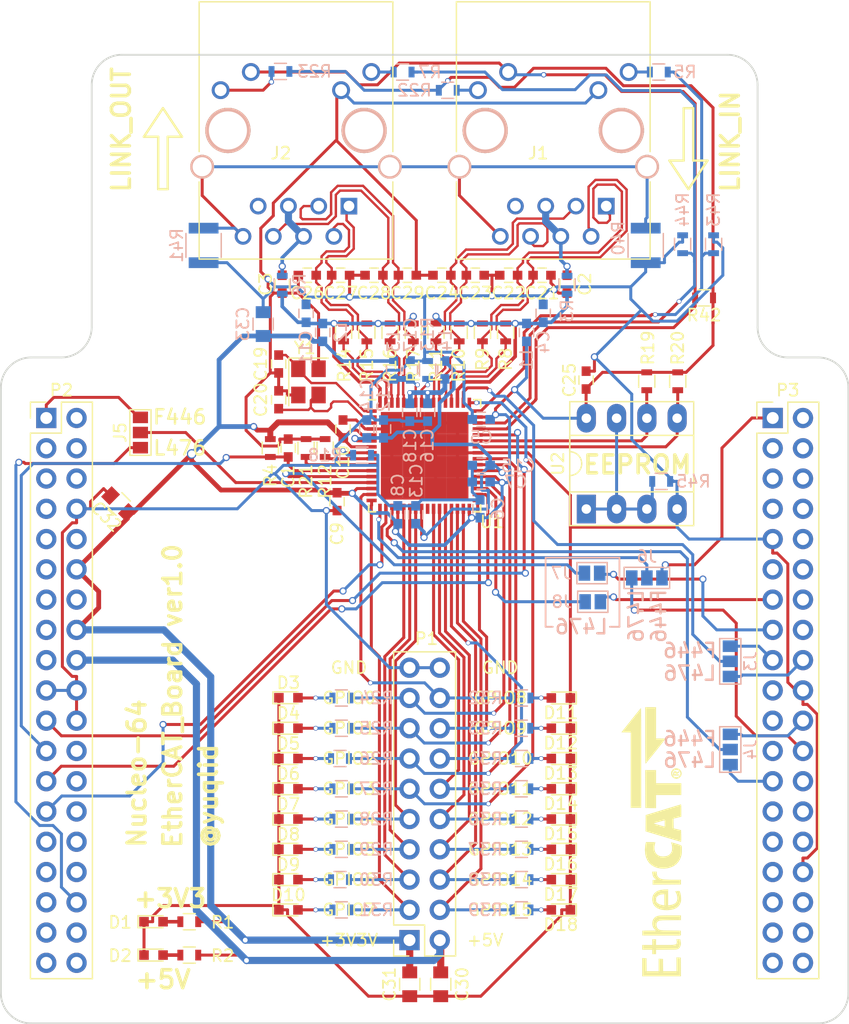
<source format=kicad_pcb>
(kicad_pcb (version 20171130) (host pcbnew "(5.1.12)-1")
  (layers (0 F.Cu signal) (31 B.Cu signal) (34 B.Paste user hide) (35 F.Paste user hide) (36 B.SilkS user hide) (37 F.SilkS user hide) (38 B.Mask user hide) (39 F.Mask user hide) (44 Edge.Cuts user))
  (net 0 "")
  (net 1 GND)
  (net 2 "Net-(C2-Pad1)")
  (net 3 "Net-(C3-Pad1)")
  (net 4 /LAN9252/VDD33TXRX1)
  (net 5 +3V3)
  (net 6 /LAN9252/VDDTXRX2)
  (net 7 "Net-(C12-Pad1)")
  (net 8 "Net-(C17-Pad1)")
  (net 9 "Net-(C19-Pad1)")
  (net 10 "Net-(C20-Pad1)")
  (net 11 "Net-(D1-Pad2)")
  (net 12 "Net-(D2-Pad2)")
  (net 13 +5V)
  (net 14 /LAN9252/LINKACTLED0)
  (net 15 /LAN9252/LINKACTLED1)
  (net 16 "Net-(R12-Pad1)")
  (net 17 "Net-(R13-Pad1)")
  (net 18 "Net-(R18-Pad1)")
  (net 19 "Net-(R19-Pad2)")
  (net 20 "Net-(R20-Pad2)")
  (net 21 "Net-(R21-Pad1)")
  (net 22 "Net-(J1-Pad9)")
  (net 23 "Net-(J2-Pad9)")
  (net 24 TX1_N)
  (net 25 TX1_P)
  (net 26 RX1_N)
  (net 27 RX1_P)
  (net 28 TX2_N)
  (net 29 TX2_P)
  (net 30 RX2_N)
  (net 31 RX2_P)
  (net 32 "Net-(C16-Pad1)")
  (net 33 GNDPWR)
  (net 34 /LAN9252/RUNLED)
  (net 35 SIO1)
  (net 36 SIO0)
  (net 37 ~SCS)
  (net 38 SCK)
  (net 39 LAN9252_RST)
  (net 40 "Net-(D3-Pad2)")
  (net 41 "Net-(D4-Pad2)")
  (net 42 "Net-(D5-Pad2)")
  (net 43 "Net-(D6-Pad2)")
  (net 44 "Net-(D7-Pad2)")
  (net 45 "Net-(D8-Pad2)")
  (net 46 "Net-(D9-Pad2)")
  (net 47 "Net-(D10-Pad2)")
  (net 48 "Net-(D11-Pad2)")
  (net 49 "Net-(D12-Pad2)")
  (net 50 "Net-(D13-Pad2)")
  (net 51 "Net-(D14-Pad2)")
  (net 52 "Net-(D15-Pad2)")
  (net 53 "Net-(D16-Pad2)")
  (net 54 "Net-(D17-Pad2)")
  (net 55 "Net-(D18-Pad2)")
  (net 56 PB6)
  (net 57 PB11)
  (net 58 PB2)
  (net 59 PB10)
  (net 60 PC10)
  (net 61 PB0)
  (net 62 PC9)
  (net 63 PB1)
  (net 64 SIO2)
  (net 65 PA7)
  (net 66 SIO3)
  (net 67 PA6)
  (net 68 GPIO0)
  (net 69 GPIO15)
  (net 70 GPIO1)
  (net 71 GPIO14)
  (net 72 GPIO2)
  (net 73 GPIO13)
  (net 74 GPIO3)
  (net 75 GPIO12)
  (net 76 GPIO4)
  (net 77 GPIO11)
  (net 78 GPIO5)
  (net 79 GPIO10)
  (net 80 GPIO6)
  (net 81 GPIO9)
  (net 82 GPIO7)
  (net 83 GPIO8)
  (net 84 LAN9252_IRQ)
  (net 85 SYNC0)
  (net 86 SYNC1)
  (net 87 "Net-(R45-Pad1)")
  (net 88 "Net-(J1-Pad12)")
  (net 89 "Net-(J2-Pad12)")
  (net 90 "Net-(P2-Pad2)")
  (net 91 "Net-(P2-Pad3)")
  (net 92 "Net-(P2-Pad4)")
  (net 93 "Net-(P2-Pad5)")
  (net 94 "Net-(P2-Pad6)")
  (net 95 "Net-(P2-Pad7)")
  (net 96 "Net-(P2-Pad9)")
  (net 97 "Net-(P2-Pad10)")
  (net 98 "Net-(P2-Pad11)")
  (net 99 "Net-(P2-Pad13)")
  (net 100 "Net-(P2-Pad14)")
  (net 101 "Net-(P2-Pad15)")
  (net 102 "Net-(P2-Pad17)")
  (net 103 "Net-(P2-Pad24)")
  (net 104 "Net-(P2-Pad26)")
  (net 105 "Net-(P2-Pad28)")
  (net 106 "Net-(P2-Pad29)")
  (net 107 "Net-(P2-Pad30)")
  (net 108 "Net-(P2-Pad31)")
  (net 109 "Net-(P2-Pad32)")
  (net 110 "Net-(P2-Pad33)")
  (net 111 "Net-(P2-Pad35)")
  (net 112 "Net-(P2-Pad36)")
  (net 113 "Net-(P2-Pad37)")
  (net 114 "Net-(P2-Pad38)")
  (net 115 "Net-(P3-Pad2)")
  (net 116 "Net-(P3-Pad3)")
  (net 117 "Net-(P3-Pad4)")
  (net 118 "Net-(P3-Pad5)")
  (net 119 "Net-(P3-Pad6)")
  (net 120 "Net-(P3-Pad7)")
  (net 121 "Net-(P3-Pad8)")
  (net 122 "Net-(P3-Pad10)")
  (net 123 "Net-(P3-Pad11)")
  (net 124 "Net-(P3-Pad12)")
  (net 125 "Net-(P3-Pad14)")
  (net 126 "Net-(P3-Pad16)")
  (net 127 "Net-(P3-Pad19)")
  (net 128 "Net-(P3-Pad21)")
  (net 129 "Net-(P3-Pad23)")
  (net 130 "Net-(P3-Pad26)")
  (net 131 "Net-(P3-Pad27)")
  (net 132 "Net-(P3-Pad28)")
  (net 133 "Net-(P3-Pad29)")
  (net 134 "Net-(P3-Pad30)")
  (net 135 "Net-(P3-Pad31)")
  (net 136 "Net-(P3-Pad33)")
  (net 137 "Net-(P3-Pad34)")
  (net 138 "Net-(P3-Pad35)")
  (net 139 "Net-(P3-Pad36)")
  (net 140 "Net-(P3-Pad37)")
  (net 141 "Net-(P3-Pad38)")
  (net 142 "Net-(U1-Pad3)")
  (net 143 "Net-(U1-Pad25)")
  (module Housings_DIP:DIP-8_W7.62mm_Socket_LongPads (layer F.Cu) (at 146.92 88.92 90)
    (fp_text reference U2 (at 3.81 -2.39 90) (layer F.SilkS))
    (fp_text value 24LC00)
    (pad 1 thru_hole rect (at 0 0 90) (size 2.4 1.6) (drill 0.8) (layers *.Cu *.Mask) (net 87 "Net-(R45-Pad1)"))
    (pad 5 thru_hole oval (at 7.62 7.62 90) (size 2.4 1.6) (drill 0.8) (layers *.Cu *.Mask) (net 20 "Net-(R20-Pad2)"))
    (pad 2 thru_hole oval (at 0 2.54 90) (size 2.4 1.6) (drill 0.8) (layers *.Cu *.Mask) (net 87 "Net-(R45-Pad1)"))
    (pad 6 thru_hole oval (at 7.62 5.08 90) (size 2.4 1.6) (drill 0.8) (layers *.Cu *.Mask) (net 19 "Net-(R19-Pad2)"))
    (pad 3 thru_hole oval (at 0 5.08 90) (size 2.4 1.6) (drill 0.8) (layers *.Cu *.Mask) (net 87 "Net-(R45-Pad1)"))
    (pad 7 thru_hole oval (at 7.62 2.54 90) (size 2.4 1.6) (drill 0.8) (layers *.Cu *.Mask) (net 87 "Net-(R45-Pad1)"))
    (pad 4 thru_hole oval (at 0 7.62 90) (size 2.4 1.6) (drill 0.8) (layers *.Cu *.Mask) (net 1 GND))
    (pad 8 thru_hole oval (at 7.62 0 90) (size 2.4 1.6) (drill 0.8) (layers *.Cu *.Mask) (net 5 +3V3))
  )
  (module Socket_Strips:Socket_Strip_Straight_2x10_Pitch2.54mm (layer F.Cu) (at 132.08 125.095 180)
    (fp_text reference P1 (at -1.42 25.295 180) (layer F.SilkS))
    (fp_text value CONN_02X10)
    (pad 1 thru_hole rect (at 0 0 180) (size 1.7 1.7) (drill 1) (layers *.Cu *.Mask) (net 5 +3V3))
    (pad 2 thru_hole oval (at -2.54 0 180) (size 1.7 1.7) (drill 1) (layers *.Cu *.Mask) (net 13 +5V))
    (pad 3 thru_hole oval (at 0 2.54 180) (size 1.7 1.7) (drill 1) (layers *.Cu *.Mask) (net 82 GPIO7))
    (pad 4 thru_hole oval (at -2.54 2.54 180) (size 1.7 1.7) (drill 1) (layers *.Cu *.Mask) (net 69 GPIO15))
    (pad 5 thru_hole oval (at 0 5.08 180) (size 1.7 1.7) (drill 1) (layers *.Cu *.Mask) (net 80 GPIO6))
    (pad 6 thru_hole oval (at -2.54 5.08 180) (size 1.7 1.7) (drill 1) (layers *.Cu *.Mask) (net 71 GPIO14))
    (pad 7 thru_hole oval (at 0 7.62 180) (size 1.7 1.7) (drill 1) (layers *.Cu *.Mask) (net 78 GPIO5))
    (pad 8 thru_hole oval (at -2.54 7.62 180) (size 1.7 1.7) (drill 1) (layers *.Cu *.Mask) (net 73 GPIO13))
    (pad 9 thru_hole oval (at 0 10.16 180) (size 1.7 1.7) (drill 1) (layers *.Cu *.Mask) (net 76 GPIO4))
    (pad 10 thru_hole oval (at -2.54 10.16 180) (size 1.7 1.7) (drill 1) (layers *.Cu *.Mask) (net 75 GPIO12))
    (pad 11 thru_hole oval (at 0 12.7 180) (size 1.7 1.7) (drill 1) (layers *.Cu *.Mask) (net 74 GPIO3))
    (pad 12 thru_hole oval (at -2.54 12.7 180) (size 1.7 1.7) (drill 1) (layers *.Cu *.Mask) (net 77 GPIO11))
    (pad 13 thru_hole oval (at 0 15.24 180) (size 1.7 1.7) (drill 1) (layers *.Cu *.Mask) (net 72 GPIO2))
    (pad 14 thru_hole oval (at -2.54 15.24 180) (size 1.7 1.7) (drill 1) (layers *.Cu *.Mask) (net 79 GPIO10))
    (pad 15 thru_hole oval (at 0 17.78 180) (size 1.7 1.7) (drill 1) (layers *.Cu *.Mask) (net 70 GPIO1))
    (pad 16 thru_hole oval (at -2.54 17.78 180) (size 1.7 1.7) (drill 1) (layers *.Cu *.Mask) (net 81 GPIO9))
    (pad 17 thru_hole oval (at 0 20.32 180) (size 1.7 1.7) (drill 1) (layers *.Cu *.Mask) (net 68 GPIO0))
    (pad 18 thru_hole oval (at -2.54 20.32 180) (size 1.7 1.7) (drill 1) (layers *.Cu *.Mask) (net 83 GPIO8))
    (pad 19 thru_hole oval (at 0 22.86 180) (size 1.7 1.7) (drill 1) (layers *.Cu *.Mask) (net 1 GND))
    (pad 20 thru_hole oval (at -2.54 22.86 180) (size 1.7 1.7) (drill 1) (layers *.Cu *.Mask) (net 1 GND))
  )
  (module Capacitors_SMD:C_0603 (layer B.Cu) (at 138 88.9 90)
    (fp_text reference C6 (at 0 1.5 90) (layer B.SilkS) (effects (justify mirror)))
    (fp_text value 0.1u)
    (pad 1 smd rect (at -0.75 0 90) (size 0.8 0.75) (layers B.Cu B.Paste B.Mask) (net 5 +3V3))
    (pad 2 smd rect (at 0.75 0 90) (size 0.8 0.75) (layers B.Cu B.Paste B.Mask) (net 1 GND))
  )
  (module Capacitors_SMD:C_0603 (layer B.Cu) (at 138.1 81.4 180)
    (fp_text reference C5 (at 0 -1.5 180) (layer B.SilkS) (effects (justify mirror)))
    (fp_text value 0.1u)
    (pad 1 smd rect (at -0.75 0 180) (size 0.8 0.75) (layers B.Cu B.Paste B.Mask) (net 5 +3V3))
    (pad 2 smd rect (at 0.75 0 180) (size 0.8 0.75) (layers B.Cu B.Paste B.Mask) (net 1 GND))
  )
  (module Capacitors_SMD:C_0603 (layer B.Cu) (at 130.75 77.25 270)
    (fp_text reference L3 (at -2.35 0 270) (layer B.SilkS) (effects (justify mirror)))
    (fp_text value L)
    (pad 1 smd rect (at -0.75 0 270) (size 0.8 0.75) (layers B.Cu B.Paste B.Mask) (net 5 +3V3))
    (pad 2 smd rect (at 0.75 0 270) (size 0.8 0.75) (layers B.Cu B.Paste B.Mask) (net 8 "Net-(C17-Pad1)"))
  )
  (module Connect:RJ45_J0011D21BNL (layer F.Cu) (at 122.555 57.15)
    (fp_text reference J2 (at -1.27 1.905) (layer F.SilkS))
    (fp_text value RJ45-PULSETRANS)
    (pad Hole thru_hole circle (at 5.715 0 90) (size 3.8 3.8) (drill 3.2) (layers *.Cu *.SilkS *.Mask))
    (pad Hole thru_hole circle (at -5.715 0 90) (size 3.8 3.8) (drill 3.2) (layers *.Cu *.SilkS *.Mask))
    (pad 8 thru_hole circle (at -4.445 8.89) (size 1.4 1.4) (drill 0.9) (layers *.Cu *.Mask) (net 33 GNDPWR))
    (pad 7 thru_hole circle (at -3.175 6.35) (size 1.4 1.4) (drill 0.9) (layers *.Cu *.Mask))
    (pad 6 thru_hole circle (at -1.905 8.89) (size 1.4 1.4) (drill 0.9) (layers *.Cu *.Mask) (net 30 RX2_N))
    (pad 5 thru_hole circle (at -0.635 6.35) (size 1.4 1.4) (drill 0.9) (layers *.Cu *.Mask) (net 3 "Net-(C3-Pad1)"))
    (pad 4 thru_hole circle (at 0.635 8.89) (size 1.4 1.4) (drill 0.9) (layers *.Cu *.Mask) (net 3 "Net-(C3-Pad1)"))
    (pad 3 thru_hole circle (at 1.905 6.35) (size 1.4 1.4) (drill 0.9) (layers *.Cu *.Mask) (net 31 RX2_P))
    (pad 2 thru_hole circle (at 3.175 8.89) (size 1.4 1.4) (drill 0.9) (layers *.Cu *.Mask) (net 28 TX2_N))
    (pad 13 thru_hole circle (at -7.874 3.048) (size 2 2) (drill 1.6) (layers *.Cu *.SilkS *.Mask) (net 33 GNDPWR))
    (pad 12 thru_hole circle (at -6.3246 -3.3782 90) (size 1.5 1.5) (drill 1) (layers *.Cu *.Mask) (net 89 "Net-(J2-Pad12)"))
    (pad 10 thru_hole circle (at 3.7846 -3.3782) (size 1.5 1.5) (drill 1) (layers *.Cu *.Mask) (net 1 GND))
    (pad 11 thru_hole circle (at -3.7846 -4.9022 90) (size 1.5 1.5) (drill 1) (layers *.Cu *.Mask) (net 34 /LAN9252/RUNLED))
    (pad 9 thru_hole circle (at 6.3246 -4.9022 180) (size 1.5 1.5) (drill 1) (layers *.Cu *.Mask) (net 23 "Net-(J2-Pad9)"))
    (pad 1 thru_hole rect (at 4.445 6.35 90) (size 1.4 1.4) (drill 0.9) (layers *.Cu *.Mask) (net 29 TX2_P))
    (pad 14 thru_hole circle (at 7.874 3.048 180) (size 2 2) (drill 1.6) (layers *.Cu *.SilkS *.Mask) (net 33 GNDPWR))
  )
  (module Pin_Headers:Pin_Header_Straight_2x19_Pitch2.54mm (layer F.Cu) (at 101.6 81.28)
    (fp_text reference P2 (at 1.27 -2.33) (layer F.SilkS))
    (fp_text value CONN_02X19)
    (pad 1 thru_hole rect (at 0 0) (size 1.7 1.7) (drill 1) (layers *.Cu *.Mask) (net 60 PC10))
    (pad 2 thru_hole oval (at 2.54 0) (size 1.7 1.7) (drill 1) (layers *.Cu *.Mask) (net 90 "Net-(P2-Pad2)"))
    (pad 3 thru_hole oval (at 0 2.54) (size 1.7 1.7) (drill 1) (layers *.Cu *.Mask) (net 91 "Net-(P2-Pad3)"))
    (pad 4 thru_hole oval (at 2.54 2.54) (size 1.7 1.7) (drill 1) (layers *.Cu *.Mask) (net 92 "Net-(P2-Pad4)"))
    (pad 5 thru_hole oval (at 0 5.08) (size 1.7 1.7) (drill 1) (layers *.Cu *.Mask) (net 93 "Net-(P2-Pad5)"))
    (pad 6 thru_hole oval (at 2.54 5.08) (size 1.7 1.7) (drill 1) (layers *.Cu *.Mask) (net 94 "Net-(P2-Pad6)"))
    (pad 7 thru_hole oval (at 0 7.62) (size 1.7 1.7) (drill 1) (layers *.Cu *.Mask) (net 95 "Net-(P2-Pad7)"))
    (pad 8 thru_hole oval (at 2.54 7.62) (size 1.7 1.7) (drill 1) (layers *.Cu *.Mask) (net 1 GND))
    (pad 9 thru_hole oval (at 0 10.16) (size 1.7 1.7) (drill 1) (layers *.Cu *.Mask) (net 96 "Net-(P2-Pad9)"))
    (pad 10 thru_hole oval (at 2.54 10.16) (size 1.7 1.7) (drill 1) (layers *.Cu *.Mask) (net 97 "Net-(P2-Pad10)"))
    (pad 11 thru_hole oval (at 0 12.7) (size 1.7 1.7) (drill 1) (layers *.Cu *.Mask) (net 98 "Net-(P2-Pad11)"))
    (pad 12 thru_hole oval (at 2.54 12.7) (size 1.7 1.7) (drill 1) (layers *.Cu *.Mask) (net 5 +3V3))
    (pad 13 thru_hole oval (at 0 15.24) (size 1.7 1.7) (drill 1) (layers *.Cu *.Mask) (net 99 "Net-(P2-Pad13)"))
    (pad 14 thru_hole oval (at 2.54 15.24) (size 1.7 1.7) (drill 1) (layers *.Cu *.Mask) (net 100 "Net-(P2-Pad14)"))
    (pad 15 thru_hole oval (at 0 17.78) (size 1.7 1.7) (drill 1) (layers *.Cu *.Mask) (net 101 "Net-(P2-Pad15)"))
    (pad 16 thru_hole oval (at 2.54 17.78) (size 1.7 1.7) (drill 1) (layers *.Cu *.Mask) (net 5 +3V3))
    (pad 17 thru_hole oval (at 0 20.32) (size 1.7 1.7) (drill 1) (layers *.Cu *.Mask) (net 102 "Net-(P2-Pad17)"))
    (pad 18 thru_hole oval (at 2.54 20.32) (size 1.7 1.7) (drill 1) (layers *.Cu *.Mask) (net 13 +5V))
    (pad 19 thru_hole oval (at 0 22.86) (size 1.7 1.7) (drill 1) (layers *.Cu *.Mask) (net 1 GND))
    (pad 20 thru_hole oval (at 2.54 22.86) (size 1.7 1.7) (drill 1) (layers *.Cu *.Mask) (net 1 GND))
    (pad 21 thru_hole oval (at 0 25.4) (size 1.7 1.7) (drill 1) (layers *.Cu *.Mask) (net 84 LAN9252_IRQ))
    (pad 22 thru_hole oval (at 2.54 25.4) (size 1.7 1.7) (drill 1) (layers *.Cu *.Mask) (net 1 GND))
    (pad 23 thru_hole oval (at 0 27.94) (size 1.7 1.7) (drill 1) (layers *.Cu *.Mask) (net 39 LAN9252_RST))
    (pad 24 thru_hole oval (at 2.54 27.94) (size 1.7 1.7) (drill 1) (layers *.Cu *.Mask) (net 103 "Net-(P2-Pad24)"))
    (pad 25 thru_hole oval (at 0 30.48) (size 1.7 1.7) (drill 1) (layers *.Cu *.Mask) (net 85 SYNC0))
    (pad 26 thru_hole oval (at 2.54 30.48) (size 1.7 1.7) (drill 1) (layers *.Cu *.Mask) (net 104 "Net-(P2-Pad26)"))
    (pad 27 thru_hole oval (at 0 33.02) (size 1.7 1.7) (drill 1) (layers *.Cu *.Mask) (net 86 SYNC1))
    (pad 28 thru_hole oval (at 2.54 33.02) (size 1.7 1.7) (drill 1) (layers *.Cu *.Mask) (net 105 "Net-(P2-Pad28)"))
    (pad 29 thru_hole oval (at 0 35.56) (size 1.7 1.7) (drill 1) (layers *.Cu *.Mask) (net 106 "Net-(P2-Pad29)"))
    (pad 30 thru_hole oval (at 2.54 35.56) (size 1.7 1.7) (drill 1) (layers *.Cu *.Mask) (net 107 "Net-(P2-Pad30)"))
    (pad 31 thru_hole oval (at 0 38.1) (size 1.7 1.7) (drill 1) (layers *.Cu *.Mask) (net 108 "Net-(P2-Pad31)"))
    (pad 32 thru_hole oval (at 2.54 38.1) (size 1.7 1.7) (drill 1) (layers *.Cu *.Mask) (net 109 "Net-(P2-Pad32)"))
    (pad 33 thru_hole oval (at 0 40.64) (size 1.7 1.7) (drill 1) (layers *.Cu *.Mask) (net 110 "Net-(P2-Pad33)"))
    (pad 34 thru_hole oval (at 2.54 40.64) (size 1.7 1.7) (drill 1) (layers *.Cu *.Mask) (net 61 PB0))
    (pad 35 thru_hole oval (at 0 43.18) (size 1.7 1.7) (drill 1) (layers *.Cu *.Mask) (net 111 "Net-(P2-Pad35)"))
    (pad 36 thru_hole oval (at 2.54 43.18) (size 1.7 1.7) (drill 1) (layers *.Cu *.Mask) (net 112 "Net-(P2-Pad36)"))
    (pad 37 thru_hole oval (at 0 45.72) (size 1.7 1.7) (drill 1) (layers *.Cu *.Mask) (net 113 "Net-(P2-Pad37)"))
    (pad 38 thru_hole oval (at 2.54 45.72) (size 1.7 1.7) (drill 1) (layers *.Cu *.Mask) (net 114 "Net-(P2-Pad38)"))
  )
  (module Pin_Headers:Pin_Header_Straight_2x19_Pitch2.54mm (layer F.Cu) (at 162.56 81.28)
    (fp_text reference P3 (at 1.27 -2.33) (layer F.SilkS))
    (fp_text value CONN_02X19)
    (pad 1 thru_hole rect (at 0 0) (size 1.7 1.7) (drill 1) (layers *.Cu *.Mask) (net 62 PC9))
    (pad 2 thru_hole oval (at 2.54 0) (size 1.7 1.7) (drill 1) (layers *.Cu *.Mask) (net 115 "Net-(P3-Pad2)"))
    (pad 3 thru_hole oval (at 0 2.54) (size 1.7 1.7) (drill 1) (layers *.Cu *.Mask) (net 116 "Net-(P3-Pad3)"))
    (pad 4 thru_hole oval (at 2.54 2.54) (size 1.7 1.7) (drill 1) (layers *.Cu *.Mask) (net 117 "Net-(P3-Pad4)"))
    (pad 5 thru_hole oval (at 0 5.08) (size 1.7 1.7) (drill 1) (layers *.Cu *.Mask) (net 118 "Net-(P3-Pad5)"))
    (pad 6 thru_hole oval (at 2.54 5.08) (size 1.7 1.7) (drill 1) (layers *.Cu *.Mask) (net 119 "Net-(P3-Pad6)"))
    (pad 7 thru_hole oval (at 0 7.62) (size 1.7 1.7) (drill 1) (layers *.Cu *.Mask) (net 120 "Net-(P3-Pad7)"))
    (pad 8 thru_hole oval (at 2.54 7.62) (size 1.7 1.7) (drill 1) (layers *.Cu *.Mask) (net 121 "Net-(P3-Pad8)"))
    (pad 9 thru_hole oval (at 0 10.16) (size 1.7 1.7) (drill 1) (layers *.Cu *.Mask) (net 1 GND))
    (pad 10 thru_hole oval (at 2.54 10.16) (size 1.7 1.7) (drill 1) (layers *.Cu *.Mask) (net 122 "Net-(P3-Pad10)"))
    (pad 11 thru_hole oval (at 0 12.7) (size 1.7 1.7) (drill 1) (layers *.Cu *.Mask) (net 123 "Net-(P3-Pad11)"))
    (pad 12 thru_hole oval (at 2.54 12.7) (size 1.7 1.7) (drill 1) (layers *.Cu *.Mask) (net 124 "Net-(P3-Pad12)"))
    (pad 13 thru_hole oval (at 0 15.24) (size 1.7 1.7) (drill 1) (layers *.Cu *.Mask) (net 67 PA6))
    (pad 14 thru_hole oval (at 2.54 15.24) (size 1.7 1.7) (drill 1) (layers *.Cu *.Mask) (net 125 "Net-(P3-Pad14)"))
    (pad 15 thru_hole oval (at 0 17.78) (size 1.7 1.7) (drill 1) (layers *.Cu *.Mask) (net 65 PA7))
    (pad 16 thru_hole oval (at 2.54 17.78) (size 1.7 1.7) (drill 1) (layers *.Cu *.Mask) (net 126 "Net-(P3-Pad16)"))
    (pad 17 thru_hole oval (at 0 20.32) (size 1.7 1.7) (drill 1) (layers *.Cu *.Mask) (net 56 PB6))
    (pad 18 thru_hole oval (at 2.54 20.32) (size 1.7 1.7) (drill 1) (layers *.Cu *.Mask) (net 57 PB11))
    (pad 19 thru_hole oval (at 0 22.86) (size 1.7 1.7) (drill 1) (layers *.Cu *.Mask) (net 127 "Net-(P3-Pad19)"))
    (pad 20 thru_hole oval (at 2.54 22.86) (size 1.7 1.7) (drill 1) (layers *.Cu *.Mask) (net 1 GND))
    (pad 21 thru_hole oval (at 0 25.4) (size 1.7 1.7) (drill 1) (layers *.Cu *.Mask) (net 128 "Net-(P3-Pad21)"))
    (pad 22 thru_hole oval (at 2.54 25.4) (size 1.7 1.7) (drill 1) (layers *.Cu *.Mask) (net 58 PB2))
    (pad 23 thru_hole oval (at 0 27.94) (size 1.7 1.7) (drill 1) (layers *.Cu *.Mask) (net 129 "Net-(P3-Pad23)"))
    (pad 24 thru_hole oval (at 2.54 27.94) (size 1.7 1.7) (drill 1) (layers *.Cu *.Mask) (net 63 PB1))
    (pad 25 thru_hole oval (at 0 30.48) (size 1.7 1.7) (drill 1) (layers *.Cu *.Mask) (net 59 PB10))
    (pad 26 thru_hole oval (at 2.54 30.48) (size 1.7 1.7) (drill 1) (layers *.Cu *.Mask) (net 130 "Net-(P3-Pad26)"))
    (pad 27 thru_hole oval (at 0 33.02) (size 1.7 1.7) (drill 1) (layers *.Cu *.Mask) (net 131 "Net-(P3-Pad27)"))
    (pad 28 thru_hole oval (at 2.54 33.02) (size 1.7 1.7) (drill 1) (layers *.Cu *.Mask) (net 132 "Net-(P3-Pad28)"))
    (pad 29 thru_hole oval (at 0 35.56) (size 1.7 1.7) (drill 1) (layers *.Cu *.Mask) (net 133 "Net-(P3-Pad29)"))
    (pad 30 thru_hole oval (at 2.54 35.56) (size 1.7 1.7) (drill 1) (layers *.Cu *.Mask) (net 134 "Net-(P3-Pad30)"))
    (pad 31 thru_hole oval (at 0 38.1) (size 1.7 1.7) (drill 1) (layers *.Cu *.Mask) (net 135 "Net-(P3-Pad31)"))
    (pad 32 thru_hole oval (at 2.54 38.1) (size 1.7 1.7) (drill 1) (layers *.Cu *.Mask) (net 1 GND))
    (pad 33 thru_hole oval (at 0 40.64) (size 1.7 1.7) (drill 1) (layers *.Cu *.Mask) (net 136 "Net-(P3-Pad33)"))
    (pad 34 thru_hole oval (at 2.54 40.64) (size 1.7 1.7) (drill 1) (layers *.Cu *.Mask) (net 137 "Net-(P3-Pad34)"))
    (pad 35 thru_hole oval (at 0 43.18) (size 1.7 1.7) (drill 1) (layers *.Cu *.Mask) (net 138 "Net-(P3-Pad35)"))
    (pad 36 thru_hole oval (at 2.54 43.18) (size 1.7 1.7) (drill 1) (layers *.Cu *.Mask) (net 139 "Net-(P3-Pad36)"))
    (pad 37 thru_hole oval (at 0 45.72) (size 1.7 1.7) (drill 1) (layers *.Cu *.Mask) (net 140 "Net-(P3-Pad37)"))
    (pad 38 thru_hole oval (at 2.54 45.72) (size 1.7 1.7) (drill 1) (layers *.Cu *.Mask) (net 141 "Net-(P3-Pad38)"))
  )
  (module Capacitors_SMD:C_0603 (layer F.Cu) (at 121.9 83.8 90)
    (fp_text reference C1 (at -2.4 0 90) (layer F.SilkS))
    (fp_text value 0.1u)
    (pad 1 smd rect (at -0.75 0 90) (size 0.8 0.75) (layers F.Cu F.Paste F.Mask) (net 39 LAN9252_RST))
    (pad 2 smd rect (at 0.75 0 90) (size 0.8 0.75) (layers F.Cu F.Paste F.Mask) (net 1 GND))
  )
  (module Capacitors_SMD:C_0603 (layer F.Cu) (at 145.3 70.05 270)
    (fp_text reference C2 (at 0 -1.5 270) (layer F.SilkS))
    (fp_text value 0.022u)
    (pad 1 smd rect (at -0.75 0 270) (size 0.8 0.75) (layers F.Cu F.Paste F.Mask) (net 2 "Net-(C2-Pad1)"))
    (pad 2 smd rect (at 0.75 0 270) (size 0.8 0.75) (layers F.Cu F.Paste F.Mask) (net 1 GND))
  )
  (module Capacitors_SMD:C_0603 (layer F.Cu) (at 121.4 70.05 270)
    (fp_text reference C3 (at 0 1.4 270) (layer F.SilkS))
    (fp_text value 0.022u)
    (pad 1 smd rect (at -0.75 0 270) (size 0.8 0.75) (layers F.Cu F.Paste F.Mask) (net 3 "Net-(C3-Pad1)"))
    (pad 2 smd rect (at 0.75 0 270) (size 0.8 0.75) (layers F.Cu F.Paste F.Mask) (net 1 GND))
  )
  (module Capacitors_SMD:C_0603 (layer B.Cu) (at 143.3 72.5 90)
    (fp_text reference C4 (at -2.4 0 90) (layer B.SilkS) (effects (justify mirror)))
    (fp_text value 0.1u)
    (pad 1 smd rect (at -0.75 0 90) (size 0.8 0.75) (layers B.Cu B.Paste B.Mask) (net 4 /LAN9252/VDD33TXRX1))
    (pad 2 smd rect (at 0.75 0 90) (size 0.8 0.75) (layers B.Cu B.Paste B.Mask) (net 1 GND))
  )
  (module Capacitors_SMD:C_0603 (layer B.Cu) (at 138.1 86.65 180)
    (fp_text reference C7 (at -2.9 0 180) (layer B.SilkS) (effects (justify mirror)))
    (fp_text value 0.1u)
    (pad 1 smd rect (at -0.75 0 180) (size 0.8 0.75) (layers B.Cu B.Paste B.Mask) (net 5 +3V3))
    (pad 2 smd rect (at 0.75 0 180) (size 0.8 0.75) (layers B.Cu B.Paste B.Mask) (net 1 GND))
  )
  (module Capacitors_SMD:C_0603 (layer B.Cu) (at 131.1 89.4 90)
    (fp_text reference C8 (at 2.5 0 90) (layer B.SilkS) (effects (justify mirror)))
    (fp_text value 0.1u)
    (pad 1 smd rect (at -0.75 0 90) (size 0.8 0.75) (layers B.Cu B.Paste B.Mask) (net 5 +3V3))
    (pad 2 smd rect (at 0.75 0 90) (size 0.8 0.75) (layers B.Cu B.Paste B.Mask) (net 1 GND))
  )
  (module Capacitors_SMD:C_0603 (layer F.Cu) (at 126 88.3 270)
    (fp_text reference C9 (at 2.7 0 270) (layer F.SilkS))
    (fp_text value 0.1u)
    (pad 1 smd rect (at -0.75 0 270) (size 0.8 0.75) (layers F.Cu F.Paste F.Mask) (net 5 +3V3))
    (pad 2 smd rect (at 0.75 0 270) (size 0.8 0.75) (layers F.Cu F.Paste F.Mask) (net 1 GND))
  )
  (module Capacitors_SMD:C_0603 (layer F.Cu) (at 126.5 82.2 90)
    (fp_text reference C10 (at -2.8 0 90) (layer F.SilkS))
    (fp_text value 0.1u)
    (pad 1 smd rect (at -0.75 0 90) (size 0.8 0.75) (layers F.Cu F.Paste F.Mask) (net 5 +3V3))
    (pad 2 smd rect (at 0.75 0 90) (size 0.8 0.75) (layers F.Cu F.Paste F.Mask) (net 1 GND))
  )
  (module Capacitors_SMD:C_0603 (layer B.Cu) (at 123.4 72.5 90)
    (fp_text reference C11 (at -2.88 -0.01 90) (layer B.SilkS) (effects (justify mirror)))
    (fp_text value 0.1u)
    (pad 1 smd rect (at -0.75 0 90) (size 0.8 0.75) (layers B.Cu B.Paste B.Mask) (net 6 /LAN9252/VDDTXRX2))
    (pad 2 smd rect (at 0.75 0 90) (size 0.8 0.75) (layers B.Cu B.Paste B.Mask) (net 1 GND))
  )
  (module Capacitors_SMD:C_0603 (layer B.Cu) (at 129.9 82.2 90)
    (fp_text reference C12 (at 2.85 0 90) (layer B.SilkS) (effects (justify mirror)))
    (fp_text value 1u)
    (pad 1 smd rect (at -0.75 0 90) (size 0.8 0.75) (layers B.Cu B.Paste B.Mask) (net 7 "Net-(C12-Pad1)"))
    (pad 2 smd rect (at 0.75 0 90) (size 0.8 0.75) (layers B.Cu B.Paste B.Mask) (net 1 GND))
  )
  (module Capacitors_SMD:C_0603 (layer B.Cu) (at 132.6 89.4 90)
    (fp_text reference C13 (at 2.85 0.05 90) (layer B.SilkS) (effects (justify mirror)))
    (fp_text value 470p)
    (pad 1 smd rect (at -0.75 0 90) (size 0.8 0.75) (layers B.Cu B.Paste B.Mask) (net 7 "Net-(C12-Pad1)"))
    (pad 2 smd rect (at 0.75 0 90) (size 0.8 0.75) (layers B.Cu B.Paste B.Mask) (net 1 GND))
  )
  (module Capacitors_SMD:C_0603 (layer B.Cu) (at 128.5 82.2 90)
    (fp_text reference C14 (at 2.85 0 90) (layer B.SilkS) (effects (justify mirror)))
    (fp_text value 0.1u)
    (pad 1 smd rect (at -0.75 0 90) (size 0.8 0.75) (layers B.Cu B.Paste B.Mask) (net 7 "Net-(C12-Pad1)"))
    (pad 2 smd rect (at 0.75 0 90) (size 0.8 0.75) (layers B.Cu B.Paste B.Mask) (net 1 GND))
  )
  (module Capacitors_SMD:C_0603 (layer B.Cu) (at 138.1 85.25 180)
    (fp_text reference C15 (at -3.1 -0.05 180) (layer B.SilkS) (effects (justify mirror)))
    (fp_text value 0.1u)
    (pad 1 smd rect (at -0.75 0 180) (size 0.8 0.75) (layers B.Cu B.Paste B.Mask) (net 7 "Net-(C12-Pad1)"))
    (pad 2 smd rect (at 0.75 0 180) (size 0.8 0.75) (layers B.Cu B.Paste B.Mask) (net 1 GND))
  )
  (module Capacitors_SMD:C_0603 (layer B.Cu) (at 133.6 80.8 270)
    (fp_text reference C16 (at 2.8 0.025 270) (layer B.SilkS) (effects (justify mirror)))
    (fp_text value 0.1u)
    (pad 1 smd rect (at -0.75 0 270) (size 0.8 0.75) (layers B.Cu B.Paste B.Mask) (net 32 "Net-(C16-Pad1)"))
    (pad 2 smd rect (at 0.75 0 270) (size 0.8 0.75) (layers B.Cu B.Paste B.Mask) (net 1 GND))
  )
  (module Capacitors_SMD:C_0603 (layer B.Cu) (at 132.15 77.25 90)
    (fp_text reference C17 (at 2.95 0 90) (layer B.SilkS) (effects (justify mirror)))
    (fp_text value 0.1u)
    (pad 1 smd rect (at -0.75 0 90) (size 0.8 0.75) (layers B.Cu B.Paste B.Mask) (net 8 "Net-(C17-Pad1)"))
    (pad 2 smd rect (at 0.75 0 90) (size 0.8 0.75) (layers B.Cu B.Paste B.Mask) (net 1 GND))
  )
  (module Capacitors_SMD:C_0603 (layer B.Cu) (at 132.1 80.8 270)
    (fp_text reference C18 (at 2.8 -0.025 270) (layer B.SilkS) (effects (justify mirror)))
    (fp_text value 0.1u)
    (pad 1 smd rect (at -0.75 0 270) (size 0.8 0.75) (layers B.Cu B.Paste B.Mask) (net 32 "Net-(C16-Pad1)"))
    (pad 2 smd rect (at 0.75 0 270) (size 0.8 0.75) (layers B.Cu B.Paste B.Mask) (net 1 GND))
  )
  (module Capacitors_SMD:C_0603 (layer F.Cu) (at 121.1 76.75 270)
    (fp_text reference C19 (at 0 1.5 270) (layer F.SilkS))
    (fp_text value C)
    (pad 1 smd rect (at -0.75 0 270) (size 0.8 0.75) (layers F.Cu F.Paste F.Mask) (net 9 "Net-(C19-Pad1)"))
    (pad 2 smd rect (at 0.75 0 270) (size 0.8 0.75) (layers F.Cu F.Paste F.Mask) (net 1 GND))
  )
  (module Capacitors_SMD:C_0603 (layer F.Cu) (at 121.1 79.75 90)
    (fp_text reference C20 (at 0 -1.5 90) (layer F.SilkS))
    (fp_text value C)
    (pad 1 smd rect (at -0.75 0 90) (size 0.8 0.75) (layers F.Cu F.Paste F.Mask) (net 10 "Net-(C20-Pad1)"))
    (pad 2 smd rect (at 0.75 0 90) (size 0.8 0.75) (layers F.Cu F.Paste F.Mask) (net 1 GND))
  )
  (module Capacitors_SMD:C_0603 (layer F.Cu) (at 143.2 69.3)
    (fp_text reference C21 (at 0 1.5) (layer F.SilkS))
    (fp_text value 10p)
    (pad 1 smd rect (at -0.75 0) (size 0.8 0.75) (layers F.Cu F.Paste F.Mask) (net 24 TX1_N))
    (pad 2 smd rect (at 0.75 0) (size 0.8 0.75) (layers F.Cu F.Paste F.Mask) (net 1 GND))
  )
  (module Capacitors_SMD:C_0603 (layer F.Cu) (at 140.4 69.3 180)
    (fp_text reference C22 (at 0 -1.5 180) (layer F.SilkS))
    (fp_text value 10p)
    (pad 1 smd rect (at -0.75 0 180) (size 0.8 0.75) (layers F.Cu F.Paste F.Mask) (net 25 TX1_P))
    (pad 2 smd rect (at 0.75 0 180) (size 0.8 0.75) (layers F.Cu F.Paste F.Mask) (net 1 GND))
  )
  (module Capacitors_SMD:C_0603 (layer F.Cu) (at 137.6 69.3)
    (fp_text reference C23 (at 0 1.5) (layer F.SilkS))
    (fp_text value 10p)
    (pad 1 smd rect (at -0.75 0) (size 0.8 0.75) (layers F.Cu F.Paste F.Mask) (net 26 RX1_N))
    (pad 2 smd rect (at 0.75 0) (size 0.8 0.75) (layers F.Cu F.Paste F.Mask) (net 1 GND))
  )
  (module Capacitors_SMD:C_0603 (layer F.Cu) (at 134.8 69.3 180)
    (fp_text reference C24 (at 0 -1.5 180) (layer F.SilkS))
    (fp_text value 10p)
    (pad 1 smd rect (at -0.75 0 180) (size 0.8 0.75) (layers F.Cu F.Paste F.Mask) (net 27 RX1_P))
    (pad 2 smd rect (at 0.75 0 180) (size 0.8 0.75) (layers F.Cu F.Paste F.Mask) (net 1 GND))
  )
  (module Capacitors_SMD:C_0603 (layer F.Cu) (at 146.9 78.1 90)
    (fp_text reference C25 (at 0 -1.4 90) (layer F.SilkS))
    (fp_text value 0.1u)
    (pad 1 smd rect (at -0.75 0 90) (size 0.8 0.75) (layers F.Cu F.Paste F.Mask) (net 5 +3V3))
    (pad 2 smd rect (at 0.75 0 90) (size 0.8 0.75) (layers F.Cu F.Paste F.Mask) (net 1 GND))
  )
  (module Capacitors_SMD:C_0603 (layer F.Cu) (at 123.5 69.3 180)
    (fp_text reference C26 (at 0 -1.5 180) (layer F.SilkS))
    (fp_text value 10p)
    (pad 1 smd rect (at -0.75 0 180) (size 0.8 0.75) (layers F.Cu F.Paste F.Mask) (net 28 TX2_N))
    (pad 2 smd rect (at 0.75 0 180) (size 0.8 0.75) (layers F.Cu F.Paste F.Mask) (net 1 GND))
  )
  (module Capacitors_SMD:C_0603 (layer F.Cu) (at 126.3 69.3)
    (fp_text reference C27 (at 0 1.5) (layer F.SilkS))
    (fp_text value 10p)
    (pad 1 smd rect (at -0.75 0) (size 0.8 0.75) (layers F.Cu F.Paste F.Mask) (net 29 TX2_P))
    (pad 2 smd rect (at 0.75 0) (size 0.8 0.75) (layers F.Cu F.Paste F.Mask) (net 1 GND))
  )
  (module Capacitors_SMD:C_0603 (layer F.Cu) (at 129.1 69.3 180)
    (fp_text reference C28 (at 0 -1.5 180) (layer F.SilkS))
    (fp_text value 10p)
    (pad 1 smd rect (at -0.75 0 180) (size 0.8 0.75) (layers F.Cu F.Paste F.Mask) (net 30 RX2_N))
    (pad 2 smd rect (at 0.75 0 180) (size 0.8 0.75) (layers F.Cu F.Paste F.Mask) (net 1 GND))
  )
  (module Capacitors_SMD:C_0603 (layer F.Cu) (at 131.9 69.3)
    (fp_text reference C29 (at 0 1.5) (layer F.SilkS))
    (fp_text value 10p)
    (pad 1 smd rect (at -0.75 0) (size 0.8 0.75) (layers F.Cu F.Paste F.Mask) (net 31 RX2_P))
    (pad 2 smd rect (at 0.75 0) (size 0.8 0.75) (layers F.Cu F.Paste F.Mask) (net 1 GND))
  )
  (module LEDs:LED_0603 (layer F.Cu) (at 110.6 123.55)
    (fp_text reference D1 (at -2.8 0.05) (layer F.SilkS))
    (fp_text value LED)
    (pad 2 smd rect (at 0.8 0 180) (size 0.8 0.8) (layers F.Cu F.Paste F.Mask) (net 11 "Net-(D1-Pad2)"))
    (pad 1 smd rect (at -0.8 0 180) (size 0.8 0.8) (layers F.Cu F.Paste F.Mask) (net 1 GND))
  )
  (module LEDs:LED_0603 (layer F.Cu) (at 110.6 126.35)
    (fp_text reference D2 (at -2.8 0.05) (layer F.SilkS))
    (fp_text value LED)
    (pad 2 smd rect (at 0.8 0 180) (size 0.8 0.8) (layers F.Cu F.Paste F.Mask) (net 12 "Net-(D2-Pad2)"))
    (pad 1 smd rect (at -0.8 0 180) (size 0.8 0.8) (layers F.Cu F.Paste F.Mask) (net 1 GND))
  )
  (module Capacitors_SMD:C_0603 (layer B.Cu) (at 141.9 74.1 90)
    (fp_text reference L1 (at -2.3 0 90) (layer B.SilkS) (effects (justify mirror)))
    (fp_text value L)
    (pad 1 smd rect (at -0.75 0 90) (size 0.8 0.75) (layers B.Cu B.Paste B.Mask) (net 5 +3V3))
    (pad 2 smd rect (at 0.75 0 90) (size 0.8 0.75) (layers B.Cu B.Paste B.Mask) (net 4 /LAN9252/VDD33TXRX1))
  )
  (module Capacitors_SMD:C_0603 (layer B.Cu) (at 124.8 74.1 90)
    (fp_text reference L2 (at 0 1.5 90) (layer B.SilkS) (effects (justify mirror)))
    (fp_text value L)
    (pad 1 smd rect (at -0.75 0 90) (size 0.8 0.75) (layers B.Cu B.Paste B.Mask) (net 5 +3V3))
    (pad 2 smd rect (at 0.75 0 90) (size 0.8 0.75) (layers B.Cu B.Paste B.Mask) (net 6 /LAN9252/VDDTXRX2))
  )
  (module Capacitors_SMD:C_0603 (layer B.Cu) (at 135.05 77.25 270)
    (fp_text reference L4 (at -2.45 -0.05 270) (layer B.SilkS) (effects (justify mirror)))
    (fp_text value L)
    (pad 1 smd rect (at -0.75 0 270) (size 0.8 0.75) (layers B.Cu B.Paste B.Mask) (net 7 "Net-(C12-Pad1)"))
    (pad 2 smd rect (at 0.75 0 270) (size 0.8 0.75) (layers B.Cu B.Paste B.Mask) (net 32 "Net-(C16-Pad1)"))
  )
  (module Resistors_SMD:R_0603 (layer F.Cu) (at 113.6 123.55 180)
    (fp_text reference R1 (at -2.8 -0.05 180) (layer F.SilkS))
    (fp_text value R)
    (pad 1 smd rect (at -0.75 0 180) (size 0.5 0.9) (layers F.Cu F.Paste F.Mask) (net 5 +3V3))
    (pad 2 smd rect (at 0.75 0 180) (size 0.5 0.9) (layers F.Cu F.Paste F.Mask) (net 11 "Net-(D1-Pad2)"))
  )
  (module Resistors_SMD:R_0603 (layer F.Cu) (at 113.6 126.35 180)
    (fp_text reference R2 (at -2.8 -0.05 180) (layer F.SilkS))
    (fp_text value R)
    (pad 1 smd rect (at -0.75 0 180) (size 0.5 0.9) (layers F.Cu F.Paste F.Mask) (net 13 +5V))
    (pad 2 smd rect (at 0.75 0 180) (size 0.5 0.9) (layers F.Cu F.Paste F.Mask) (net 12 "Net-(D2-Pad2)"))
  )
  (module Resistors_SMD:R_0603 (layer B.Cu) (at 145.3 70.1 270)
    (fp_text reference R3 (at 2.2 0 270) (layer B.SilkS) (effects (justify mirror)))
    (fp_text value 0)
    (pad 1 smd rect (at -0.75 0 270) (size 0.5 0.9) (layers B.Cu B.Paste B.Mask) (net 2 "Net-(C2-Pad1)"))
    (pad 2 smd rect (at 0.75 0 270) (size 0.5 0.9) (layers B.Cu B.Paste B.Mask) (net 4 /LAN9252/VDD33TXRX1))
  )
  (module Resistors_SMD:R_0603 (layer F.Cu) (at 120.4 83.8 270)
    (fp_text reference R4 (at 2.3 0 270) (layer F.SilkS))
    (fp_text value 10k)
    (pad 1 smd rect (at -0.75 0 270) (size 0.5 0.9) (layers F.Cu F.Paste F.Mask) (net 5 +3V3))
    (pad 2 smd rect (at 0.75 0 270) (size 0.5 0.9) (layers F.Cu F.Paste F.Mask) (net 39 LAN9252_RST))
  )
  (module Resistors_SMD:R_0603 (layer B.Cu) (at 153 52.25 180)
    (fp_text reference R5 (at -2.19 0) (layer B.SilkS) (effects (justify mirror)))
    (fp_text value 330)
    (pad 1 smd rect (at -0.75 0 180) (size 0.5 0.9) (layers B.Cu B.Paste B.Mask) (net 14 /LAN9252/LINKACTLED0))
    (pad 2 smd rect (at 0.75 0 180) (size 0.5 0.9) (layers B.Cu B.Paste B.Mask) (net 22 "Net-(J1-Pad9)"))
  )
  (module Resistors_SMD:R_0603 (layer B.Cu) (at 121.4 70.1 90)
    (fp_text reference R6 (at 0 1.45 90) (layer B.SilkS) (effects (justify mirror)))
    (fp_text value 0)
    (pad 1 smd rect (at -0.75 0 90) (size 0.5 0.9) (layers B.Cu B.Paste B.Mask) (net 6 /LAN9252/VDDTXRX2))
    (pad 2 smd rect (at 0.75 0 90) (size 0.5 0.9) (layers B.Cu B.Paste B.Mask) (net 3 "Net-(C3-Pad1)"))
  )
  (module Resistors_SMD:R_0603 (layer B.Cu) (at 131.5 52.25 180)
    (fp_text reference R7 (at -2.29 0 180) (layer B.SilkS) (effects (justify mirror)))
    (fp_text value 330)
    (pad 1 smd rect (at -0.75 0 180) (size 0.5 0.9) (layers B.Cu B.Paste B.Mask) (net 15 /LAN9252/LINKACTLED1))
    (pad 2 smd rect (at 0.75 0 180) (size 0.5 0.9) (layers B.Cu B.Paste B.Mask) (net 23 "Net-(J2-Pad9)"))
  )
  (module Resistors_SMD:R_0603 (layer F.Cu) (at 140.15 74.1 90)
    (fp_text reference R8 (at -2.25 0 90) (layer F.SilkS))
    (fp_text value 49.9)
    (pad 1 smd rect (at -0.75 0 90) (size 0.5 0.9) (layers F.Cu F.Paste F.Mask) (net 24 TX1_N))
    (pad 2 smd rect (at 0.75 0 90) (size 0.5 0.9) (layers F.Cu F.Paste F.Mask) (net 4 /LAN9252/VDD33TXRX1))
  )
  (module Resistors_SMD:R_0603 (layer F.Cu) (at 138.2 74.1 90)
    (fp_text reference R9 (at -2.25 0 90) (layer F.SilkS))
    (fp_text value 49.9)
    (pad 1 smd rect (at -0.75 0 90) (size 0.5 0.9) (layers F.Cu F.Paste F.Mask) (net 25 TX1_P))
    (pad 2 smd rect (at 0.75 0 90) (size 0.5 0.9) (layers F.Cu F.Paste F.Mask) (net 4 /LAN9252/VDD33TXRX1))
  )
  (module Resistors_SMD:R_0603 (layer F.Cu) (at 136.25 74.1 90)
    (fp_text reference R10 (at -2.75 -0.05 90) (layer F.SilkS))
    (fp_text value 49.9)
    (pad 1 smd rect (at -0.75 0 90) (size 0.5 0.9) (layers F.Cu F.Paste F.Mask) (net 26 RX1_N))
    (pad 2 smd rect (at 0.75 0 90) (size 0.5 0.9) (layers F.Cu F.Paste F.Mask) (net 4 /LAN9252/VDD33TXRX1))
  )
  (module Resistors_SMD:R_0603 (layer F.Cu) (at 134.3 74.1 90)
    (fp_text reference R11 (at -2.75 0 90) (layer F.SilkS))
    (fp_text value 49.9)
    (pad 1 smd rect (at -0.75 0 90) (size 0.5 0.9) (layers F.Cu F.Paste F.Mask) (net 27 RX1_P))
    (pad 2 smd rect (at 0.75 0 90) (size 0.5 0.9) (layers F.Cu F.Paste F.Mask) (net 4 /LAN9252/VDD33TXRX1))
  )
  (module Resistors_SMD:R_0603 (layer F.Cu) (at 125 83.8 90)
    (fp_text reference R12 (at -2.8 0 90) (layer F.SilkS))
    (fp_text value 10k)
    (pad 1 smd rect (at -0.75 0 90) (size 0.5 0.9) (layers F.Cu F.Paste F.Mask) (net 16 "Net-(R12-Pad1)"))
    (pad 2 smd rect (at 0.75 0 90) (size 0.5 0.9) (layers F.Cu F.Paste F.Mask) (net 1 GND))
  )
  (module Resistors_SMD:R_0603 (layer B.Cu) (at 133.6 77.25 90)
    (fp_text reference R13 (at 3 0 90) (layer B.SilkS) (effects (justify mirror)))
    (fp_text value 12.1k)
    (pad 1 smd rect (at -0.75 0 90) (size 0.5 0.9) (layers B.Cu B.Paste B.Mask) (net 17 "Net-(R13-Pad1)"))
    (pad 2 smd rect (at 0.75 0 90) (size 0.5 0.9) (layers B.Cu B.Paste B.Mask) (net 1 GND))
  )
  (module Resistors_SMD:R_0603 (layer F.Cu) (at 126.55 74.1 90)
    (fp_text reference R14 (at -2.75 0.05 90) (layer F.SilkS))
    (fp_text value 49.9)
    (pad 1 smd rect (at -0.75 0 90) (size 0.5 0.9) (layers F.Cu F.Paste F.Mask) (net 28 TX2_N))
    (pad 2 smd rect (at 0.75 0 90) (size 0.5 0.9) (layers F.Cu F.Paste F.Mask) (net 6 /LAN9252/VDDTXRX2))
  )
  (module Resistors_SMD:R_0603 (layer F.Cu) (at 128.5 74.1 90)
    (fp_text reference R15 (at -2.75 0 90) (layer F.SilkS))
    (fp_text value 49.9)
    (pad 1 smd rect (at -0.75 0 90) (size 0.5 0.9) (layers F.Cu F.Paste F.Mask) (net 29 TX2_P))
    (pad 2 smd rect (at 0.75 0 90) (size 0.5 0.9) (layers F.Cu F.Paste F.Mask) (net 6 /LAN9252/VDDTXRX2))
  )
  (module Resistors_SMD:R_0603 (layer F.Cu) (at 130.45 74.1 90)
    (fp_text reference R16 (at -2.75 0 90) (layer F.SilkS))
    (fp_text value 49.9)
    (pad 1 smd rect (at -0.75 0 90) (size 0.5 0.9) (layers F.Cu F.Paste F.Mask) (net 30 RX2_N))
    (pad 2 smd rect (at 0.75 0 90) (size 0.5 0.9) (layers F.Cu F.Paste F.Mask) (net 6 /LAN9252/VDDTXRX2))
  )
  (module Resistors_SMD:R_0603 (layer F.Cu) (at 132.4 74.1 90)
    (fp_text reference R17 (at -2.75 0 270) (layer F.SilkS))
    (fp_text value 49.9)
    (pad 1 smd rect (at -0.75 0 90) (size 0.5 0.9) (layers F.Cu F.Paste F.Mask) (net 31 RX2_P))
    (pad 2 smd rect (at 0.75 0 90) (size 0.5 0.9) (layers F.Cu F.Paste F.Mask) (net 6 /LAN9252/VDDTXRX2))
  )
  (module Resistors_SMD:R_0603 (layer B.Cu) (at 128.1 84.4)
    (fp_text reference R18 (at -3.1 0) (layer B.SilkS) (effects (justify mirror)))
    (fp_text value 10k)
    (pad 1 smd rect (at -0.75 0) (size 0.5 0.9) (layers B.Cu B.Paste B.Mask) (net 18 "Net-(R18-Pad1)"))
    (pad 2 smd rect (at 0.75 0) (size 0.5 0.9) (layers B.Cu B.Paste B.Mask) (net 1 GND))
  )
  (module Resistors_SMD:R_0603 (layer F.Cu) (at 151.99 78.2 270)
    (fp_text reference R19 (at -2.8 -0.1 270) (layer F.SilkS))
    (fp_text value 2k)
    (pad 1 smd rect (at -0.75 0 270) (size 0.5 0.9) (layers F.Cu F.Paste F.Mask) (net 5 +3V3))
    (pad 2 smd rect (at 0.75 0 270) (size 0.5 0.9) (layers F.Cu F.Paste F.Mask) (net 19 "Net-(R19-Pad2)"))
  )
  (module Resistors_SMD:R_0603 (layer F.Cu) (at 154.59 78.2 270)
    (fp_text reference R20 (at -2.8 0 270) (layer F.SilkS))
    (fp_text value 2k)
    (pad 1 smd rect (at -0.75 0 270) (size 0.5 0.9) (layers F.Cu F.Paste F.Mask) (net 5 +3V3))
    (pad 2 smd rect (at 0.75 0 270) (size 0.5 0.9) (layers F.Cu F.Paste F.Mask) (net 20 "Net-(R20-Pad2)"))
  )
  (module Resistors_SMD:R_0603 (layer F.Cu) (at 123.4 83.8 90)
    (fp_text reference R21 (at -2.8 0 90) (layer F.SilkS))
    (fp_text value 10k)
    (pad 1 smd rect (at -0.75 0 90) (size 0.5 0.9) (layers F.Cu F.Paste F.Mask) (net 21 "Net-(R21-Pad1)"))
    (pad 2 smd rect (at 0.75 0 90) (size 0.5 0.9) (layers F.Cu F.Paste F.Mask) (net 1 GND))
  )
  (module Resistors_SMD:R_0603 (layer B.Cu) (at 135.29 53.78)
    (fp_text reference R22 (at -2.8 0) (layer B.SilkS) (effects (justify mirror)))
    (fp_text value 330)
    (pad 1 smd rect (at -0.75 0) (size 0.5 0.9) (layers B.Cu B.Paste B.Mask) (net 5 +3V3))
    (pad 2 smd rect (at 0.75 0) (size 0.5 0.9) (layers B.Cu B.Paste B.Mask) (net 88 "Net-(J1-Pad12)"))
  )
  (module Resistors_SMD:R_0603 (layer B.Cu) (at 121.25 52.2 180)
    (fp_text reference R23 (at -2.85 0 180) (layer B.SilkS) (effects (justify mirror)))
    (fp_text value 330)
    (pad 1 smd rect (at -0.75 0 180) (size 0.5 0.9) (layers B.Cu B.Paste B.Mask) (net 5 +3V3))
    (pad 2 smd rect (at 0.75 0 180) (size 0.5 0.9) (layers B.Cu B.Paste B.Mask) (net 89 "Net-(J2-Pad12)"))
  )
  (module Housings_DFN_QFN:QFN-64-1EP_9x9mm_Pitch0.5mm (layer F.Cu) (at 133.35 84.45)
    (fp_text reference U1 (at 5.65 5.55) (layer F.SilkS))
    (fp_text value LAN9252)
    (pad 1 smd rect (at -4.45 -3.75) (size 0.85 0.3) (layers F.Cu F.Paste F.Mask) (net 9 "Net-(C19-Pad1)"))
    (pad 2 smd rect (at -4.45 -3.25) (size 0.85 0.3) (layers F.Cu F.Paste F.Mask) (net 10 "Net-(C20-Pad1)"))
    (pad 3 smd rect (at -4.45 -2.75) (size 0.85 0.3) (layers F.Cu F.Paste F.Mask) (net 142 "Net-(U1-Pad3)"))
    (pad 4 smd rect (at -4.45 -2.25) (size 0.85 0.3) (layers F.Cu F.Paste F.Mask) (net 1 GND))
    (pad 5 smd rect (at -4.45 -1.75) (size 0.85 0.3) (layers F.Cu F.Paste F.Mask) (net 5 +3V3))
    (pad 6 smd rect (at -4.45 -1.25) (size 0.85 0.3) (layers F.Cu F.Paste F.Mask) (net 7 "Net-(C12-Pad1)"))
    (pad 7 smd rect (at -4.45 -0.75) (size 0.85 0.3) (layers F.Cu F.Paste F.Mask) (net 5 +3V3))
    (pad 8 smd rect (at -4.45 -0.25) (size 0.85 0.3) (layers F.Cu F.Paste F.Mask) (net 18 "Net-(R18-Pad1)"))
    (pad 9 smd rect (at -4.45 0.25) (size 0.85 0.3) (layers F.Cu F.Paste F.Mask) (net 16 "Net-(R12-Pad1)"))
    (pad 10 smd rect (at -4.45 0.75) (size 0.85 0.3) (layers F.Cu F.Paste F.Mask) (net 21 "Net-(R21-Pad1)"))
    (pad 11 smd rect (at -4.45 1.25) (size 0.85 0.3) (layers F.Cu F.Paste F.Mask) (net 39 LAN9252_RST))
    (pad 12 smd rect (at -4.45 1.75) (size 0.85 0.3) (layers F.Cu F.Paste F.Mask) (net 64 SIO2))
    (pad 13 smd rect (at -4.45 2.25) (size 0.85 0.3) (layers F.Cu F.Paste F.Mask) (net 35 SIO1))
    (pad 14 smd rect (at -4.45 2.75) (size 0.85 0.3) (layers F.Cu F.Paste F.Mask) (net 5 +3V3))
    (pad 15 smd rect (at -4.45 3.25) (size 0.85 0.3) (layers F.Cu F.Paste F.Mask) (net 83 GPIO8))
    (pad 16 smd rect (at -4.45 3.75) (size 0.85 0.3) (layers F.Cu F.Paste F.Mask) (net 82 GPIO7))
    (pad 17 smd rect (at -3.75 4.45 90) (size 0.85 0.3) (layers F.Cu F.Paste F.Mask) (net 36 SIO0))
    (pad 18 smd rect (at -3.25 4.45 90) (size 0.85 0.3) (layers F.Cu F.Paste F.Mask) (net 86 SYNC1))
    (pad 19 smd rect (at -2.75 4.45 90) (size 0.85 0.3) (layers F.Cu F.Paste F.Mask) (net 38 SCK))
    (pad 20 smd rect (at -2.25 4.45 90) (size 0.85 0.3) (layers F.Cu F.Paste F.Mask) (net 5 +3V3))
    (pad 21 smd rect (at -1.75 4.45 90) (size 0.85 0.3) (layers F.Cu F.Paste F.Mask) (net 80 GPIO6))
    (pad 22 smd rect (at -1.25 4.45 90) (size 0.85 0.3) (layers F.Cu F.Paste F.Mask) (net 78 GPIO5))
    (pad 23 smd rect (at -0.75 4.45 90) (size 0.85 0.3) (layers F.Cu F.Paste F.Mask) (net 76 GPIO4))
    (pad 24 smd rect (at -0.25 4.45 90) (size 0.85 0.3) (layers F.Cu F.Paste F.Mask) (net 7 "Net-(C12-Pad1)"))
    (pad 25 smd rect (at 0.25 4.45 90) (size 0.85 0.3) (layers F.Cu F.Paste F.Mask) (net 143 "Net-(U1-Pad25)"))
    (pad 26 smd rect (at 0.75 4.45 90) (size 0.85 0.3) (layers F.Cu F.Paste F.Mask) (net 77 GPIO11))
    (pad 27 smd rect (at 1.25 4.45 90) (size 0.85 0.3) (layers F.Cu F.Paste F.Mask) (net 75 GPIO12))
    (pad 28 smd rect (at 1.75 4.45 90) (size 0.85 0.3) (layers F.Cu F.Paste F.Mask) (net 73 GPIO13))
    (pad 29 smd rect (at 2.25 4.45 90) (size 0.85 0.3) (layers F.Cu F.Paste F.Mask) (net 79 GPIO10))
    (pad 30 smd rect (at 2.75 4.45 90) (size 0.85 0.3) (layers F.Cu F.Paste F.Mask) (net 71 GPIO14))
    (pad 31 smd rect (at 3.25 4.45 90) (size 0.85 0.3) (layers F.Cu F.Paste F.Mask) (net 69 GPIO15))
    (pad 32 smd rect (at 3.75 4.45 90) (size 0.85 0.3) (layers F.Cu F.Paste F.Mask) (net 5 +3V3))
    (pad 33 smd rect (at 4.45 3.75) (size 0.85 0.3) (layers F.Cu F.Paste F.Mask) (net 81 GPIO9))
    (pad 34 smd rect (at 4.45 3.25) (size 0.85 0.3) (layers F.Cu F.Paste F.Mask) (net 85 SYNC0))
    (pad 35 smd rect (at 4.45 2.75) (size 0.85 0.3) (layers F.Cu F.Paste F.Mask) (net 66 SIO3))
    (pad 36 smd rect (at 4.45 2.25) (size 0.85 0.3) (layers F.Cu F.Paste F.Mask) (net 68 GPIO0))
    (pad 37 smd rect (at 4.45 1.75) (size 0.85 0.3) (layers F.Cu F.Paste F.Mask) (net 5 +3V3))
    (pad 38 smd rect (at 4.45 1.25) (size 0.85 0.3) (layers F.Cu F.Paste F.Mask) (net 7 "Net-(C12-Pad1)"))
    (pad 39 smd rect (at 4.45 0.75) (size 0.85 0.3) (layers F.Cu F.Paste F.Mask) (net 70 GPIO1))
    (pad 40 smd rect (at 4.45 0.25) (size 0.85 0.3) (layers F.Cu F.Paste F.Mask) (net 72 GPIO2))
    (pad 41 smd rect (at 4.45 -0.25) (size 0.85 0.3) (layers F.Cu F.Paste F.Mask) (net 1 GND))
    (pad 42 smd rect (at 4.45 -0.75) (size 0.85 0.3) (layers F.Cu F.Paste F.Mask) (net 20 "Net-(R20-Pad2)"))
    (pad 43 smd rect (at 4.45 -1.25) (size 0.85 0.3) (layers F.Cu F.Paste F.Mask) (net 19 "Net-(R19-Pad2)"))
    (pad 44 smd rect (at 4.45 -1.75) (size 0.85 0.3) (layers F.Cu F.Paste F.Mask) (net 84 LAN9252_IRQ))
    (pad 45 smd rect (at 4.45 -2.25) (size 0.85 0.3) (layers F.Cu F.Paste F.Mask) (net 34 /LAN9252/RUNLED))
    (pad 46 smd rect (at 4.45 -2.75) (size 0.85 0.3) (layers F.Cu F.Paste F.Mask) (net 15 /LAN9252/LINKACTLED1))
    (pad 47 smd rect (at 4.45 -3.25) (size 0.85 0.3) (layers F.Cu F.Paste F.Mask) (net 5 +3V3))
    (pad 48 smd rect (at 4.45 -3.75) (size 0.85 0.3) (layers F.Cu F.Paste F.Mask) (net 14 /LAN9252/LINKACTLED0))
    (pad 49 smd rect (at 3.75 -4.45 90) (size 0.85 0.3) (layers F.Cu F.Paste F.Mask) (net 74 GPIO3))
    (pad 50 smd rect (at 3.25 -4.45 90) (size 0.85 0.3) (layers F.Cu F.Paste F.Mask) (net 37 ~SCS))
    (pad 51 smd rect (at 2.75 -4.45 90) (size 0.85 0.3) (layers F.Cu F.Paste F.Mask) (net 4 /LAN9252/VDD33TXRX1))
    (pad 52 smd rect (at 2.25 -4.45 90) (size 0.85 0.3) (layers F.Cu F.Paste F.Mask) (net 24 TX1_N))
    (pad 53 smd rect (at 1.75 -4.45 90) (size 0.85 0.3) (layers F.Cu F.Paste F.Mask) (net 25 TX1_P))
    (pad 54 smd rect (at 1.25 -4.45 90) (size 0.85 0.3) (layers F.Cu F.Paste F.Mask) (net 26 RX1_N))
    (pad 55 smd rect (at 0.75 -4.45 90) (size 0.85 0.3) (layers F.Cu F.Paste F.Mask) (net 27 RX1_P))
    (pad 56 smd rect (at 0.25 -4.45 90) (size 0.85 0.3) (layers F.Cu F.Paste F.Mask) (net 32 "Net-(C16-Pad1)"))
    (pad 57 smd rect (at -0.25 -4.45 90) (size 0.85 0.3) (layers F.Cu F.Paste F.Mask) (net 17 "Net-(R13-Pad1)"))
    (pad 58 smd rect (at -0.75 -4.45 90) (size 0.85 0.3) (layers F.Cu F.Paste F.Mask) (net 8 "Net-(C17-Pad1)"))
    (pad 59 smd rect (at -1.25 -4.45 90) (size 0.85 0.3) (layers F.Cu F.Paste F.Mask) (net 32 "Net-(C16-Pad1)"))
    (pad 60 smd rect (at -1.75 -4.45 90) (size 0.85 0.3) (layers F.Cu F.Paste F.Mask) (net 31 RX2_P))
    (pad 61 smd rect (at -2.25 -4.45 90) (size 0.85 0.3) (layers F.Cu F.Paste F.Mask) (net 30 RX2_N))
    (pad 62 smd rect (at -2.75 -4.45 90) (size 0.85 0.3) (layers F.Cu F.Paste F.Mask) (net 29 TX2_P))
    (pad 63 smd rect (at -3.25 -4.45 90) (size 0.85 0.3) (layers F.Cu F.Paste F.Mask) (net 28 TX2_N))
    (pad 64 smd rect (at -3.75 -4.45 90) (size 0.85 0.3) (layers F.Cu F.Paste F.Mask) (net 6 /LAN9252/VDDTXRX2))
    (pad 65 smd rect (at 2.75625 2.75625) (size 1.8375 1.8375) (layers F.Cu F.Paste F.Mask) (net 1 GND))
    (pad 65 smd rect (at 2.75625 0.91875) (size 1.8375 1.8375) (layers F.Cu F.Paste F.Mask) (net 1 GND))
    (pad 65 smd rect (at 2.75625 -0.91875) (size 1.8375 1.8375) (layers F.Cu F.Paste F.Mask) (net 1 GND))
    (pad 65 smd rect (at 2.75625 -2.75625) (size 1.8375 1.8375) (layers F.Cu F.Paste F.Mask) (net 1 GND))
    (pad 65 smd rect (at 0.91875 2.75625) (size 1.8375 1.8375) (layers F.Cu F.Paste F.Mask) (net 1 GND))
    (pad 65 smd rect (at 0.91875 0.91875) (size 1.8375 1.8375) (layers F.Cu F.Paste F.Mask) (net 1 GND))
    (pad 65 smd rect (at 0.91875 -0.91875) (size 1.8375 1.8375) (layers F.Cu F.Paste F.Mask) (net 1 GND))
    (pad 65 smd rect (at 0.91875 -2.75625) (size 1.8375 1.8375) (layers F.Cu F.Paste F.Mask) (net 1 GND))
    (pad 65 smd rect (at -0.91875 2.75625) (size 1.8375 1.8375) (layers F.Cu F.Paste F.Mask) (net 1 GND))
    (pad 65 smd rect (at -0.91875 0.91875) (size 1.8375 1.8375) (layers F.Cu F.Paste F.Mask) (net 1 GND))
    (pad 65 smd rect (at -0.91875 -0.91875) (size 1.8375 1.8375) (layers F.Cu F.Paste F.Mask) (net 1 GND))
    (pad 65 smd rect (at -0.91875 -2.75625) (size 1.8375 1.8375) (layers F.Cu F.Paste F.Mask) (net 1 GND))
    (pad 65 smd rect (at -2.75625 2.75625) (size 1.8375 1.8375) (layers F.Cu F.Paste F.Mask) (net 1 GND))
    (pad 65 smd rect (at -2.75625 0.91875) (size 1.8375 1.8375) (layers F.Cu F.Paste F.Mask) (net 1 GND))
    (pad 65 smd rect (at -2.75625 -0.91875) (size 1.8375 1.8375) (layers F.Cu F.Paste F.Mask) (net 1 GND))
    (pad 65 smd rect (at -2.75625 -2.75625) (size 1.8375 1.8375) (layers F.Cu F.Paste F.Mask) (net 1 GND))
  )
  (module Crystals:Crystal_SMD_Abracon_ABM8G-4pin_3.2x2.5mm (layer F.Cu) (at 123.6 78.25 270)
    (fp_text reference Y1 (at -2.85 0.31) (layer F.SilkS))
    (fp_text value Crystal_GND24)
    (pad 1 smd rect (at -1.1 0.85 270) (size 1.4 1.2) (layers F.Cu F.Paste F.Mask) (net 9 "Net-(C19-Pad1)"))
    (pad 2 smd rect (at 1.1 0.85 270) (size 1.4 1.2) (layers F.Cu F.Paste F.Mask) (net 1 GND))
    (pad 3 smd rect (at 1.1 -0.85 270) (size 1.4 1.2) (layers F.Cu F.Paste F.Mask) (net 10 "Net-(C20-Pad1)"))
    (pad 4 smd rect (at -1.1 -0.85 270) (size 1.4 1.2) (layers F.Cu F.Paste F.Mask) (net 1 GND))
  )
  (module Connect:RJ45_J0011D21BNL (layer F.Cu) (at 144.145 57.15)
    (fp_text reference J1 (at -1.27 1.905) (layer F.SilkS))
    (fp_text value RJ45-PULSETRANS)
    (pad Hole thru_hole circle (at 5.715 0 90) (size 3.8 3.8) (drill 3.2) (layers *.Cu *.SilkS *.Mask))
    (pad Hole thru_hole circle (at -5.715 0 90) (size 3.8 3.8) (drill 3.2) (layers *.Cu *.SilkS *.Mask))
    (pad 8 thru_hole circle (at -4.445 8.89) (size 1.4 1.4) (drill 0.9) (layers *.Cu *.Mask) (net 33 GNDPWR))
    (pad 7 thru_hole circle (at -3.175 6.35) (size 1.4 1.4) (drill 0.9) (layers *.Cu *.Mask))
    (pad 6 thru_hole circle (at -1.905 8.89) (size 1.4 1.4) (drill 0.9) (layers *.Cu *.Mask) (net 26 RX1_N))
    (pad 5 thru_hole circle (at -0.635 6.35) (size 1.4 1.4) (drill 0.9) (layers *.Cu *.Mask) (net 2 "Net-(C2-Pad1)"))
    (pad 4 thru_hole circle (at 0.635 8.89) (size 1.4 1.4) (drill 0.9) (layers *.Cu *.Mask) (net 2 "Net-(C2-Pad1)"))
    (pad 3 thru_hole circle (at 1.905 6.35) (size 1.4 1.4) (drill 0.9) (layers *.Cu *.Mask) (net 27 RX1_P))
    (pad 2 thru_hole circle (at 3.175 8.89) (size 1.4 1.4) (drill 0.9) (layers *.Cu *.Mask) (net 24 TX1_N))
    (pad 13 thru_hole circle (at -7.874 3.048) (size 2 2) (drill 1.6) (layers *.Cu *.SilkS *.Mask) (net 33 GNDPWR))
    (pad 12 thru_hole circle (at -6.3246 -3.3782 90) (size 1.5 1.5) (drill 1) (layers *.Cu *.Mask) (net 88 "Net-(J1-Pad12)"))
    (pad 10 thru_hole circle (at 3.7846 -3.3782) (size 1.5 1.5) (drill 1) (layers *.Cu *.Mask) (net 1 GND))
    (pad 11 thru_hole circle (at -3.7846 -4.9022 90) (size 1.5 1.5) (drill 1) (layers *.Cu *.Mask) (net 34 /LAN9252/RUNLED))
    (pad 9 thru_hole circle (at 6.3246 -4.9022 180) (size 1.5 1.5) (drill 1) (layers *.Cu *.Mask) (net 22 "Net-(J1-Pad9)"))
    (pad 1 thru_hole rect (at 4.445 6.35 90) (size 1.4 1.4) (drill 0.9) (layers *.Cu *.Mask) (net 25 TX1_P))
    (pad 14 thru_hole circle (at 7.874 3.048 180) (size 2 2) (drill 1.6) (layers *.Cu *.SilkS *.Mask) (net 33 GNDPWR))
  )
  (module EtherCAT_Logo:EtherCAT_900dpi (layer F.Cu) (at 152.4 116.84 90)
    (fp_text reference G*** hide)
    (fp_text value LOGO hide)
  )
  (module LEDs:LED_0603 (layer F.Cu) (at 121.92 104.755)
    (fp_text reference D3 (at 0 -1.25) (layer F.SilkS))
    (fp_text value LED)
    (pad 2 smd rect (at 0.8 0 180) (size 0.8 0.8) (layers F.Cu F.Paste F.Mask) (net 40 "Net-(D3-Pad2)"))
    (pad 1 smd rect (at -0.8 0 180) (size 0.8 0.8) (layers F.Cu F.Paste F.Mask) (net 1 GND))
  )
  (module LEDs:LED_0603 (layer F.Cu) (at 121.92 107.315)
    (fp_text reference D4 (at 0 -1.25) (layer F.SilkS))
    (fp_text value LED)
    (pad 2 smd rect (at 0.8 0 180) (size 0.8 0.8) (layers F.Cu F.Paste F.Mask) (net 41 "Net-(D4-Pad2)"))
    (pad 1 smd rect (at -0.8 0 180) (size 0.8 0.8) (layers F.Cu F.Paste F.Mask) (net 1 GND))
  )
  (module LEDs:LED_0603 (layer F.Cu) (at 121.92 109.855)
    (fp_text reference D5 (at 0 -1.25) (layer F.SilkS))
    (fp_text value LED)
    (pad 2 smd rect (at 0.8 0 180) (size 0.8 0.8) (layers F.Cu F.Paste F.Mask) (net 42 "Net-(D5-Pad2)"))
    (pad 1 smd rect (at -0.8 0 180) (size 0.8 0.8) (layers F.Cu F.Paste F.Mask) (net 1 GND))
  )
  (module LEDs:LED_0603 (layer F.Cu) (at 121.92 112.395)
    (fp_text reference D6 (at 0 -1.25) (layer F.SilkS))
    (fp_text value LED)
    (pad 2 smd rect (at 0.8 0 180) (size 0.8 0.8) (layers F.Cu F.Paste F.Mask) (net 43 "Net-(D6-Pad2)"))
    (pad 1 smd rect (at -0.8 0 180) (size 0.8 0.8) (layers F.Cu F.Paste F.Mask) (net 1 GND))
  )
  (module LEDs:LED_0603 (layer F.Cu) (at 121.92 114.935)
    (fp_text reference D7 (at 0 -1.25) (layer F.SilkS))
    (fp_text value LED)
    (pad 2 smd rect (at 0.8 0 180) (size 0.8 0.8) (layers F.Cu F.Paste F.Mask) (net 44 "Net-(D7-Pad2)"))
    (pad 1 smd rect (at -0.8 0 180) (size 0.8 0.8) (layers F.Cu F.Paste F.Mask) (net 1 GND))
  )
  (module LEDs:LED_0603 (layer F.Cu) (at 121.92 117.475)
    (fp_text reference D8 (at 0 -1.25) (layer F.SilkS))
    (fp_text value LED)
    (pad 2 smd rect (at 0.8 0 180) (size 0.8 0.8) (layers F.Cu F.Paste F.Mask) (net 45 "Net-(D8-Pad2)"))
    (pad 1 smd rect (at -0.8 0 180) (size 0.8 0.8) (layers F.Cu F.Paste F.Mask) (net 1 GND))
  )
  (module LEDs:LED_0603 (layer F.Cu) (at 121.92 120.015)
    (fp_text reference D9 (at 0 -1.25) (layer F.SilkS))
    (fp_text value LED)
    (pad 2 smd rect (at 0.8 0 180) (size 0.8 0.8) (layers F.Cu F.Paste F.Mask) (net 46 "Net-(D9-Pad2)"))
    (pad 1 smd rect (at -0.8 0 180) (size 0.8 0.8) (layers F.Cu F.Paste F.Mask) (net 1 GND))
  )
  (module LEDs:LED_0603 (layer F.Cu) (at 121.92 122.555)
    (fp_text reference D10 (at 0 -1.25) (layer F.SilkS))
    (fp_text value LED)
    (pad 2 smd rect (at 0.8 0 180) (size 0.8 0.8) (layers F.Cu F.Paste F.Mask) (net 47 "Net-(D10-Pad2)"))
    (pad 1 smd rect (at -0.8 0 180) (size 0.8 0.8) (layers F.Cu F.Paste F.Mask) (net 1 GND))
  )
  (module LEDs:LED_0603 (layer F.Cu) (at 144.78 104.775 180)
    (fp_text reference D11 (at 0 -1.25 180) (layer F.SilkS))
    (fp_text value LED)
    (pad 2 smd rect (at 0.8 0) (size 0.8 0.8) (layers F.Cu F.Paste F.Mask) (net 48 "Net-(D11-Pad2)"))
    (pad 1 smd rect (at -0.8 0) (size 0.8 0.8) (layers F.Cu F.Paste F.Mask) (net 1 GND))
  )
  (module LEDs:LED_0603 (layer F.Cu) (at 144.78 107.315 180)
    (fp_text reference D12 (at 0 -1.25 180) (layer F.SilkS))
    (fp_text value LED)
    (pad 2 smd rect (at 0.8 0) (size 0.8 0.8) (layers F.Cu F.Paste F.Mask) (net 49 "Net-(D12-Pad2)"))
    (pad 1 smd rect (at -0.8 0) (size 0.8 0.8) (layers F.Cu F.Paste F.Mask) (net 1 GND))
  )
  (module LEDs:LED_0603 (layer F.Cu) (at 144.78 109.855 180)
    (fp_text reference D13 (at 0 -1.25 180) (layer F.SilkS))
    (fp_text value LED)
    (pad 2 smd rect (at 0.8 0) (size 0.8 0.8) (layers F.Cu F.Paste F.Mask) (net 50 "Net-(D13-Pad2)"))
    (pad 1 smd rect (at -0.8 0) (size 0.8 0.8) (layers F.Cu F.Paste F.Mask) (net 1 GND))
  )
  (module LEDs:LED_0603 (layer F.Cu) (at 144.78 112.395 180)
    (fp_text reference D14 (at 0 -1.25 180) (layer F.SilkS))
    (fp_text value LED)
    (pad 2 smd rect (at 0.8 0) (size 0.8 0.8) (layers F.Cu F.Paste F.Mask) (net 51 "Net-(D14-Pad2)"))
    (pad 1 smd rect (at -0.8 0) (size 0.8 0.8) (layers F.Cu F.Paste F.Mask) (net 1 GND))
  )
  (module LEDs:LED_0603 (layer F.Cu) (at 144.78 114.935 180)
    (fp_text reference D15 (at 0 -1.25 180) (layer F.SilkS))
    (fp_text value LED)
    (pad 2 smd rect (at 0.8 0) (size 0.8 0.8) (layers F.Cu F.Paste F.Mask) (net 52 "Net-(D15-Pad2)"))
    (pad 1 smd rect (at -0.8 0) (size 0.8 0.8) (layers F.Cu F.Paste F.Mask) (net 1 GND))
  )
  (module LEDs:LED_0603 (layer F.Cu) (at 144.78 117.475 180)
    (fp_text reference D16 (at 0 -1.25 180) (layer F.SilkS))
    (fp_text value LED)
    (pad 2 smd rect (at 0.8 0) (size 0.8 0.8) (layers F.Cu F.Paste F.Mask) (net 53 "Net-(D16-Pad2)"))
    (pad 1 smd rect (at -0.8 0) (size 0.8 0.8) (layers F.Cu F.Paste F.Mask) (net 1 GND))
  )
  (module LEDs:LED_0603 (layer F.Cu) (at 144.78 120.015 180)
    (fp_text reference D17 (at 0 -1.25 180) (layer F.SilkS))
    (fp_text value LED)
    (pad 2 smd rect (at 0.8 0) (size 0.8 0.8) (layers F.Cu F.Paste F.Mask) (net 54 "Net-(D17-Pad2)"))
    (pad 1 smd rect (at -0.8 0) (size 0.8 0.8) (layers F.Cu F.Paste F.Mask) (net 1 GND))
  )
  (module LEDs:LED_0603 (layer F.Cu) (at 144.78 122.555 180)
    (fp_text reference D18 (at 0 -1.25 180) (layer F.SilkS))
    (fp_text value LED)
    (pad 2 smd rect (at 0.8 0) (size 0.8 0.8) (layers F.Cu F.Paste F.Mask) (net 55 "Net-(D18-Pad2)"))
    (pad 1 smd rect (at -0.8 0) (size 0.8 0.8) (layers F.Cu F.Paste F.Mask) (net 1 GND))
  )
  (module Connect:GS3 (layer B.Cu) (at 159 101.7 180)
    (fp_text reference J3 (at -1.7 0 90) (layer B.SilkS) (effects (justify mirror)))
    (fp_text value GS3)
    (pad 1 smd rect (at 0 1.27 180) (size 1.27 0.97) (layers B.Cu B.Paste B.Mask) (net 56 PB6))
    (pad 2 smd rect (at 0 0 180) (size 1.27 0.97) (layers B.Cu B.Paste B.Mask) (net 37 ~SCS))
    (pad 3 smd rect (at 0 -1.27 180) (size 1.27 0.97) (layers B.Cu B.Paste B.Mask) (net 57 PB11))
  )
  (module Connect:GS3 (layer B.Cu) (at 159 109.1 180)
    (fp_text reference J4 (at -1.7 0 90) (layer B.SilkS) (effects (justify mirror)))
    (fp_text value GS3)
    (pad 1 smd rect (at 0 1.27 180) (size 1.27 0.97) (layers B.Cu B.Paste B.Mask) (net 58 PB2))
    (pad 2 smd rect (at 0 0 180) (size 1.27 0.97) (layers B.Cu B.Paste B.Mask) (net 38 SCK))
    (pad 3 smd rect (at 0 -1.27 180) (size 1.27 0.97) (layers B.Cu B.Paste B.Mask) (net 59 PB10))
  )
  (module Connect:GS3 (layer F.Cu) (at 109.5 82.5)
    (fp_text reference J5 (at -1.7 0 90) (layer F.SilkS))
    (fp_text value GS3)
    (pad 1 smd rect (at 0 -1.27) (size 1.27 0.97) (layers F.Cu F.Paste F.Mask) (net 60 PC10))
    (pad 2 smd rect (at 0 0) (size 1.27 0.97) (layers F.Cu F.Paste F.Mask) (net 35 SIO1))
    (pad 3 smd rect (at 0 1.27) (size 1.27 0.97) (layers F.Cu F.Paste F.Mask) (net 61 PB0))
  )
  (module Connect:GS3 (layer B.Cu) (at 152 94.7 90)
    (fp_text reference J6 (at 1.8 0) (layer B.SilkS) (effects (justify mirror)))
    (fp_text value GS3)
    (pad 1 smd rect (at 0 1.27 90) (size 1.27 0.97) (layers B.Cu B.Paste B.Mask) (net 62 PC9))
    (pad 2 smd rect (at 0 0 90) (size 1.27 0.97) (layers B.Cu B.Paste B.Mask) (net 36 SIO0))
    (pad 3 smd rect (at 0 -1.27 90) (size 1.27 0.97) (layers B.Cu B.Paste B.Mask) (net 63 PB1))
  )
  (module Connect:GS2 (layer B.Cu) (at 147.4 94.3 270)
    (fp_text reference J7 (at 0 2.6 180) (layer B.SilkS) (effects (justify mirror)))
    (fp_text value GS2)
    (pad 1 smd rect (at 0 0.64 270) (size 1.27 0.97) (layers B.Cu B.Paste B.Mask) (net 64 SIO2))
    (pad 2 smd rect (at 0 -0.64 270) (size 1.27 0.97) (layers B.Cu B.Paste B.Mask) (net 65 PA7))
  )
  (module Connect:GS2 (layer B.Cu) (at 147.46 96.7 270)
    (fp_text reference J8 (at 0 2.6 180) (layer B.SilkS) (effects (justify mirror)))
    (fp_text value GS2)
    (pad 1 smd rect (at 0 0.64 270) (size 1.27 0.97) (layers B.Cu B.Paste B.Mask) (net 66 SIO3))
    (pad 2 smd rect (at 0 -0.64 270) (size 1.27 0.97) (layers B.Cu B.Paste B.Mask) (net 67 PA6))
  )
  (module Resistors_SMD:R_0603 (layer B.Cu) (at 126.365 104.775)
    (fp_text reference R24 (at 2.921 0) (layer B.SilkS) (effects (justify mirror)))
    (fp_text value 1k)
    (pad 1 smd rect (at -0.75 0) (size 0.5 0.9) (layers B.Cu B.Paste B.Mask) (net 40 "Net-(D3-Pad2)"))
    (pad 2 smd rect (at 0.75 0) (size 0.5 0.9) (layers B.Cu B.Paste B.Mask) (net 68 GPIO0))
  )
  (module Resistors_SMD:R_0603 (layer B.Cu) (at 126.365 107.315)
    (fp_text reference R25 (at 2.921 0) (layer B.SilkS) (effects (justify mirror)))
    (fp_text value 1k)
    (pad 1 smd rect (at -0.75 0) (size 0.5 0.9) (layers B.Cu B.Paste B.Mask) (net 41 "Net-(D4-Pad2)"))
    (pad 2 smd rect (at 0.75 0) (size 0.5 0.9) (layers B.Cu B.Paste B.Mask) (net 70 GPIO1))
  )
  (module Resistors_SMD:R_0603 (layer B.Cu) (at 126.25 109.855)
    (fp_text reference R26 (at 3.036 0) (layer B.SilkS) (effects (justify mirror)))
    (fp_text value 1k)
    (pad 1 smd rect (at -0.75 0) (size 0.5 0.9) (layers B.Cu B.Paste B.Mask) (net 42 "Net-(D5-Pad2)"))
    (pad 2 smd rect (at 0.75 0) (size 0.5 0.9) (layers B.Cu B.Paste B.Mask) (net 72 GPIO2))
  )
  (module Resistors_SMD:R_0603 (layer B.Cu) (at 126.365 112.395)
    (fp_text reference R27 (at 2.921 0) (layer B.SilkS) (effects (justify mirror)))
    (fp_text value 1k)
    (pad 1 smd rect (at -0.75 0) (size 0.5 0.9) (layers B.Cu B.Paste B.Mask) (net 43 "Net-(D6-Pad2)"))
    (pad 2 smd rect (at 0.75 0) (size 0.5 0.9) (layers B.Cu B.Paste B.Mask) (net 74 GPIO3))
  )
  (module Resistors_SMD:R_0603 (layer B.Cu) (at 126.365 114.935)
    (fp_text reference R28 (at 2.921 0) (layer B.SilkS) (effects (justify mirror)))
    (fp_text value 1k)
    (pad 1 smd rect (at -0.75 0) (size 0.5 0.9) (layers B.Cu B.Paste B.Mask) (net 44 "Net-(D7-Pad2)"))
    (pad 2 smd rect (at 0.75 0) (size 0.5 0.9) (layers B.Cu B.Paste B.Mask) (net 76 GPIO4))
  )
  (module Resistors_SMD:R_0603 (layer B.Cu) (at 126.365 117.475)
    (fp_text reference R29 (at 2.921 0) (layer B.SilkS) (effects (justify mirror)))
    (fp_text value 1k)
    (pad 1 smd rect (at -0.75 0) (size 0.5 0.9) (layers B.Cu B.Paste B.Mask) (net 45 "Net-(D8-Pad2)"))
    (pad 2 smd rect (at 0.75 0) (size 0.5 0.9) (layers B.Cu B.Paste B.Mask) (net 78 GPIO5))
  )
  (module Resistors_SMD:R_0603 (layer B.Cu) (at 126.25 120.015)
    (fp_text reference R30 (at 3.036 0) (layer B.SilkS) (effects (justify mirror)))
    (fp_text value 1k)
    (pad 1 smd rect (at -0.75 0) (size 0.5 0.9) (layers B.Cu B.Paste B.Mask) (net 46 "Net-(D9-Pad2)"))
    (pad 2 smd rect (at 0.75 0) (size 0.5 0.9) (layers B.Cu B.Paste B.Mask) (net 80 GPIO6))
  )
  (module Resistors_SMD:R_0603 (layer B.Cu) (at 126.365 122.555)
    (fp_text reference R31 (at 2.921 0) (layer B.SilkS) (effects (justify mirror)))
    (fp_text value 1k)
    (pad 1 smd rect (at -0.75 0) (size 0.5 0.9) (layers B.Cu B.Paste B.Mask) (net 47 "Net-(D10-Pad2)"))
    (pad 2 smd rect (at 0.75 0) (size 0.5 0.9) (layers B.Cu B.Paste B.Mask) (net 82 GPIO7))
  )
  (module Resistors_SMD:R_0603 (layer B.Cu) (at 141.478 104.775 180)
    (fp_text reference R32 (at 3.048 0 180) (layer B.SilkS) (effects (justify mirror)))
    (fp_text value 1k)
    (pad 1 smd rect (at -0.75 0 180) (size 0.5 0.9) (layers B.Cu B.Paste B.Mask) (net 48 "Net-(D11-Pad2)"))
    (pad 2 smd rect (at 0.75 0 180) (size 0.5 0.9) (layers B.Cu B.Paste B.Mask) (net 83 GPIO8))
  )
  (module Resistors_SMD:R_0603 (layer B.Cu) (at 141.466 107.315 180)
    (fp_text reference R33 (at 3.036 0 180) (layer B.SilkS) (effects (justify mirror)))
    (fp_text value 1k)
    (pad 1 smd rect (at -0.75 0 180) (size 0.5 0.9) (layers B.Cu B.Paste B.Mask) (net 49 "Net-(D12-Pad2)"))
    (pad 2 smd rect (at 0.75 0 180) (size 0.5 0.9) (layers B.Cu B.Paste B.Mask) (net 81 GPIO9))
  )
  (module Resistors_SMD:R_0603 (layer B.Cu) (at 141.478 109.855 180)
    (fp_text reference R34 (at 3.048 0 180) (layer B.SilkS) (effects (justify mirror)))
    (fp_text value 1k)
    (pad 1 smd rect (at -0.75 0 180) (size 0.5 0.9) (layers B.Cu B.Paste B.Mask) (net 50 "Net-(D13-Pad2)"))
    (pad 2 smd rect (at 0.75 0 180) (size 0.5 0.9) (layers B.Cu B.Paste B.Mask) (net 79 GPIO10))
  )
  (module Resistors_SMD:R_0603 (layer B.Cu) (at 141.466 112.395 180)
    (fp_text reference R35 (at 3.036 0 180) (layer B.SilkS) (effects (justify mirror)))
    (fp_text value 1k)
    (pad 1 smd rect (at -0.75 0 180) (size 0.5 0.9) (layers B.Cu B.Paste B.Mask) (net 51 "Net-(D14-Pad2)"))
    (pad 2 smd rect (at 0.75 0 180) (size 0.5 0.9) (layers B.Cu B.Paste B.Mask) (net 77 GPIO11))
  )
  (module Resistors_SMD:R_0603 (layer B.Cu) (at 141.478 114.935 180)
    (fp_text reference R36 (at 3.048 0 180) (layer B.SilkS) (effects (justify mirror)))
    (fp_text value 1k)
    (pad 1 smd rect (at -0.75 0 180) (size 0.5 0.9) (layers B.Cu B.Paste B.Mask) (net 52 "Net-(D15-Pad2)"))
    (pad 2 smd rect (at 0.75 0 180) (size 0.5 0.9) (layers B.Cu B.Paste B.Mask) (net 75 GPIO12))
  )
  (module Resistors_SMD:R_0603 (layer B.Cu) (at 141.478 117.475 180)
    (fp_text reference R37 (at 3.048 0 180) (layer B.SilkS) (effects (justify mirror)))
    (fp_text value 1k)
    (pad 1 smd rect (at -0.75 0 180) (size 0.5 0.9) (layers B.Cu B.Paste B.Mask) (net 53 "Net-(D16-Pad2)"))
    (pad 2 smd rect (at 0.75 0 180) (size 0.5 0.9) (layers B.Cu B.Paste B.Mask) (net 73 GPIO13))
  )
  (module Resistors_SMD:R_0603 (layer B.Cu) (at 141.478 120.015 180)
    (fp_text reference R38 (at 3.048 0 180) (layer B.SilkS) (effects (justify mirror)))
    (fp_text value 1k)
    (pad 1 smd rect (at -0.75 0 180) (size 0.5 0.9) (layers B.Cu B.Paste B.Mask) (net 54 "Net-(D17-Pad2)"))
    (pad 2 smd rect (at 0.75 0 180) (size 0.5 0.9) (layers B.Cu B.Paste B.Mask) (net 71 GPIO14))
  )
  (module Resistors_SMD:R_0603 (layer B.Cu) (at 141.478 122.555 180)
    (fp_text reference R39 (at 3.048 0 180) (layer B.SilkS) (effects (justify mirror)))
    (fp_text value 1k)
    (pad 1 smd rect (at -0.75 0 180) (size 0.5 0.9) (layers B.Cu B.Paste B.Mask) (net 55 "Net-(D18-Pad2)"))
    (pad 2 smd rect (at 0.75 0 180) (size 0.5 0.9) (layers B.Cu B.Paste B.Mask) (net 69 GPIO15))
  )
  (module Resistors_SMD:R_1210 (layer B.Cu) (at 151.9 66.8 270)
    (fp_text reference R40 (at -0.6 2.3 270) (layer B.SilkS) (effects (justify mirror)))
    (fp_text value R)
    (pad 1 smd rect (at -1.45 0 270) (size 0.9 2.5) (layers B.Cu B.Paste B.Mask) (net 33 GNDPWR))
    (pad 2 smd rect (at 1.45 0 270) (size 0.9 2.5) (layers B.Cu B.Paste B.Mask) (net 1 GND))
  )
  (module Resistors_SMD:R_1210 (layer B.Cu) (at 114.8 66.8 270)
    (fp_text reference R41 (at 0 2.25 270) (layer B.SilkS) (effects (justify mirror)))
    (fp_text value R)
    (pad 1 smd rect (at -1.45 0 270) (size 0.9 2.5) (layers B.Cu B.Paste B.Mask) (net 33 GNDPWR))
    (pad 2 smd rect (at 1.45 0 270) (size 0.9 2.5) (layers B.Cu B.Paste B.Mask) (net 1 GND))
  )
  (module Capacitors_SMD:C_0805 (layer F.Cu) (at 134.7 128.8 270)
    (fp_text reference C30 (at 0 -1.8 270) (layer F.SilkS))
    (fp_text value 10u)
    (pad 1 smd rect (at -1 0 270) (size 1 1.25) (layers F.Cu F.Paste F.Mask) (net 13 +5V))
    (pad 2 smd rect (at 1 0 270) (size 1 1.25) (layers F.Cu F.Paste F.Mask) (net 1 GND))
  )
  (module Capacitors_SMD:C_0805 (layer F.Cu) (at 132.1 128.8 270)
    (fp_text reference C31 (at 0 1.7 270) (layer F.SilkS))
    (fp_text value 10u)
    (pad 1 smd rect (at -1 0 270) (size 1 1.25) (layers F.Cu F.Paste F.Mask) (net 5 +3V3))
    (pad 2 smd rect (at 1 0 270) (size 1 1.25) (layers F.Cu F.Paste F.Mask) (net 1 GND))
  )
  (module Capacitors_SMD:C_0805 (layer F.Cu) (at 107.7 88.5 135)
    (fp_text reference C32 (at 0 -1.5 135) (layer F.SilkS))
    (fp_text value 10u)
    (pad 1 smd rect (at -1 0 135) (size 1 1.25) (layers F.Cu F.Paste F.Mask) (net 5 +3V3))
    (pad 2 smd rect (at 1 0 135) (size 1 1.25) (layers F.Cu F.Paste F.Mask) (net 1 GND))
  )
  (module Capacitors_SMD:C_0805 (layer B.Cu) (at 119.8 73.4 90)
    (fp_text reference C33 (at 0 -1.7 90) (layer B.SilkS) (effects (justify mirror)))
    (fp_text value 10u)
    (pad 1 smd rect (at -1 0 90) (size 1 1.25) (layers B.Cu B.Paste B.Mask) (net 5 +3V3))
    (pad 2 smd rect (at 1 0 90) (size 1 1.25) (layers B.Cu B.Paste B.Mask) (net 1 GND))
  )
  (module Resistors_SMD:R_0603 (layer F.Cu) (at 156.8 71.2 180)
    (fp_text reference R42 (at 0 -1.45 180) (layer F.SilkS))
    (fp_text value 10k)
    (pad 1 smd rect (at -0.75 0 180) (size 0.5 0.9) (layers F.Cu F.Paste F.Mask) (net 5 +3V3))
    (pad 2 smd rect (at 0.75 0 180) (size 0.5 0.9) (layers F.Cu F.Paste F.Mask) (net 34 /LAN9252/RUNLED))
  )
  (module Resistors_SMD:R_0603 (layer B.Cu) (at 157.6 66.7 90)
    (fp_text reference R43 (at 2.9 0 90) (layer B.SilkS) (effects (justify mirror)))
    (fp_text value 10k)
    (pad 1 smd rect (at -0.75 0 90) (size 0.5 0.9) (layers B.Cu B.Paste B.Mask) (net 14 /LAN9252/LINKACTLED0))
    (pad 2 smd rect (at 0.75 0 90) (size 0.5 0.9) (layers B.Cu B.Paste B.Mask) (net 1 GND))
  )
  (module Resistors_SMD:R_0603 (layer B.Cu) (at 155 66.7 90)
    (fp_text reference R44 (at 2.9 0 90) (layer B.SilkS) (effects (justify mirror)))
    (fp_text value 10k)
    (pad 1 smd rect (at -0.75 0 90) (size 0.5 0.9) (layers B.Cu B.Paste B.Mask) (net 15 /LAN9252/LINKACTLED1))
    (pad 2 smd rect (at 0.75 0 90) (size 0.5 0.9) (layers B.Cu B.Paste B.Mask) (net 1 GND))
  )
  (module Resistors_SMD:R_0603 (layer B.Cu) (at 153.2 86.6)
    (fp_text reference R45 (at 2.7 0) (layer B.SilkS) (effects (justify mirror)))
    (fp_text value 4.7k)
    (pad 1 smd rect (at -0.75 0) (size 0.5 0.9) (layers B.Cu B.Paste B.Mask) (net 87 "Net-(R45-Pad1)"))
    (pad 2 smd rect (at 0.75 0) (size 0.5 0.9) (layers B.Cu B.Paste B.Mask) (net 1 GND))
  )
  (gr_line (start 155.89 55.28) (end 155.09 55.28) (layer F.SilkS) (width 0.2))
  (gr_line (start 155.89 59.68) (end 155.89 55.28) (layer F.SilkS) (width 0.2))
  (gr_line (start 155.09 59.68) (end 153.89 59.68) (layer F.SilkS) (width 0.2))
  (gr_line (start 155.09 55.28) (end 155.09 59.68) (layer F.SilkS) (width 0.2))
  (gr_line (start 153.89 59.68) (end 155.49 62.08) (layer F.SilkS) (width 0.2))
  (gr_line (start 155.49 62.08) (end 157.09 59.68) (layer F.SilkS) (width 0.2))
  (gr_line (start 157.09 59.68) (end 155.89 59.68) (layer F.SilkS) (width 0.2))
  (gr_line (start 110.99 62.08) (end 111.79 62.08) (layer F.SilkS) (width 0.2))
  (gr_line (start 110.99 57.68) (end 110.99 62.08) (layer F.SilkS) (width 0.2))
  (gr_line (start 109.79 57.68) (end 110.99 57.68) (layer F.SilkS) (width 0.2))
  (gr_line (start 111.39 55.28) (end 109.79 57.68) (layer F.SilkS) (width 0.2))
  (gr_line (start 112.99 57.68) (end 111.39 55.28) (layer F.SilkS) (width 0.2))
  (gr_line (start 111.79 57.68) (end 112.99 57.68) (layer F.SilkS) (width 0.2))
  (gr_line (start 111.79 62.08) (end 111.79 57.68) (layer F.SilkS) (width 0.2))
  (gr_line (start 100.33 76.2) (end 102.87 76.2) (layer Edge.Cuts) (width 0.15))
  (gr_line (start 163.83 76.2) (end 166.37 76.2) (layer Edge.Cuts) (width 0.15))
  (gr_line (start 105.41 53.34) (end 105.41 73.66) (layer Edge.Cuts) (width 0.15))
  (gr_line (start 161.29 53.34) (end 161.29 73.66) (layer Edge.Cuts) (width 0.15))
  (gr_line (start 149.7 98.8) (end 148.9 98.8) (layer B.SilkS) (width 0.15))
  (gr_line (start 143.5 98.8) (end 144.1 98.8) (layer B.SilkS) (width 0.15))
  (gr_line (start 143.5 93) (end 143.5 98.8) (layer B.SilkS) (width 0.15))
  (gr_line (start 149.7 93) (end 143.5 93) (layer B.SilkS) (width 0.15))
  (gr_line (start 149.7 98.8) (end 149.7 93) (layer B.SilkS) (width 0.15))
  (gr_line (start 168.91 78.74) (end 168.91 129.54) (layer Edge.Cuts) (width 0.15))
  (gr_line (start 107.95 50.8) (end 158.75 50.8) (layer Edge.Cuts) (width 0.15))
  (gr_line (start 97.79 129.54) (end 97.79 78.74) (layer Edge.Cuts) (width 0.15))
  (gr_line (start 166.37 132.08) (end 100.33 132.08) (layer Edge.Cuts) (width 0.15))
  (gr_arc (start 102.87 73.66) (end 105.41 73.66) (angle 90) (layer Edge.Cuts) (width 0.15))
  (gr_arc (start 100.33 78.74) (end 97.79 78.74) (angle 90) (layer Edge.Cuts) (width 0.15))
  (gr_arc (start 163.83 73.66) (end 163.83 76.2) (angle 90) (layer Edge.Cuts) (width 0.15))
  (gr_arc (start 166.37 78.74) (end 166.37 76.2) (angle 90) (layer Edge.Cuts) (width 0.15))
  (gr_arc (start 107.95 53.34) (end 105.41 53.34) (angle 90) (layer Edge.Cuts) (width 0.15))
  (gr_arc (start 158.75 53.34) (end 158.75 50.8) (angle 90) (layer Edge.Cuts) (width 0.15))
  (gr_arc (start 100.33 129.54) (end 100.33 132.08) (angle 90) (layer Edge.Cuts) (width 0.15))
  (gr_arc (start 166.37 129.54) (end 168.91 129.54) (angle 90) (layer Edge.Cuts) (width 0.15))
  (gr_text EEPROM (at 151.2 85.2) (layer F.SilkS) (effects (font (size 1.5 1.5) (thickness 0.3))))
  (gr_text L476 (at 146.5 98.8) (layer B.SilkS) (effects (font (size 1.2 1.2) (thickness 0.2)) (justify mirror)))
  (gr_text L476 (at 151.1 97.9 90) (layer B.SilkS) (effects (font (size 1.2 1.2) (thickness 0.2)) (justify mirror)))
  (gr_text L476 (at 155.6 102.7) (layer B.SilkS) (effects (font (size 1.2 1.2) (thickness 0.2)) (justify mirror)))
  (gr_text L476 (at 155.6 110) (layer B.SilkS) (effects (font (size 1.2 1.2) (thickness 0.2)) (justify mirror)))
  (gr_text F446 (at 153 97.9 90) (layer B.SilkS) (effects (font (size 1.2 1.2) (thickness 0.2)) (justify mirror)))
  (gr_text F446 (at 155.6 108.2) (layer B.SilkS) (effects (font (size 1.2 1.2) (thickness 0.2)) (justify mirror)))
  (gr_text F446 (at 155.6 100.8) (layer B.SilkS) (effects (font (size 1.2 1.2) (thickness 0.2)) (justify mirror)))
  (gr_text L476 (at 112.8 83.8) (layer F.SilkS) (effects (font (size 1.2 1.2) (thickness 0.2))))
  (gr_text F446 (at 112.8 81.2) (layer F.SilkS) (effects (font (size 1.2 1.2) (thickness 0.2))))
  (gr_text Nucleo-64 (at 109.2 111.1 90) (layer F.SilkS) (effects (font (size 1.5 1.5) (thickness 0.3))))
  (gr_text @yuqlid (at 115.2 113 90) (layer F.SilkS) (effects (font (size 1.5 1.5) (thickness 0.3))))
  (gr_text "EtherCAT_Board ver1.0" (at 112.2 104.6 90) (layer F.SilkS) (effects (font (size 1.5 1.5) (thickness 0.3))))
  (gr_text +5V (at 111.4 128.4) (layer F.SilkS) (effects (font (size 1.5 1.5) (thickness 0.3))))
  (gr_text +3V3V (at 127 125.095) (layer F.SilkS) (effects (font (size 1 1))))
  (gr_text +5V (at 138.43 125.095) (layer F.SilkS) (effects (font (size 1 1))))
  (gr_text GPIO7 (at 127 122.555) (layer F.SilkS) (effects (font (size 1 1))))
  (gr_text GPIO6 (at 127 120.015) (layer F.SilkS) (effects (font (size 1 1))))
  (gr_text GPIO5 (at 127 117.475) (layer F.SilkS) (effects (font (size 1 1))))
  (gr_text GPIO4 (at 127 114.935) (layer F.SilkS) (effects (font (size 1 1))))
  (gr_text GPIO3 (at 127 112.395) (layer F.SilkS) (effects (font (size 1 1))))
  (gr_text GPIO2 (at 127 109.855) (layer F.SilkS) (effects (font (size 1 1))))
  (gr_text GPIO1 (at 127 107.315) (layer F.SilkS) (effects (font (size 1 1))))
  (gr_text GPIO0 (at 127 104.775) (layer F.SilkS) (effects (font (size 1 1))))
  (gr_text GND (at 127 102.235) (layer F.SilkS) (effects (font (size 1 1))))
  (gr_text GND (at 139.7 102.235) (layer F.SilkS) (effects (font (size 1 1))))
  (gr_text GPIO8 (at 139.7 104.775) (layer F.SilkS) (effects (font (size 1 1))))
  (gr_text GPIO9 (at 139.7 107.315) (layer F.SilkS) (effects (font (size 1 1))))
  (gr_text GPIO10 (at 139.7 109.855) (layer F.SilkS) (effects (font (size 1 1))))
  (gr_text GPIO11 (at 139.7 112.395) (layer F.SilkS) (effects (font (size 1 1))))
  (gr_text GPIO12 (at 139.7 114.935) (layer F.SilkS) (effects (font (size 1 1))))
  (gr_text GPIO13 (at 139.7 117.475) (layer F.SilkS) (effects (font (size 1 1))))
  (gr_text GPIO14 (at 139.7 120.015) (layer F.SilkS) (effects (font (size 1 1))))
  (gr_text GPIO15 (at 139.7 122.555) (layer F.SilkS) (effects (font (size 1 1))))
  (gr_text LINK_IN (at 158.99 58.08 90) (layer F.SilkS) (effects (font (size 1.5 1.5) (thickness 0.3))))
  (gr_text LINK_OUT (at 107.89 57.08 90) (layer F.SilkS) (effects (font (size 1.5 1.5) (thickness 0.3))))
  (gr_text +3V3 (at 112 121.6) (layer F.SilkS) (effects (font (size 1.5 1.5) (thickness 0.3))))
  (segment (start 125.1027 89.05) (end 125.1027 96.9294) (width 0.25) (layer B.Cu) (net 1))
  (segment (start 125.1027 96.9294) (end 130.4083 102.235) (width 0.25) (layer B.Cu) (net 1))
  (segment (start 130.4083 102.235) (end 132.08 102.235) (width 0.25) (layer B.Cu) (net 1))
  (segment (start 120.7851 85.9647) (end 123.8703 89.05) (width 0.25) (layer B.Cu) (net 1))
  (segment (start 123.8703 89.05) (end 125.1027 89.05) (width 0.25) (layer B.Cu) (net 1))
  (segment (start 145.58 90.4451) (end 145.58 87.7661) (width 0.25) (layer F.Cu) (net 1))
  (segment (start 145.58 87.7661) (end 142.0139 84.2) (width 0.25) (layer F.Cu) (net 1))
  (segment (start 142.0139 84.2) (end 137.8 84.2) (width 0.25) (layer F.Cu) (net 1))
  (segment (start 145.58 104.775) (end 145.58 90.4451) (width 0.25) (layer F.Cu) (net 1))
  (segment (start 145.58 90.4451) (end 154.54 90.4451) (width 0.25) (layer F.Cu) (net 1))
  (segment (start 154.2376 86.6) (end 150.73 83.0924) (width 0.25) (layer B.Cu) (net 1))
  (segment (start 150.73 83.0924) (end 150.73 79.2795) (width 0.25) (layer B.Cu) (net 1))
  (segment (start 150.73 79.2795) (end 147.6001 76.1496) (width 0.25) (layer B.Cu) (net 1))
  (segment (start 154.2376 86.6) (end 154.5251 86.6) (width 0.25) (layer B.Cu) (net 1))
  (segment (start 153.95 86.6) (end 154.2376 86.6) (width 0.25) (layer B.Cu) (net 1))
  (segment (start 134.62 102.235) (end 132.08 102.235) (width 0.25) (layer B.Cu) (net 1))
  (segment (start 120.2166 69.6224) (end 119.5999 69.0057) (width 0.25) (layer F.Cu) (net 1))
  (segment (start 119.5999 69.0057) (end 119.5999 65.3584) (width 0.25) (layer F.Cu) (net 1))
  (segment (start 119.5999 65.3584) (end 120.65 64.3083) (width 0.25) (layer F.Cu) (net 1))
  (segment (start 120.65 64.3083) (end 120.65 63.2466) (width 0.25) (layer F.Cu) (net 1))
  (segment (start 120.65 63.2466) (end 125.869 58.0276) (width 0.25) (layer F.Cu) (net 1))
  (segment (start 125.869 58.0276) (end 125.9793 58.0276) (width 0.25) (layer F.Cu) (net 1))
  (segment (start 120.6999 70.8) (end 120.2166 70.3167) (width 0.25) (layer F.Cu) (net 1))
  (segment (start 120.2166 70.3167) (end 120.2166 69.6224) (width 0.25) (layer F.Cu) (net 1))
  (segment (start 120.8044 70.2748) (end 120.2166 69.687) (width 0.25) (layer B.Cu) (net 1))
  (segment (start 120.2166 69.687) (end 120.2166 69.6224) (width 0.25) (layer B.Cu) (net 1))
  (segment (start 123.4 71.0249) (end 122.6499 70.2748) (width 0.25) (layer B.Cu) (net 1))
  (segment (start 122.6499 70.2748) (end 120.8044 70.2748) (width 0.25) (layer B.Cu) (net 1))
  (segment (start 119.8 71.2792) (end 120.8044 70.2748) (width 0.25) (layer B.Cu) (net 1))
  (segment (start 125.9793 58.0276) (end 125.9793 54.1321) (width 0.25) (layer F.Cu) (net 1))
  (segment (start 125.9793 54.1321) (end 126.3396 53.7718) (width 0.25) (layer F.Cu) (net 1))
  (segment (start 132.65 69.3) (end 132.65 64.6983) (width 0.25) (layer F.Cu) (net 1))
  (segment (start 132.65 64.6983) (end 125.9793 58.0276) (width 0.25) (layer F.Cu) (net 1))
  (segment (start 120.3999 77.5) (end 120.3999 71.1) (width 0.25) (layer F.Cu) (net 1))
  (segment (start 120.3999 71.1) (end 120.6999 70.8) (width 0.25) (layer F.Cu) (net 1))
  (segment (start 150.6502 70.2749) (end 144.461 70.2749) (width 0.25) (layer B.Cu) (net 1))
  (segment (start 144.461 70.2749) (end 144.2131 70.5228) (width 0.25) (layer B.Cu) (net 1))
  (segment (start 143.3 71.0249) (end 143.8021 70.5228) (width 0.25) (layer B.Cu) (net 1))
  (segment (start 143.8021 70.5228) (end 144.2131 70.5228) (width 0.25) (layer B.Cu) (net 1))
  (segment (start 144.2131 70.5228) (end 144.3227 70.5228) (width 0.25) (layer F.Cu) (net 1))
  (segment (start 144.3227 70.5228) (end 144.5999 70.8) (width 0.25) (layer F.Cu) (net 1))
  (segment (start 143.95 69.9579) (end 144.2131 70.221) (width 0.25) (layer F.Cu) (net 1))
  (segment (start 144.2131 70.221) (end 144.2131 70.5228) (width 0.25) (layer F.Cu) (net 1))
  (segment (start 143.95 69.3) (end 143.95 69.9579) (width 0.25) (layer F.Cu) (net 1))
  (segment (start 121.9 83.05) (end 121.1999 83.05) (width 0.25) (layer F.Cu) (net 1))
  (segment (start 120.3999 77.5) (end 118.3657 79.5342) (width 0.25) (layer F.Cu) (net 1))
  (segment (start 118.3657 79.5342) (end 118.3657 82.3219) (width 0.25) (layer F.Cu) (net 1))
  (segment (start 118.3657 82.3219) (end 119.6772 83.6334) (width 0.25) (layer F.Cu) (net 1))
  (segment (start 119.6772 83.6334) (end 121.0189 83.6334) (width 0.25) (layer F.Cu) (net 1))
  (segment (start 121.0189 83.6334) (end 121.1999 83.4524) (width 0.25) (layer F.Cu) (net 1))
  (segment (start 121.1999 83.4524) (end 121.1999 83.05) (width 0.25) (layer F.Cu) (net 1))
  (segment (start 120.5125 77.5) (end 120.3999 77.5) (width 0.25) (layer F.Cu) (net 1))
  (segment (start 121.1 77.5) (end 120.5125 77.5) (width 0.25) (layer F.Cu) (net 1))
  (segment (start 133.35 75.7562) (end 133.35 71.1353) (width 0.25) (layer B.Cu) (net 1))
  (segment (start 133.35 76.5) (end 133.35 75.7562) (width 0.25) (layer B.Cu) (net 1))
  (segment (start 133.35 75.7562) (end 135.586 75.7562) (width 0.25) (layer B.Cu) (net 1))
  (segment (start 135.586 75.7562) (end 136.6499 76.8201) (width 0.25) (layer B.Cu) (net 1))
  (segment (start 136.6499 76.8201) (end 136.6499 79.9998) (width 0.25) (layer B.Cu) (net 1))
  (segment (start 136.6499 79.9998) (end 137.35 80.6999) (width 0.25) (layer B.Cu) (net 1))
  (segment (start 137.35 81.4) (end 137.35 80.6999) (width 0.25) (layer B.Cu) (net 1))
  (segment (start 137.35 85.25) (end 137.35 86.65) (width 0.25) (layer B.Cu) (net 1))
  (segment (start 133.35 76.5) (end 132.15 76.5) (width 0.25) (layer B.Cu) (net 1))
  (segment (start 133.6 76.5) (end 133.35 76.5) (width 0.25) (layer B.Cu) (net 1))
  (segment (start 133.35 71.1353) (end 133.4604 71.0249) (width 0.25) (layer B.Cu) (net 1))
  (segment (start 133.4604 71.0249) (end 139 71.0249) (width 0.25) (layer B.Cu) (net 1))
  (segment (start 127.05 71.1353) (end 133.35 71.1353) (width 0.25) (layer B.Cu) (net 1))
  (segment (start 104.14 88.9) (end 117.632 88.9) (width 0.25) (layer B.Cu) (net 1))
  (segment (start 117.632 88.9) (end 120.5673 85.9647) (width 0.25) (layer B.Cu) (net 1))
  (segment (start 120.5673 85.9647) (end 120.785 85.9647) (width 0.25) (layer B.Cu) (net 1))
  (segment (start 120.785 85.9647) (end 120.7851 85.9647) (width 0.25) (layer B.Cu) (net 1))
  (segment (start 120.7851 85.9647) (end 121.4965 85.2533) (width 0.25) (layer B.Cu) (net 1))
  (segment (start 121.4965 85.2533) (end 125.9251 85.2533) (width 0.25) (layer B.Cu) (net 1))
  (segment (start 126 89.05) (end 125.1027 89.05) (width 0.25) (layer F.Cu) (net 1))
  (segment (start 123.4 71.1353) (end 127.05 71.1353) (width 0.25) (layer B.Cu) (net 1))
  (segment (start 125.9251 85.2533) (end 129.4251 85.2533) (width 0.25) (layer B.Cu) (net 1))
  (segment (start 128.675 81.275) (end 128.2945 81.275) (width 0.25) (layer B.Cu) (net 1))
  (segment (start 128.2945 81.275) (end 125.9251 83.6444) (width 0.25) (layer B.Cu) (net 1))
  (segment (start 125.9251 83.6444) (end 125.9251 85.2533) (width 0.25) (layer B.Cu) (net 1))
  (segment (start 128.675 81.275) (end 128.85 81.1) (width 0.25) (layer B.Cu) (net 1))
  (segment (start 128.5 81.45) (end 128.675 81.275) (width 0.25) (layer B.Cu) (net 1))
  (segment (start 132.6 88.65) (end 131.1 88.65) (width 0.25) (layer B.Cu) (net 1))
  (segment (start 128.85 81.1) (end 129.1999 81.45) (width 0.25) (layer B.Cu) (net 1))
  (segment (start 132.15 76.5) (end 131.3829 77.2671) (width 0.25) (layer B.Cu) (net 1))
  (segment (start 131.3829 77.2671) (end 130.1825 77.2671) (width 0.25) (layer B.Cu) (net 1))
  (segment (start 130.1825 77.2671) (end 128.8499 78.5997) (width 0.25) (layer B.Cu) (net 1))
  (segment (start 128.8499 78.5997) (end 128.8499 81.1) (width 0.25) (layer B.Cu) (net 1))
  (segment (start 128.8499 81.1) (end 128.85 81.1) (width 0.25) (layer B.Cu) (net 1))
  (segment (start 129.9 81.45) (end 129.1999 81.45) (width 0.25) (layer B.Cu) (net 1))
  (segment (start 132.1 81.55) (end 131.3999 81.55) (width 0.25) (layer B.Cu) (net 1))
  (segment (start 131.3999 81.55) (end 131.2999 81.45) (width 0.25) (layer B.Cu) (net 1))
  (segment (start 131.2999 81.45) (end 130.6001 81.45) (width 0.25) (layer B.Cu) (net 1))
  (segment (start 132.1 81.55) (end 133.6 81.55) (width 0.25) (layer B.Cu) (net 1))
  (segment (start 129.9 81.45) (end 130.6001 81.45) (width 0.25) (layer B.Cu) (net 1))
  (segment (start 121.4501 79) (end 121.1 78.6499) (width 0.25) (layer F.Cu) (net 1))
  (segment (start 121.1 78.6499) (end 121.1 77.5) (width 0.25) (layer F.Cu) (net 1))
  (segment (start 121.4 70.8) (end 120.6999 70.8) (width 0.25) (layer F.Cu) (net 1))
  (segment (start 121.4501 79) (end 121.8001 79) (width 0.25) (layer F.Cu) (net 1))
  (segment (start 121.1 79) (end 121.4501 79) (width 0.25) (layer F.Cu) (net 1))
  (segment (start 145.3 70.8) (end 144.5999 70.8) (width 0.25) (layer F.Cu) (net 1))
  (segment (start 139 69.3) (end 139 71.0249) (width 0.25) (layer F.Cu) (net 1))
  (segment (start 143.3 71.0249) (end 139 71.0249) (width 0.25) (layer B.Cu) (net 1))
  (segment (start 139 69.3) (end 139.65 69.3) (width 0.25) (layer F.Cu) (net 1))
  (segment (start 138.35 69.3) (end 139 69.3) (width 0.25) (layer F.Cu) (net 1))
  (segment (start 132.65 69.3) (end 134.05 69.3) (width 0.25) (layer F.Cu) (net 1))
  (segment (start 147.6001 77.35) (end 147.6001 76.1496) (width 0.25) (layer F.Cu) (net 1))
  (segment (start 151.5478 72.2019) (end 147.6001 76.1496) (width 0.25) (layer B.Cu) (net 1))
  (segment (start 151.5478 72.2019) (end 150.6502 71.3043) (width 0.25) (layer B.Cu) (net 1))
  (segment (start 150.6502 71.3043) (end 150.6502 70.2749) (width 0.25) (layer B.Cu) (net 1))
  (segment (start 157.6 66.5251) (end 157.8875 66.5251) (width 0.25) (layer B.Cu) (net 1))
  (segment (start 157.8875 66.5251) (end 158.3752 67.0128) (width 0.25) (layer B.Cu) (net 1))
  (segment (start 158.3752 67.0128) (end 158.3752 69.3051) (width 0.25) (layer B.Cu) (net 1))
  (segment (start 158.3752 69.3051) (end 154.5277 73.1526) (width 0.25) (layer B.Cu) (net 1))
  (segment (start 154.5277 73.1526) (end 152.4985 73.1526) (width 0.25) (layer B.Cu) (net 1))
  (segment (start 152.4985 73.1526) (end 151.5478 72.2019) (width 0.25) (layer B.Cu) (net 1))
  (segment (start 146.9 77.35) (end 147.6001 77.35) (width 0.25) (layer F.Cu) (net 1))
  (segment (start 122.75 70.8) (end 122.75 69.3) (width 0.25) (layer F.Cu) (net 1))
  (segment (start 124.45 77.15) (end 124.45 72.5) (width 0.25) (layer F.Cu) (net 1))
  (segment (start 124.45 72.5) (end 122.75 70.8) (width 0.25) (layer F.Cu) (net 1))
  (segment (start 122.75 70.8) (end 122.1001 70.8) (width 0.25) (layer F.Cu) (net 1))
  (segment (start 121.4 70.8) (end 122.1001 70.8) (width 0.25) (layer F.Cu) (net 1))
  (segment (start 127.05 69.3) (end 127.05 71.1353) (width 0.25) (layer F.Cu) (net 1))
  (segment (start 128.35 69.3) (end 127.05 69.3) (width 0.25) (layer F.Cu) (net 1))
  (segment (start 123.4 71.1353) (end 123.4 71.0249) (width 0.25) (layer B.Cu) (net 1))
  (segment (start 123.4 71.75) (end 123.4 71.1353) (width 0.25) (layer B.Cu) (net 1))
  (segment (start 126.3396 53.7718) (end 127.4205 54.8527) (width 0.25) (layer B.Cu) (net 1))
  (segment (start 127.4205 54.8527) (end 146.8487 54.8527) (width 0.25) (layer B.Cu) (net 1))
  (segment (start 146.8487 54.8527) (end 147.9296 53.7718) (width 0.25) (layer B.Cu) (net 1))
  (segment (start 129.4251 85.2533) (end 129.4251 87.6752) (width 0.25) (layer B.Cu) (net 1))
  (segment (start 129.4251 87.6752) (end 130.3999 88.65) (width 0.25) (layer B.Cu) (net 1))
  (segment (start 129.4251 84.4) (end 129.4251 85.2533) (width 0.25) (layer B.Cu) (net 1))
  (segment (start 104.14 104.14) (end 104.14 102.9649) (width 0.25) (layer F.Cu) (net 1))
  (segment (start 104.14 102.9649) (end 103.7728 102.9649) (width 0.25) (layer F.Cu) (net 1))
  (segment (start 103.7728 102.9649) (end 102.9494 102.1415) (width 0.25) (layer F.Cu) (net 1))
  (segment (start 102.9494 102.1415) (end 102.9494 90.9004) (width 0.25) (layer F.Cu) (net 1))
  (segment (start 102.9494 90.9004) (end 103.7747 90.0751) (width 0.25) (layer F.Cu) (net 1))
  (segment (start 103.7747 90.0751) (end 104.14 90.0751) (width 0.25) (layer F.Cu) (net 1))
  (segment (start 104.14 106.68) (end 104.14 104.14) (width 0.25) (layer F.Cu) (net 1))
  (segment (start 104.14 88.9) (end 104.14 90.0751) (width 0.25) (layer F.Cu) (net 1))
  (segment (start 104.14 104.14) (end 101.6 104.14) (width 0.25) (layer B.Cu) (net 1))
  (segment (start 154.54 88.92) (end 154.54 90.4451) (width 0.25) (layer B.Cu) (net 1))
  (segment (start 162.56 91.44) (end 155.5349 91.44) (width 0.25) (layer B.Cu) (net 1))
  (segment (start 155.5349 91.44) (end 154.54 90.4451) (width 0.25) (layer B.Cu) (net 1))
  (segment (start 162.56 91.44) (end 162.56 92.6151) (width 0.25) (layer F.Cu) (net 1))
  (segment (start 165.1 104.7275) (end 163.83 103.4575) (width 0.25) (layer F.Cu) (net 1))
  (segment (start 163.83 103.4575) (end 163.83 93.5199) (width 0.25) (layer F.Cu) (net 1))
  (segment (start 163.83 93.5199) (end 162.9252 92.6151) (width 0.25) (layer F.Cu) (net 1))
  (segment (start 162.9252 92.6151) (end 162.56 92.6151) (width 0.25) (layer F.Cu) (net 1))
  (segment (start 165.1 104.7275) (end 165.1 105.3151) (width 0.25) (layer F.Cu) (net 1))
  (segment (start 165.1 104.14) (end 165.1 104.7275) (width 0.25) (layer F.Cu) (net 1))
  (segment (start 165.1 119.38) (end 165.1 118.2049) (width 0.25) (layer F.Cu) (net 1))
  (segment (start 165.1 118.2049) (end 165.4672 118.2049) (width 0.25) (layer F.Cu) (net 1))
  (segment (start 165.4672 118.2049) (end 166.2942 117.3779) (width 0.25) (layer F.Cu) (net 1))
  (segment (start 166.2942 117.3779) (end 166.2942 106.1441) (width 0.25) (layer F.Cu) (net 1))
  (segment (start 166.2942 106.1441) (end 165.4652 105.3151) (width 0.25) (layer F.Cu) (net 1))
  (segment (start 165.4652 105.3151) (end 165.1 105.3151) (width 0.25) (layer F.Cu) (net 1))
  (segment (start 154.54 88.92) (end 154.54 90.4451) (width 0.25) (layer F.Cu) (net 1))
  (segment (start 145.58 107.315) (end 145.58 104.775) (width 0.25) (layer F.Cu) (net 1))
  (segment (start 109.8 126.35) (end 109.8 123.55) (width 0.25) (layer F.Cu) (net 1))
  (segment (start 121.12 122.1924) (end 121.12 120.015) (width 0.25) (layer F.Cu) (net 1))
  (segment (start 121.4826 122.555) (end 121.12 122.1924) (width 0.25) (layer F.Cu) (net 1))
  (segment (start 121.12 122.1924) (end 111.4295 122.1924) (width 0.25) (layer F.Cu) (net 1))
  (segment (start 111.4295 122.1924) (end 110.5251 123.0968) (width 0.25) (layer F.Cu) (net 1))
  (segment (start 110.5251 123.0968) (end 110.5251 123.55) (width 0.25) (layer F.Cu) (net 1))
  (segment (start 109.8 123.55) (end 110.5251 123.55) (width 0.25) (layer F.Cu) (net 1))
  (segment (start 121.12 107.315) (end 121.12 104.755) (width 0.25) (layer F.Cu) (net 1))
  (segment (start 121.12 109.855) (end 121.12 107.315) (width 0.25) (layer F.Cu) (net 1))
  (segment (start 121.12 112.395) (end 121.12 109.855) (width 0.25) (layer F.Cu) (net 1))
  (segment (start 121.12 114.935) (end 121.12 112.395) (width 0.25) (layer F.Cu) (net 1))
  (segment (start 121.12 117.475) (end 121.12 114.935) (width 0.25) (layer F.Cu) (net 1))
  (segment (start 121.12 120.015) (end 121.12 117.475) (width 0.25) (layer F.Cu) (net 1))
  (segment (start 121.4826 122.555) (end 121.8451 122.555) (width 0.25) (layer F.Cu) (net 1))
  (segment (start 121.12 122.555) (end 121.4826 122.555) (width 0.25) (layer F.Cu) (net 1))
  (segment (start 132.1 129.8) (end 128.6369 129.8) (width 0.25) (layer F.Cu) (net 1))
  (segment (start 128.6369 129.8) (end 121.8451 123.0082) (width 0.25) (layer F.Cu) (net 1))
  (segment (start 121.8451 123.0082) (end 121.8451 122.555) (width 0.25) (layer F.Cu) (net 1))
  (segment (start 134.7 129.8) (end 132.1 129.8) (width 0.25) (layer F.Cu) (net 1))
  (segment (start 145.58 109.855) (end 145.58 107.315) (width 0.25) (layer F.Cu) (net 1))
  (segment (start 145.58 112.395) (end 145.58 109.855) (width 0.25) (layer F.Cu) (net 1))
  (segment (start 145.58 114.935) (end 145.58 112.395) (width 0.25) (layer F.Cu) (net 1))
  (segment (start 145.58 117.475) (end 145.58 114.935) (width 0.25) (layer F.Cu) (net 1))
  (segment (start 145.58 120.015) (end 145.58 117.475) (width 0.25) (layer F.Cu) (net 1))
  (segment (start 145.2175 122.555) (end 145.58 122.1925) (width 0.25) (layer F.Cu) (net 1))
  (segment (start 145.58 122.1925) (end 145.58 120.015) (width 0.25) (layer F.Cu) (net 1))
  (segment (start 145.2175 122.555) (end 144.8549 122.555) (width 0.25) (layer F.Cu) (net 1))
  (segment (start 145.58 122.555) (end 145.2175 122.555) (width 0.25) (layer F.Cu) (net 1))
  (segment (start 125 83.05) (end 123.4 83.05) (width 0.25) (layer F.Cu) (net 1))
  (segment (start 131.1 88.65) (end 130.3999 88.65) (width 0.25) (layer B.Cu) (net 1))
  (segment (start 128.85 84.4) (end 129.4251 84.4) (width 0.25) (layer B.Cu) (net 1))
  (segment (start 123.4 83.05) (end 121.9 83.05) (width 0.25) (layer F.Cu) (net 1))
  (segment (start 151.9 69.0251) (end 150.6502 70.2749) (width 0.25) (layer B.Cu) (net 1))
  (segment (start 157.6 65.95) (end 157.6 66.5251) (width 0.25) (layer B.Cu) (net 1))
  (segment (start 143.3 71.75) (end 143.3 71.0249) (width 0.25) (layer B.Cu) (net 1))
  (segment (start 151.9 68.25) (end 151.9 69.0251) (width 0.25) (layer B.Cu) (net 1))
  (segment (start 152.6876 68.25) (end 151.9 68.25) (width 0.25) (layer B.Cu) (net 1))
  (segment (start 152.6876 68.25) (end 153.4751 68.25) (width 0.25) (layer B.Cu) (net 1))
  (segment (start 154.54 88.92) (end 154.54 87.3949) (width 0.25) (layer B.Cu) (net 1))
  (segment (start 154.5251 86.6) (end 154.5251 87.38) (width 0.25) (layer B.Cu) (net 1))
  (segment (start 154.5251 87.38) (end 154.54 87.3949) (width 0.25) (layer B.Cu) (net 1))
  (segment (start 128.9 82.2) (end 128.3554 82.2) (width 0.25) (layer F.Cu) (net 1))
  (segment (start 128.3554 82.2) (end 127.6054 81.45) (width 0.25) (layer F.Cu) (net 1))
  (segment (start 127.6054 81.45) (end 126.5 81.45) (width 0.25) (layer F.Cu) (net 1))
  (segment (start 130.5938 82.2) (end 128.9 82.2) (width 0.25) (layer F.Cu) (net 1))
  (segment (start 132.4313 82.2) (end 132.4313 83.5312) (width 0.25) (layer F.Cu) (net 1))
  (segment (start 132.4313 81.6937) (end 132.4313 82.2) (width 0.25) (layer F.Cu) (net 1))
  (segment (start 132.4313 82.2) (end 130.5938 82.2) (width 0.25) (layer F.Cu) (net 1))
  (segment (start 136.1063 84.2) (end 136.1063 85.3687) (width 0.25) (layer F.Cu) (net 1))
  (segment (start 136.1063 83.5312) (end 136.1063 84.2) (width 0.25) (layer F.Cu) (net 1))
  (segment (start 136.1063 84.2) (end 137.8 84.2) (width 0.25) (layer F.Cu) (net 1))
  (segment (start 136.1063 85.3687) (end 136.1063 87.2062) (width 0.25) (layer F.Cu) (net 1))
  (segment (start 136.1063 81.6937) (end 136.1063 82.2873) (width 0.25) (layer F.Cu) (net 1))
  (segment (start 134.2688 81.6937) (end 136.1063 81.6937) (width 0.25) (layer F.Cu) (net 1))
  (segment (start 136.1063 82.9092) (end 136.1063 83.5312) (width 0.25) (layer F.Cu) (net 1))
  (segment (start 136.1063 82.9092) (end 136.1063 82.2873) (width 0.25) (layer F.Cu) (net 1))
  (segment (start 133.9579 81.6937) (end 134.2688 81.6937) (width 0.25) (layer F.Cu) (net 1))
  (segment (start 133.9579 81.6937) (end 133.6469 81.6937) (width 0.25) (layer F.Cu) (net 1))
  (segment (start 134.2688 85.3687) (end 134.2688 87.2062) (width 0.25) (layer F.Cu) (net 1))
  (segment (start 134.2688 83.5312) (end 134.2688 85.3687) (width 0.25) (layer F.Cu) (net 1))
  (segment (start 134.2688 82.9092) (end 134.2688 83.5312) (width 0.25) (layer F.Cu) (net 1))
  (segment (start 134.2688 82.9092) (end 134.2688 82.2873) (width 0.25) (layer F.Cu) (net 1))
  (segment (start 133.6469 81.6937) (end 134.2405 82.2873) (width 0.25) (layer F.Cu) (net 1))
  (segment (start 134.2405 82.2873) (end 134.2688 82.2873) (width 0.25) (layer F.Cu) (net 1))
  (segment (start 133.6469 81.6937) (end 133.025 81.6937) (width 0.25) (layer F.Cu) (net 1))
  (segment (start 132.4313 81.6937) (end 133.025 81.6937) (width 0.25) (layer F.Cu) (net 1))
  (segment (start 132.4313 85.3687) (end 132.4313 87.2062) (width 0.25) (layer F.Cu) (net 1))
  (segment (start 132.4313 83.5312) (end 132.4313 85.3687) (width 0.25) (layer F.Cu) (net 1))
  (segment (start 130.5938 82.2) (end 130.5938 81.6937) (width 0.25) (layer F.Cu) (net 1))
  (segment (start 130.5938 83.5312) (end 130.5938 82.2) (width 0.25) (layer F.Cu) (net 1))
  (segment (start 130.5938 85.3687) (end 130.5938 87.2062) (width 0.25) (layer F.Cu) (net 1))
  (segment (start 130.5938 83.5312) (end 130.5938 85.3687) (width 0.25) (layer F.Cu) (net 1))
  (segment (start 122.75 79.35) (end 121.8249 79.35) (width 0.25) (layer F.Cu) (net 1))
  (segment (start 121.8249 79.35) (end 121.8249 79.0248) (width 0.25) (layer F.Cu) (net 1))
  (segment (start 121.8249 79.0248) (end 121.8001 79) (width 0.25) (layer F.Cu) (net 1))
  (segment (start 155 65.95) (end 155 66.5251) (width 0.25) (layer B.Cu) (net 1))
  (segment (start 153.4751 68.25) (end 153.4751 67.7624) (width 0.25) (layer B.Cu) (net 1))
  (segment (start 153.4751 67.7624) (end 154.7124 66.5251) (width 0.25) (layer B.Cu) (net 1))
  (segment (start 154.7124 66.5251) (end 155 66.5251) (width 0.25) (layer B.Cu) (net 1))
  (segment (start 119.8 72.4) (end 119.8 71.2792) (width 0.25) (layer B.Cu) (net 1))
  (segment (start 114.8 68.25) (end 116.7708 68.25) (width 0.25) (layer B.Cu) (net 1))
  (segment (start 116.7708 68.25) (end 119.8 71.2792) (width 0.25) (layer B.Cu) (net 1))
  (segment (start 134.7 129.8) (end 138.0631 129.8) (width 0.25) (layer F.Cu) (net 1))
  (segment (start 138.0631 129.8) (end 144.8549 123.0082) (width 0.25) (layer F.Cu) (net 1))
  (segment (start 144.8549 123.0082) (end 144.8549 122.555) (width 0.25) (layer F.Cu) (net 1))
  (segment (start 104.14 88.9) (end 105.3151 88.9) (width 0.25) (layer F.Cu) (net 1))
  (segment (start 106.9929 87.7929) (end 106.4095 87.2094) (width 0.25) (layer F.Cu) (net 1))
  (segment (start 106.4095 87.2094) (end 105.3151 88.3038) (width 0.25) (layer F.Cu) (net 1))
  (segment (start 105.3151 88.3038) (end 105.3151 88.9) (width 0.25) (layer F.Cu) (net 1))
  (via (at 120.2166 69.6224) (size 0.6) (layers F.Cu B.Cu) (net 1))
  (via (at 144.2131 70.5228) (size 0.6) (layers F.Cu B.Cu) (net 1))
  (via (at 125.1027 89.05) (size 0.6) (layers F.Cu B.Cu) (net 1))
  (via (at 139 71.0249) (size 0.6) (layers F.Cu B.Cu) (net 1))
  (via (at 147.6001 76.1496) (size 0.6) (layers F.Cu B.Cu) (net 1))
  (via (at 127.05 71.1353) (size 0.6) (layers F.Cu B.Cu) (net 1))
  (segment (start 133.1 88.15) (end 132.6 88.65) (width 0.25) (layer B.Cu) (net 1))
  (segment (start 138 88.15) (end 133.1 88.15) (width 0.25) (layer B.Cu) (net 1))
  (segment (start 137.35 87.5) (end 138 88.15) (width 0.25) (layer B.Cu) (net 1))
  (segment (start 137.35 86.65) (end 137.35 87.5) (width 0.25) (layer B.Cu) (net 1))
  (segment (start 143.51 63.5) (end 143.51 64.77) (width 0.6) (layer B.Cu) (net 2))
  (segment (start 143.51 64.77) (end 144.78 66.04) (width 0.6) (layer B.Cu) (net 2))
  (segment (start 145.3 69.3) (end 145.3 68.55) (width 0.3) (layer F.Cu) (net 2))
  (segment (start 144.78 66.04) (end 144.78 68.03) (width 0.3) (layer B.Cu) (net 2))
  (segment (start 144.78 68.03) (end 145.3 68.55) (width 0.3) (layer B.Cu) (net 2))
  (segment (start 145.3 68.55) (end 145.3 69.35) (width 0.3) (layer B.Cu) (net 2))
  (via (at 145.3 68.55) (size 0.6) (layers F.Cu B.Cu) (net 2))
  (segment (start 121.92 63.5) (end 121.92 64.77) (width 0.6) (layer B.Cu) (net 3))
  (segment (start 121.92 64.77) (end 123.19 66.04) (width 0.6) (layer B.Cu) (net 3))
  (segment (start 121.4 69.3) (end 121.4 68.55) (width 0.3) (layer F.Cu) (net 3))
  (segment (start 123.19 66.04) (end 121.4 67.83) (width 0.3) (layer B.Cu) (net 3))
  (segment (start 121.4 67.83) (end 121.4 68.55) (width 0.3) (layer B.Cu) (net 3))
  (segment (start 121.4 68.55) (end 121.4 69.35) (width 0.3) (layer B.Cu) (net 3))
  (via (at 121.4 68.55) (size 0.6) (layers F.Cu B.Cu) (net 3))
  (segment (start 134.3 73.35) (end 134.5 73.35) (width 0.2) (layer F.Cu) (net 4))
  (segment (start 140.95 73.35) (end 137.25 73.35) (width 0.3) (layer B.Cu) (net 4))
  (segment (start 134.3 73.35) (end 134.3 72.75) (width 0.3) (layer F.Cu) (net 4))
  (segment (start 136.25 73.35) (end 137.25 73.35) (width 0.3) (layer F.Cu) (net 4))
  (segment (start 138.2 73.35) (end 137.25 73.35) (width 0.3) (layer F.Cu) (net 4))
  (segment (start 137.25 73.35) (end 134.9 73.35) (width 0.3) (layer B.Cu) (net 4))
  (segment (start 134.9 73.35) (end 134.3 72.75) (width 0.3) (layer B.Cu) (net 4))
  (segment (start 140.15 73.35) (end 140.95 73.35) (width 0.3) (layer F.Cu) (net 4))
  (segment (start 136.1 80) (end 136.1 78.9282) (width 0.3) (layer F.Cu) (net 4))
  (segment (start 136.1 78.9282) (end 136.778 78.25) (width 0.3) (layer F.Cu) (net 4))
  (segment (start 136.778 78.25) (end 138.819 78.25) (width 0.3) (layer F.Cu) (net 4))
  (segment (start 138.819 78.25) (end 140.95 76.1193) (width 0.3) (layer F.Cu) (net 4))
  (segment (start 140.95 76.1193) (end 140.95 73.35) (width 0.3) (layer F.Cu) (net 4))
  (segment (start 140.95 73.35) (end 141.9 73.35) (width 0.3) (layer B.Cu) (net 4))
  (segment (start 141.9 73.35) (end 143.2 73.35) (width 0.3) (layer B.Cu) (net 4))
  (segment (start 143.2 73.35) (end 143.3 73.25) (width 0.3) (layer B.Cu) (net 4))
  (segment (start 143.3 73.25) (end 143.975 73.25) (width 0.3) (layer B.Cu) (net 4))
  (segment (start 143.975 73.25) (end 145.3 71.925) (width 0.3) (layer B.Cu) (net 4))
  (segment (start 145.3 71.925) (end 145.3 70.85) (width 0.3) (layer B.Cu) (net 4))
  (via (at 137.25 73.35) (size 0.6) (layers F.Cu B.Cu) (net 4))
  (via (at 134.3 72.75) (size 0.6) (layers F.Cu B.Cu) (net 4))
  (via (at 140.95 73.35) (size 0.6) (layers F.Cu B.Cu) (net 4))
  (segment (start 126.8 83.0125) (end 126.5625 83.0125) (width 0.25) (layer F.Cu) (net 5))
  (segment (start 126.5625 83.0125) (end 126.5 82.95) (width 0.25) (layer F.Cu) (net 5))
  (segment (start 126.8 83.0125) (end 126.8 82.7) (width 0.25) (layer F.Cu) (net 5))
  (segment (start 126.8 82.7) (end 127.2 82.3) (width 0.25) (layer F.Cu) (net 5))
  (segment (start 127.2 82.3) (end 127.689 82.3) (width 0.25) (layer F.Cu) (net 5))
  (segment (start 127.689 82.3) (end 128.089 82.7) (width 0.25) (layer F.Cu) (net 5))
  (segment (start 128.089 82.7) (end 128.9 82.7) (width 0.25) (layer F.Cu) (net 5))
  (segment (start 128.9 83.7) (end 127.2 83.7) (width 0.25) (layer F.Cu) (net 5))
  (segment (start 127.2 83.7) (end 126.8 83.3) (width 0.25) (layer F.Cu) (net 5))
  (segment (start 126.8 83.3) (end 126.8 83.0125) (width 0.25) (layer F.Cu) (net 5))
  (segment (start 134.67 53.6) (end 134.54 53.73) (width 0.25) (layer B.Cu) (net 5))
  (segment (start 134.54 53.73) (end 134.54 53.78) (width 0.25) (layer B.Cu) (net 5))
  (segment (start 134.67 53.6) (end 135.29 52.98) (width 0.25) (layer B.Cu) (net 5))
  (segment (start 119.8 74.4) (end 123.575 74.4) (width 0.4) (layer B.Cu) (net 5))
  (segment (start 123.575 74.4) (end 123.875 74.7) (width 0.4) (layer B.Cu) (net 5))
  (segment (start 116.1 82) (end 116.1 76.4) (width 0.4) (layer B.Cu) (net 5))
  (segment (start 116.1 76.4) (end 118.1 74.4) (width 0.4) (layer B.Cu) (net 5))
  (segment (start 118.1 74.4) (end 119.8 74.4) (width 0.4) (layer B.Cu) (net 5))
  (segment (start 157.55 73.35) (end 157.55 73.28) (width 0.25) (layer F.Cu) (net 5))
  (segment (start 154.59 77.45) (end 155.29 77.45) (width 0.25) (layer F.Cu) (net 5))
  (segment (start 155.29 77.45) (end 157.55 75.19) (width 0.25) (layer F.Cu) (net 5))
  (segment (start 157.55 75.19) (end 157.55 73.35) (width 0.25) (layer F.Cu) (net 5))
  (segment (start 157.55 73.28) (end 157.55 71.2) (width 0.25) (layer F.Cu) (net 5))
  (segment (start 157.55 73.35) (end 157.55 73.28) (width 0.25) (layer F.Cu) (net 5))
  (segment (start 146.9 78.85) (end 146.9 81.28) (width 0.25) (layer F.Cu) (net 5))
  (segment (start 146.9 81.28) (end 146.92 81.3) (width 0.25) (layer F.Cu) (net 5))
  (segment (start 108.4071 89.2071) (end 108.893 89.2071) (width 0.4) (layer F.Cu) (net 5))
  (segment (start 108.893 89.2071) (end 113.8 84.3) (width 0.4) (layer F.Cu) (net 5))
  (segment (start 104.14 93.98) (end 108.407 89.7129) (width 0.4) (layer F.Cu) (net 5))
  (segment (start 108.407 89.7129) (end 108.407 89.2071) (width 0.4) (layer F.Cu) (net 5))
  (segment (start 108.407 89.2071) (end 108.4071 89.2071) (width 0.4) (layer F.Cu) (net 5))
  (segment (start 118.295 125.095) (end 132.08 125.095) (width 0.6) (layer B.Cu) (net 5))
  (segment (start 104.14 99.06) (end 111.46 99.06) (width 0.6) (layer B.Cu) (net 5))
  (segment (start 111.46 99.06) (end 115.4 103) (width 0.6) (layer B.Cu) (net 5))
  (segment (start 115.4 103) (end 115.4 122.2) (width 0.6) (layer B.Cu) (net 5))
  (segment (start 115.4 122.2) (end 118.295 125.095) (width 0.6) (layer B.Cu) (net 5))
  (segment (start 141.9 75.68) (end 141.9 77.9) (width 0.25) (layer B.Cu) (net 5))
  (segment (start 141.9 77.9) (end 140.9 78.9) (width 0.25) (layer B.Cu) (net 5))
  (segment (start 141.9 74.85) (end 141.9 75.68) (width 0.25) (layer B.Cu) (net 5))
  (segment (start 123.875 74.7) (end 124.025 74.85) (width 0.4) (layer B.Cu) (net 5))
  (segment (start 124.025 74.85) (end 123.875 74.7) (width 0.4) (layer B.Cu) (net 5))
  (segment (start 124.8 74.85) (end 124.025 74.85) (width 0.4) (layer B.Cu) (net 5))
  (segment (start 116.1 82) (end 119 82) (width 0.4) (layer B.Cu) (net 5))
  (segment (start 113.8 84.3) (end 116.1 82) (width 0.4) (layer B.Cu) (net 5))
  (segment (start 120.4 82.3) (end 120.4 83.05) (width 0.5) (layer F.Cu) (net 5))
  (segment (start 126.5 82.925) (end 125.225 81.65) (width 0.5) (layer F.Cu) (net 5))
  (segment (start 125.225 81.65) (end 121.05 81.65) (width 0.5) (layer F.Cu) (net 5))
  (segment (start 121.05 81.65) (end 120.4 82.3) (width 0.5) (layer F.Cu) (net 5))
  (segment (start 137.325 89.65) (end 138 89.65) (width 0.25) (layer B.Cu) (net 5))
  (segment (start 137.3 89.65) (end 137.325 89.65) (width 0.25) (layer B.Cu) (net 5))
  (segment (start 130.75 76.5) (end 126.425 76.5) (width 0.3) (layer B.Cu) (net 5))
  (segment (start 126.425 76.5) (end 124.8 74.875) (width 0.3) (layer B.Cu) (net 5))
  (segment (start 124.8 74.875) (end 124.8 74.85) (width 0.3) (layer B.Cu) (net 5))
  (segment (start 146.92 81.3) (end 146.92 80.9) (width 0.25) (layer F.Cu) (net 5))
  (segment (start 137.8 81.2) (end 139.1 81.2) (width 0.25) (layer F.Cu) (net 5))
  (segment (start 139.1 81.2) (end 139.3 81) (width 0.25) (layer F.Cu) (net 5))
  (segment (start 138.85 81.4) (end 138.9 81.4) (width 0.25) (layer B.Cu) (net 5))
  (segment (start 138.9 81.4) (end 139.3 81) (width 0.25) (layer B.Cu) (net 5))
  (segment (start 131.1 88.9) (end 131.1 90.6034) (width 0.25) (layer F.Cu) (net 5))
  (segment (start 131.1 90.6034) (end 130.902 90.8017) (width 0.25) (layer F.Cu) (net 5))
  (segment (start 131.1 90.15) (end 131.1 90.6034) (width 0.25) (layer B.Cu) (net 5))
  (segment (start 131.1 90.6034) (end 130.902 90.8017) (width 0.25) (layer B.Cu) (net 5))
  (segment (start 137.8 86.2) (end 139.275 86.2) (width 0.25) (layer F.Cu) (net 5))
  (segment (start 139.275 86.2) (end 139.775 86.7) (width 0.25) (layer F.Cu) (net 5))
  (segment (start 139.775 86.7) (end 139.85 86.7) (width 0.25) (layer F.Cu) (net 5))
  (segment (start 139.85 86.7) (end 138.9 86.7) (width 0.25) (layer B.Cu) (net 5))
  (segment (start 138.9 86.7) (end 138.85 86.65) (width 0.25) (layer B.Cu) (net 5))
  (segment (start 137.1 88.9) (end 137.1 89.45) (width 0.25) (layer F.Cu) (net 5))
  (segment (start 137.1 89.45) (end 137.3 89.65) (width 0.25) (layer F.Cu) (net 5))
  (segment (start 138 89.65) (end 138.625 89.65) (width 0.25) (layer B.Cu) (net 5))
  (segment (start 138.625 89.65) (end 139.85 88.425) (width 0.25) (layer B.Cu) (net 5))
  (segment (start 139.85 88.425) (end 139.85 86.7) (width 0.25) (layer B.Cu) (net 5))
  (segment (start 139.85 86.7) (end 140.274 86.7) (width 0.25) (layer B.Cu) (net 5))
  (segment (start 140.274 86.7) (end 140.475 86.4993) (width 0.25) (layer B.Cu) (net 5))
  (segment (start 140.475 86.4993) (end 140.475 81.325) (width 0.25) (layer B.Cu) (net 5))
  (segment (start 140.475 81.325) (end 140.15 81) (width 0.25) (layer B.Cu) (net 5))
  (segment (start 140.15 81) (end 139.3 81) (width 0.25) (layer B.Cu) (net 5))
  (segment (start 126.5 82.95) (end 126.5 82.925) (width 0.3) (layer F.Cu) (net 5))
  (segment (start 120.4 82.3) (end 119.3 82.3) (width 0.4) (layer F.Cu) (net 5))
  (segment (start 119.3 82.3) (end 119 82) (width 0.4) (layer F.Cu) (net 5))
  (segment (start 137.325 89.65) (end 138 89.65) (width 0.3) (layer B.Cu) (net 5))
  (segment (start 130.902 90.8017) (end 132.05 91.95) (width 0.3) (layer B.Cu) (net 5))
  (segment (start 132.05 91.95) (end 135.025 91.95) (width 0.3) (layer B.Cu) (net 5))
  (segment (start 135.025 91.95) (end 137.325 89.65) (width 0.3) (layer B.Cu) (net 5))
  (segment (start 141.9 75.68) (end 141.9 74.85) (width 0.25) (layer B.Cu) (net 5))
  (segment (start 146.92 81.3) (end 146.92 80.9) (width 0.25) (layer B.Cu) (net 5))
  (segment (start 140.9 78.9) (end 139.3 80.5) (width 0.25) (layer F.Cu) (net 5))
  (segment (start 139.3 80.5) (end 139.3 81) (width 0.25) (layer F.Cu) (net 5))
  (segment (start 104.14 99.06) (end 106 97.2) (width 0.4) (layer F.Cu) (net 5))
  (segment (start 106 97.2) (end 106 95.84) (width 0.4) (layer F.Cu) (net 5))
  (segment (start 106 95.84) (end 104.14 93.98) (width 0.4) (layer F.Cu) (net 5))
  (segment (start 113.8 84.3) (end 113.8 84.8657) (width 0.4) (layer F.Cu) (net 5))
  (segment (start 113.8 84.8657) (end 116.259 87.325) (width 0.4) (layer F.Cu) (net 5))
  (segment (start 116.259 87.325) (end 125 87.325) (width 0.4) (layer F.Cu) (net 5))
  (segment (start 125 87.325) (end 125.225 87.55) (width 0.4) (layer F.Cu) (net 5))
  (segment (start 125.225 87.55) (end 126 87.55) (width 0.4) (layer F.Cu) (net 5))
  (segment (start 114.35 123.55) (end 116.75 123.55) (width 0.25) (layer F.Cu) (net 5))
  (segment (start 116.75 123.55) (end 118.295 125.095) (width 0.25) (layer F.Cu) (net 5))
  (segment (start 146.92 81.3) (end 143.3 81.3) (width 0.25) (layer B.Cu) (net 5))
  (segment (start 143.3 81.3) (end 140.9 78.9) (width 0.25) (layer B.Cu) (net 5))
  (segment (start 132.1 127.8) (end 132.1 125.115) (width 0.6) (layer F.Cu) (net 5))
  (segment (start 132.1 125.115) (end 132.08 125.095) (width 0.6) (layer F.Cu) (net 5))
  (segment (start 131.1 90.15) (end 131.1 90.125) (width 0.3) (layer B.Cu) (net 5))
  (segment (start 131.1 90.125) (end 130.225 89.25) (width 0.3) (layer B.Cu) (net 5))
  (segment (start 130.225 89.25) (end 128.925 89.25) (width 0.3) (layer B.Cu) (net 5))
  (segment (start 128.925 89.25) (end 127.275 87.6) (width 0.3) (layer B.Cu) (net 5))
  (segment (start 128.9 87.2) (end 127.675 87.2) (width 0.25) (layer F.Cu) (net 5))
  (segment (start 127.675 87.2) (end 127.275 87.6) (width 0.25) (layer F.Cu) (net 5))
  (segment (start 127.275 87.6) (end 126.05 87.6) (width 0.4) (layer F.Cu) (net 5))
  (segment (start 126.05 87.6) (end 126 87.55) (width 0.4) (layer F.Cu) (net 5))
  (segment (start 134.54 53.78) (end 128.28 53.78) (width 0.25) (layer B.Cu) (net 5))
  (segment (start 128.28 53.78) (end 126.7 52.2) (width 0.25) (layer B.Cu) (net 5))
  (segment (start 126.7 52.2) (end 122 52.2) (width 0.25) (layer B.Cu) (net 5))
  (segment (start 135.29 52.98) (end 135.573 52.6968) (width 0.25) (layer F.Cu) (net 5))
  (segment (start 135.573 52.6968) (end 138.807 52.6968) (width 0.25) (layer F.Cu) (net 5))
  (segment (start 138.807 52.6968) (end 139.64 53.53) (width 0.25) (layer F.Cu) (net 5))
  (segment (start 139.64 53.53) (end 140.89 53.53) (width 0.25) (layer F.Cu) (net 5))
  (segment (start 140.89 53.53) (end 142.49 51.93) (width 0.25) (layer F.Cu) (net 5))
  (segment (start 142.49 51.93) (end 148.561 51.93) (width 0.25) (layer F.Cu) (net 5))
  (segment (start 148.561 51.93) (end 150.031 53.4) (width 0.25) (layer F.Cu) (net 5))
  (segment (start 150.031 53.4) (end 155.71 53.4) (width 0.25) (layer F.Cu) (net 5))
  (segment (start 155.71 53.4) (end 157.55 55.24) (width 0.25) (layer F.Cu) (net 5))
  (segment (start 157.55 55.24) (end 157.55 71.2) (width 0.25) (layer F.Cu) (net 5))
  (segment (start 146.9 78.85) (end 146.9 78.825) (width 0.25) (layer F.Cu) (net 5))
  (segment (start 146.9 78.825) (end 148.275 77.45) (width 0.25) (layer F.Cu) (net 5))
  (segment (start 148.275 77.45) (end 151.99 77.45) (width 0.25) (layer F.Cu) (net 5))
  (segment (start 151.99 77.45) (end 154.59 77.45) (width 0.25) (layer F.Cu) (net 5))
  (via (at 139.3 81) (size 0.6) (layers F.Cu B.Cu) (net 5))
  (via (at 130.902 90.8017) (size 0.6) (layers F.Cu B.Cu) (net 5))
  (via (at 139.85 86.7) (size 0.6) (layers F.Cu B.Cu) (net 5))
  (via (at 137.3 89.65) (size 0.6) (layers F.Cu B.Cu) (net 5))
  (via (at 119 82) (size 0.6) (layers F.Cu B.Cu) (net 5))
  (via (at 140.9 78.9) (size 0.6) (layers F.Cu B.Cu) (net 5))
  (via (at 113.8 84.3) (size 0.8) (drill 0.6) (layers F.Cu B.Cu) (net 5))
  (via (at 118.295 125.095) (size 0.6) (layers F.Cu B.Cu) (net 5))
  (via (at 127.275 87.6) (size 0.6) (layers F.Cu B.Cu) (net 5))
  (via (at 135.29 52.98) (size 0.45) (drill 0.3) (layers F.Cu B.Cu) (net 5))
  (segment (start 129.45 73.35) (end 130.45 73.35) (width 0.3) (layer F.Cu) (net 6))
  (segment (start 128.5 73.35) (end 129.45 73.35) (width 0.3) (layer F.Cu) (net 6))
  (segment (start 126.55 73.35) (end 125.75 73.35) (width 0.3) (layer F.Cu) (net 6))
  (segment (start 132.4 73.35) (end 132.4 72.75) (width 0.3) (layer F.Cu) (net 6))
  (segment (start 125.75 73.35) (end 129.45 73.35) (width 0.3) (layer B.Cu) (net 6))
  (segment (start 129.45 73.35) (end 131.8 73.35) (width 0.3) (layer B.Cu) (net 6))
  (segment (start 131.8 73.35) (end 132.4 72.75) (width 0.3) (layer B.Cu) (net 6))
  (segment (start 125.75 73.35) (end 125.75 76.1193) (width 0.3) (layer F.Cu) (net 6))
  (segment (start 125.75 76.1193) (end 127.881 78.25) (width 0.3) (layer F.Cu) (net 6))
  (segment (start 127.881 78.25) (end 129.05 78.25) (width 0.3) (layer F.Cu) (net 6))
  (segment (start 129.05 78.25) (end 129.6 78.8) (width 0.3) (layer F.Cu) (net 6))
  (segment (start 129.6 78.8) (end 129.6 80) (width 0.3) (layer F.Cu) (net 6))
  (segment (start 124.8 73.35) (end 123.5 73.35) (width 0.3) (layer B.Cu) (net 6))
  (segment (start 123.5 73.35) (end 123.4 73.25) (width 0.3) (layer B.Cu) (net 6))
  (segment (start 123.4 73.25) (end 122.725 73.25) (width 0.3) (layer B.Cu) (net 6))
  (segment (start 122.725 73.25) (end 121.4 71.925) (width 0.3) (layer B.Cu) (net 6))
  (segment (start 121.4 71.925) (end 121.4 70.85) (width 0.3) (layer B.Cu) (net 6))
  (segment (start 124.8 73.35) (end 125.75 73.35) (width 0.3) (layer B.Cu) (net 6))
  (via (at 125.75 73.35) (size 0.6) (layers F.Cu B.Cu) (net 6))
  (via (at 132.4 72.75) (size 0.6) (layers F.Cu B.Cu) (net 6))
  (via (at 129.45 73.35) (size 0.6) (layers F.Cu B.Cu) (net 6))
  (segment (start 134 82.95) (end 134 83.1) (width 0.3) (layer B.Cu) (net 7))
  (segment (start 134 82.48) (end 134 82.95) (width 0.3) (layer B.Cu) (net 7))
  (segment (start 128.9 83.2) (end 127.7 83.2) (width 0.25) (layer F.Cu) (net 7))
  (segment (start 127.7 83.2) (end 127.5 83) (width 0.25) (layer F.Cu) (net 7))
  (segment (start 127.55 82.95) (end 127.5 83) (width 0.25) (layer B.Cu) (net 7))
  (segment (start 137.8 85.7) (end 139.7 85.7) (width 0.25) (layer F.Cu) (net 7))
  (segment (start 139.7 85.7) (end 139.85 85.85) (width 0.25) (layer F.Cu) (net 7))
  (segment (start 133.1 88.9) (end 133.1 91.1) (width 0.25) (layer F.Cu) (net 7))
  (segment (start 133.1 91.1) (end 133.3 91.3) (width 0.25) (layer F.Cu) (net 7))
  (segment (start 129.9 82.95) (end 129.9 82.975) (width 0.25) (layer B.Cu) (net 7))
  (segment (start 128.5 82.95) (end 129.9 82.95) (width 0.3) (layer B.Cu) (net 7))
  (segment (start 134 83.1) (end 134 82.95) (width 0.3) (layer B.Cu) (net 7))
  (segment (start 129.9 82.95) (end 130.575 82.95) (width 0.3) (layer B.Cu) (net 7))
  (segment (start 130.575 82.95) (end 131.045 82.48) (width 0.3) (layer B.Cu) (net 7))
  (segment (start 131.045 82.48) (end 134 82.48) (width 0.3) (layer B.Cu) (net 7))
  (segment (start 133.3 91.3) (end 133.3 90.85) (width 0.3) (layer B.Cu) (net 7))
  (segment (start 133.3 90.85) (end 132.6 90.15) (width 0.3) (layer B.Cu) (net 7))
  (segment (start 138.85 85.25) (end 138.85 84.575) (width 0.3) (layer B.Cu) (net 7))
  (segment (start 138.85 84.575) (end 137.775 83.5) (width 0.3) (layer B.Cu) (net 7))
  (segment (start 137.775 83.5) (end 134 83.5) (width 0.3) (layer B.Cu) (net 7))
  (segment (start 134 83.5) (end 134 83.1) (width 0.3) (layer B.Cu) (net 7))
  (segment (start 127.5 83) (end 128.45 83) (width 0.25) (layer B.Cu) (net 7))
  (segment (start 128.45 83) (end 128.5 82.95) (width 0.25) (layer B.Cu) (net 7))
  (segment (start 138.85 85.25) (end 139.25 85.25) (width 0.25) (layer B.Cu) (net 7))
  (segment (start 139.25 85.25) (end 139.85 85.85) (width 0.25) (layer B.Cu) (net 7))
  (segment (start 135.05 76.5) (end 135.05 76.525) (width 0.3) (layer B.Cu) (net 7))
  (segment (start 135.05 76.525) (end 135.8 77.275) (width 0.3) (layer B.Cu) (net 7))
  (segment (start 135.8 77.275) (end 135.8 78.8278) (width 0.3) (layer B.Cu) (net 7))
  (segment (start 135.8 78.8278) (end 134.6 80.0278) (width 0.3) (layer B.Cu) (net 7))
  (segment (start 134.6 80.0278) (end 134.6 81.88) (width 0.3) (layer B.Cu) (net 7))
  (segment (start 134.6 81.88) (end 134 82.48) (width 0.3) (layer B.Cu) (net 7))
  (via (at 127.5 83) (size 0.6) (layers F.Cu B.Cu) (net 7))
  (via (at 139.85 85.85) (size 0.6) (layers F.Cu B.Cu) (net 7))
  (via (at 133.3 91.3) (size 0.6) (layers F.Cu B.Cu) (net 7))
  (segment (start 138.124999 85.975001) (end 138.85 85.25) (width 0.25) (layer B.Cu) (net 7))
  (segment (start 138.124999 87.285001) (end 138.124999 85.975001) (width 0.25) (layer B.Cu) (net 7))
  (segment (start 138.700001 88.810001) (end 138.700001 87.350001) (width 0.25) (layer B.Cu) (net 7))
  (segment (start 138.585003 88.924999) (end 138.700001 88.810001) (width 0.25) (layer B.Cu) (net 7))
  (segment (start 138.189999 87.350001) (end 138.124999 87.285001) (width 0.25) (layer B.Cu) (net 7))
  (segment (start 135.675001 88.924999) (end 138.585003 88.924999) (width 0.25) (layer B.Cu) (net 7))
  (segment (start 138.700001 87.350001) (end 138.189999 87.350001) (width 0.25) (layer B.Cu) (net 7))
  (segment (start 133.3 91.3) (end 135.675001 88.924999) (width 0.25) (layer B.Cu) (net 7))
  (segment (start 132.6 80) (end 132.6 78.65) (width 0.2) (layer F.Cu) (net 8))
  (segment (start 132.6 78.65) (end 132.75 78.5) (width 0.2) (layer F.Cu) (net 8))
  (segment (start 132.75 78.5) (end 132.65 78.5) (width 0.2) (layer B.Cu) (net 8))
  (segment (start 132.65 78.5) (end 132.15 78) (width 0.2) (layer B.Cu) (net 8))
  (segment (start 132.15 78) (end 130.75 78) (width 0.5) (layer B.Cu) (net 8))
  (via (at 132.75 78.5) (size 0.4) (drill 0.3) (layers F.Cu B.Cu) (net 8))
  (segment (start 122.75 77.15) (end 122.75 77.05) (width 0.2) (layer F.Cu) (net 9))
  (segment (start 122.75 77.05) (end 121.7 76) (width 0.2) (layer F.Cu) (net 9))
  (segment (start 121.7 76) (end 121.1 76) (width 0.2) (layer F.Cu) (net 9))
  (segment (start 128.9 80.7) (end 128.275 80.7) (width 0.2) (layer F.Cu) (net 9))
  (segment (start 128.275 80.7) (end 125.925 78.35) (width 0.2) (layer F.Cu) (net 9))
  (segment (start 125.925 78.35) (end 123.85 78.35) (width 0.2) (layer F.Cu) (net 9))
  (segment (start 123.85 78.35) (end 122.75 77.25) (width 0.2) (layer F.Cu) (net 9))
  (segment (start 122.75 77.25) (end 122.75 77.15) (width 0.2) (layer F.Cu) (net 9))
  (segment (start 122.75 77.15) (end 122.75 77.29) (width 0.2) (layer F.Cu) (net 9))
  (segment (start 123.8 80.4) (end 123.6 80.6) (width 0.2) (layer F.Cu) (net 10))
  (segment (start 123.6 80.6) (end 121.2 80.6) (width 0.2) (layer F.Cu) (net 10))
  (segment (start 121.2 80.6) (end 121.1 80.5) (width 0.2) (layer F.Cu) (net 10))
  (segment (start 128.9 81.2) (end 128.209 81.2) (width 0.2) (layer F.Cu) (net 10))
  (segment (start 128.209 81.2) (end 126.909 79.9) (width 0.2) (layer F.Cu) (net 10))
  (segment (start 126.909 79.9) (end 125.7 79.9) (width 0.2) (layer F.Cu) (net 10))
  (segment (start 125.7 79.9) (end 125.5 80.1) (width 0.2) (layer F.Cu) (net 10))
  (segment (start 125.5 80.1) (end 125.5 80.4) (width 0.2) (layer F.Cu) (net 10))
  (segment (start 125.5 80.4) (end 125.2 80.7) (width 0.2) (layer F.Cu) (net 10))
  (segment (start 125.2 80.7) (end 124.1 80.7) (width 0.2) (layer F.Cu) (net 10))
  (segment (start 124.1 80.7) (end 123.8 80.4) (width 0.2) (layer F.Cu) (net 10))
  (segment (start 124.45 79.35) (end 124.25 79.35) (width 0.2) (layer F.Cu) (net 10))
  (segment (start 124.25 79.35) (end 123.8 79.8) (width 0.2) (layer F.Cu) (net 10))
  (segment (start 123.8 79.8) (end 123.8 80.4) (width 0.2) (layer F.Cu) (net 10))
  (segment (start 111.4 123.55) (end 112.85 123.55) (width 0.3) (layer F.Cu) (net 11))
  (segment (start 111.4 126.35) (end 112.85 126.35) (width 0.3) (layer F.Cu) (net 12))
  (segment (start 118.4 126.8) (end 114.2 122.6) (width 0.6) (layer B.Cu) (net 13))
  (segment (start 114.2 122.6) (end 114.2 103.6) (width 0.6) (layer B.Cu) (net 13))
  (segment (start 114.2 103.6) (end 112.2 101.6) (width 0.6) (layer B.Cu) (net 13))
  (segment (start 112.2 101.6) (end 104.14 101.6) (width 0.6) (layer B.Cu) (net 13))
  (segment (start 134.62 125.095) (end 134.62 126.297) (width 0.6) (layer B.Cu) (net 13))
  (segment (start 134.62 126.297) (end 134.117 126.8) (width 0.6) (layer B.Cu) (net 13))
  (segment (start 134.117 126.8) (end 118.4 126.8) (width 0.6) (layer B.Cu) (net 13))
  (segment (start 114.35 126.35) (end 117.95 126.35) (width 0.25) (layer F.Cu) (net 13))
  (segment (start 117.95 126.35) (end 118.4 126.8) (width 0.25) (layer F.Cu) (net 13))
  (segment (start 134.7 127.8) (end 134.7 125.175) (width 0.6) (layer F.Cu) (net 13))
  (segment (start 134.7 125.175) (end 134.62 125.095) (width 0.6) (layer F.Cu) (net 13))
  (via (at 118.4 126.8) (size 0.6) (layers F.Cu B.Cu) (net 13))
  (segment (start 156.6 68) (end 156.6 67.75) (width 0.25) (layer B.Cu) (net 14))
  (segment (start 152.7 72.6) (end 154.4 72.6) (width 0.25) (layer B.Cu) (net 14))
  (segment (start 154.4 72.6) (end 156.6 70.4) (width 0.25) (layer B.Cu) (net 14))
  (segment (start 156.6 70.4) (end 156.6 68) (width 0.25) (layer B.Cu) (net 14))
  (segment (start 156.6 67.75) (end 156.6 54.6) (width 0.25) (layer B.Cu) (net 14))
  (segment (start 156.6 54.6) (end 154.25 52.25) (width 0.25) (layer B.Cu) (net 14))
  (segment (start 154.25 52.25) (end 153.75 52.25) (width 0.25) (layer B.Cu) (net 14))
  (segment (start 156.6 67.75) (end 156.6 68) (width 0.25) (layer B.Cu) (net 14))
  (segment (start 157.6 67.45) (end 156.9 67.45) (width 0.25) (layer B.Cu) (net 14))
  (segment (start 156.9 67.45) (end 156.6 67.75) (width 0.25) (layer B.Cu) (net 14))
  (segment (start 152.7 72.6) (end 152.417 72.6) (width 0.25) (layer F.Cu) (net 14))
  (segment (start 152.417 72.6) (end 152.317 72.7) (width 0.25) (layer F.Cu) (net 14))
  (segment (start 152.317 72.7) (end 143.1 72.7) (width 0.25) (layer F.Cu) (net 14))
  (segment (start 143.1 72.7) (end 141.7 74.1) (width 0.25) (layer F.Cu) (net 14))
  (segment (start 141.7 74.1) (end 141.7 77.075) (width 0.25) (layer F.Cu) (net 14))
  (segment (start 141.7 77.075) (end 138.075 80.7) (width 0.25) (layer F.Cu) (net 14))
  (segment (start 138.075 80.7) (end 137.8 80.7) (width 0.25) (layer F.Cu) (net 14))
  (via (at 152.7 72.6) (size 0.4) (drill 0.3) (layers F.Cu B.Cu) (net 14))
  (segment (start 146.583 53.13) (end 146.39 53.3228) (width 0.25) (layer B.Cu) (net 15))
  (segment (start 156 67.75) (end 156 55) (width 0.25) (layer B.Cu) (net 15))
  (segment (start 156 55) (end 154.8 53.8) (width 0.25) (layer B.Cu) (net 15))
  (segment (start 154.8 53.8) (end 149.9 53.8) (width 0.25) (layer B.Cu) (net 15))
  (segment (start 149.9 53.8) (end 148.6 52.5) (width 0.25) (layer B.Cu) (net 15))
  (segment (start 148.6 52.5) (end 147.213 52.5) (width 0.25) (layer B.Cu) (net 15))
  (segment (start 147.213 52.5) (end 146.583 53.13) (width 0.25) (layer B.Cu) (net 15))
  (segment (start 132.75 52.25) (end 138.41 52.25) (width 0.25) (layer B.Cu) (net 15))
  (segment (start 138.41 52.25) (end 139.89 53.73) (width 0.25) (layer B.Cu) (net 15))
  (segment (start 139.89 53.73) (end 145.983 53.73) (width 0.25) (layer B.Cu) (net 15))
  (segment (start 145.983 53.73) (end 146.583 53.13) (width 0.25) (layer B.Cu) (net 15))
  (segment (start 132.54 52.25) (end 132.75 52.25) (width 0.25) (layer B.Cu) (net 15))
  (segment (start 132.25 52.25) (end 132.54 52.25) (width 0.25) (layer B.Cu) (net 15))
  (segment (start 156 67.75) (end 156 68.2) (width 0.25) (layer B.Cu) (net 15))
  (segment (start 155 67.45) (end 155.7 67.45) (width 0.25) (layer B.Cu) (net 15))
  (segment (start 155.7 67.45) (end 156 67.75) (width 0.25) (layer B.Cu) (net 15))
  (segment (start 156 68.2) (end 156 67.75) (width 0.25) (layer B.Cu) (net 15))
  (segment (start 137.8 81.7) (end 140.1 81.7) (width 0.25) (layer F.Cu) (net 15))
  (segment (start 140.1 81.7) (end 142.2 79.6) (width 0.25) (layer F.Cu) (net 15))
  (segment (start 142.2 79.6) (end 142.2 74.3) (width 0.25) (layer F.Cu) (net 15))
  (segment (start 142.2 74.3) (end 143.275 73.225) (width 0.25) (layer F.Cu) (net 15))
  (segment (start 143.275 73.225) (end 152.975 73.225) (width 0.25) (layer F.Cu) (net 15))
  (segment (start 152.975 73.225) (end 154.7 71.5) (width 0.25) (layer F.Cu) (net 15))
  (segment (start 156 68.2) (end 156 70.2) (width 0.25) (layer B.Cu) (net 15))
  (segment (start 156 70.2) (end 154.7 71.5) (width 0.25) (layer B.Cu) (net 15))
  (segment (start 132.54 52.25) (end 132.75 52.25) (width 0.25) (layer B.Cu) (net 15))
  (via (at 154.7 71.5) (size 0.4) (drill 0.3) (layers F.Cu B.Cu) (net 15))
  (segment (start 128.9 84.7) (end 125.15 84.7) (width 0.25) (layer F.Cu) (net 16))
  (segment (start 125.15 84.7) (end 125 84.55) (width 0.25) (layer F.Cu) (net 16))
  (segment (start 133.1 80) (end 133.1 78.91) (width 0.2) (layer F.Cu) (net 17))
  (segment (start 133.1 78.91) (end 133.51 78.5) (width 0.2) (layer F.Cu) (net 17))
  (segment (start 133.51 78.5) (end 133.6 78.5) (width 0.2) (layer F.Cu) (net 17))
  (segment (start 133.6 78.5) (end 133.6 78) (width 0.2) (layer B.Cu) (net 17))
  (via (at 133.6 78.5) (size 0.4) (drill 0.3) (layers F.Cu B.Cu) (net 17))
  (segment (start 128.9 84.2) (end 126.7 84.2) (width 0.25) (layer F.Cu) (net 18))
  (segment (start 126.7 84.2) (end 126.5 84) (width 0.25) (layer F.Cu) (net 18))
  (segment (start 127.35 84.4) (end 126.9 84.4) (width 0.25) (layer B.Cu) (net 18))
  (segment (start 126.9 84.4) (end 126.5 84) (width 0.25) (layer B.Cu) (net 18))
  (via (at 126.5 84) (size 0.4) (drill 0.3) (layers F.Cu B.Cu) (net 18))
  (segment (start 152 81.3) (end 151.99 81.29) (width 0.25) (layer F.Cu) (net 19))
  (segment (start 151.99 81.29) (end 151.99 78.95) (width 0.25) (layer F.Cu) (net 19))
  (segment (start 137.8 83.2) (end 151.55 83.2) (width 0.25) (layer F.Cu) (net 19))
  (segment (start 151.55 83.2) (end 152 82.75) (width 0.25) (layer F.Cu) (net 19))
  (segment (start 152 82.75) (end 152 81.3) (width 0.25) (layer F.Cu) (net 19))
  (segment (start 137.825 83.175) (end 137.8 83.2) (width 0.25) (layer F.Cu) (net 19))
  (segment (start 154.59 78.95) (end 154.59 81.25) (width 0.25) (layer F.Cu) (net 20))
  (segment (start 154.59 81.25) (end 154.54 81.3) (width 0.25) (layer F.Cu) (net 20))
  (segment (start 154.54 80.9) (end 154.54 81.3) (width 0.3) (layer F.Cu) (net 20))
  (segment (start 137.8 83.7) (end 153.59 83.7) (width 0.25) (layer F.Cu) (net 20))
  (segment (start 153.59 83.7) (end 154.54 82.75) (width 0.25) (layer F.Cu) (net 20))
  (segment (start 154.54 82.75) (end 154.54 81.3) (width 0.25) (layer F.Cu) (net 20))
  (segment (start 128.9 85.2) (end 123.55 85.2) (width 0.25) (layer F.Cu) (net 21))
  (segment (start 123.55 85.2) (end 123.4 85.05) (width 0.25) (layer F.Cu) (net 21))
  (segment (start 123.4 85.05) (end 123.4 84.55) (width 0.25) (layer F.Cu) (net 21))
  (segment (start 150.471 52.2489) (end 150.4707 52.2489) (width 0.25) (layer B.Cu) (net 22))
  (segment (start 150.4707 52.2489) (end 150.4696 52.2478) (width 0.25) (layer B.Cu) (net 22))
  (segment (start 150.471 52.2489) (end 150.47 52.2478) (width 0.25) (layer B.Cu) (net 22))
  (segment (start 150.47 52.2478) (end 152.248 52.2478) (width 0.25) (layer B.Cu) (net 22))
  (segment (start 152.248 52.2478) (end 152.25 52.25) (width 0.25) (layer B.Cu) (net 22))
  (segment (start 150.472 52.25) (end 150.471 52.2489) (width 0.25) (layer B.Cu) (net 22))
  (segment (start 128.881 52.2489) (end 128.8807 52.2489) (width 0.25) (layer B.Cu) (net 23))
  (segment (start 128.8807 52.2489) (end 128.8796 52.2478) (width 0.25) (layer B.Cu) (net 23))
  (segment (start 128.881 52.2489) (end 128.88 52.2478) (width 0.25) (layer B.Cu) (net 23))
  (segment (start 130.75 52.25) (end 128.882 52.25) (width 0.25) (layer B.Cu) (net 23))
  (segment (start 128.882 52.25) (end 128.881 52.2489) (width 0.25) (layer B.Cu) (net 23))
  (segment (start 147.32 66.04) (end 147.32 65.52) (width 0.2) (layer F.Cu) (net 24))
  (segment (start 147.32 65.52) (end 147.11 65.31) (width 0.2) (layer F.Cu) (net 24))
  (segment (start 147.11 65.31) (end 147.11 61.8758) (width 0.2) (layer F.Cu) (net 24))
  (segment (start 147.11 61.8758) (end 147.686 61.3) (width 0.2) (layer F.Cu) (net 24))
  (segment (start 147.686 61.3) (end 149.483 61.3) (width 0.2) (layer F.Cu) (net 24))
  (segment (start 149.483 61.3) (end 150.3 62.1172) (width 0.2) (layer F.Cu) (net 24))
  (segment (start 150.3 62.1172) (end 150.3 65.5828) (width 0.2) (layer F.Cu) (net 24))
  (segment (start 150.3 65.5828) (end 148.083 67.8) (width 0.2) (layer F.Cu) (net 24))
  (segment (start 148.083 67.8) (end 142.283 67.8) (width 0.2) (layer F.Cu) (net 24))
  (segment (start 142.283 67.8) (end 142 68.0828) (width 0.2) (layer F.Cu) (net 24))
  (segment (start 142 68.0828) (end 142 68.25) (width 0.2) (layer F.Cu) (net 24))
  (segment (start 142 68.25) (end 142.45 68.7) (width 0.2) (layer F.Cu) (net 24))
  (segment (start 142.45 68.7) (end 142.45 69.3) (width 0.2) (layer F.Cu) (net 24))
  (segment (start 140.15 74.85) (end 140.15 74.59) (width 0.2) (layer F.Cu) (net 24))
  (segment (start 140.15 74.59) (end 139.4 73.84) (width 0.2) (layer F.Cu) (net 24))
  (segment (start 139.4 73.84) (end 139.4 72.7328) (width 0.2) (layer F.Cu) (net 24))
  (segment (start 139.4 72.7328) (end 139.933 72.2) (width 0.2) (layer F.Cu) (net 24))
  (segment (start 139.933 72.2) (end 141.383 72.2) (width 0.2) (layer F.Cu) (net 24))
  (segment (start 141.383 72.2) (end 142 71.5828) (width 0.2) (layer F.Cu) (net 24))
  (segment (start 142 71.5828) (end 142 70.35) (width 0.2) (layer F.Cu) (net 24))
  (segment (start 142 70.35) (end 142.45 69.9) (width 0.2) (layer F.Cu) (net 24))
  (segment (start 142.45 69.9) (end 142.45 69.3) (width 0.2) (layer F.Cu) (net 24))
  (segment (start 135.6 80) (end 135.6 79.3625) (width 0.2) (layer F.Cu) (net 24))
  (segment (start 135.6 79.3625) (end 135.55 79.3125) (width 0.2) (layer F.Cu) (net 24))
  (segment (start 135.55 79.3125) (end 135.55 78.3328) (width 0.2) (layer F.Cu) (net 24))
  (segment (start 135.55 78.3328) (end 136.083 77.8) (width 0.2) (layer F.Cu) (net 24))
  (segment (start 136.083 77.8) (end 138.633 77.8) (width 0.2) (layer F.Cu) (net 24))
  (segment (start 138.633 77.8) (end 139.375 77.0578) (width 0.2) (layer F.Cu) (net 24))
  (segment (start 139.375 77.0578) (end 139.375 76.3) (width 0.2) (layer F.Cu) (net 24))
  (segment (start 139.375 76.3) (end 140.15 75.525) (width 0.2) (layer F.Cu) (net 24))
  (segment (start 140.15 75.525) (end 140.15 74.85) (width 0.2) (layer F.Cu) (net 24))
  (segment (start 148.59 63.5) (end 148.59 63.94) (width 0.2) (layer F.Cu) (net 25))
  (segment (start 148.59 63.94) (end 148.9 64.25) (width 0.2) (layer F.Cu) (net 25))
  (segment (start 148.9 64.25) (end 148.9 64.65) (width 0.2) (layer F.Cu) (net 25))
  (segment (start 148.9 64.65) (end 148.65 64.9) (width 0.2) (layer F.Cu) (net 25))
  (segment (start 148.65 64.9) (end 147.95 64.9) (width 0.2) (layer F.Cu) (net 25))
  (segment (start 147.95 64.9) (end 147.51 64.46) (width 0.2) (layer F.Cu) (net 25))
  (segment (start 147.51 64.46) (end 147.51 62.0415) (width 0.2) (layer F.Cu) (net 25))
  (segment (start 147.51 62.0415) (end 147.851 61.7) (width 0.2) (layer F.Cu) (net 25))
  (segment (start 147.851 61.7) (end 149.317 61.7) (width 0.2) (layer F.Cu) (net 25))
  (segment (start 149.317 61.7) (end 149.9 62.2828) (width 0.2) (layer F.Cu) (net 25))
  (segment (start 149.9 62.2828) (end 149.9 65.4172) (width 0.2) (layer F.Cu) (net 25))
  (segment (start 149.9 65.4172) (end 147.917 67.4) (width 0.2) (layer F.Cu) (net 25))
  (segment (start 147.917 67.4) (end 142.117 67.4) (width 0.2) (layer F.Cu) (net 25))
  (segment (start 142.117 67.4) (end 141.6 67.9172) (width 0.2) (layer F.Cu) (net 25))
  (segment (start 141.6 67.9172) (end 141.6 68.25) (width 0.2) (layer F.Cu) (net 25))
  (segment (start 141.6 68.25) (end 141.15 68.7) (width 0.2) (layer F.Cu) (net 25))
  (segment (start 141.15 68.7) (end 141.15 69.3) (width 0.2) (layer F.Cu) (net 25))
  (segment (start 138.2 74.85) (end 138.2 74.59) (width 0.2) (layer F.Cu) (net 25))
  (segment (start 138.2 74.59) (end 138.95 73.84) (width 0.2) (layer F.Cu) (net 25))
  (segment (start 138.95 73.84) (end 138.95 72.6172) (width 0.2) (layer F.Cu) (net 25))
  (segment (start 138.95 72.6172) (end 139.767 71.8) (width 0.2) (layer F.Cu) (net 25))
  (segment (start 139.767 71.8) (end 141.217 71.8) (width 0.2) (layer F.Cu) (net 25))
  (segment (start 141.217 71.8) (end 141.6 71.4172) (width 0.2) (layer F.Cu) (net 25))
  (segment (start 141.6 71.4172) (end 141.6 70.35) (width 0.2) (layer F.Cu) (net 25))
  (segment (start 141.6 70.35) (end 141.15 69.9) (width 0.2) (layer F.Cu) (net 25))
  (segment (start 141.15 69.9) (end 141.15 69.3) (width 0.2) (layer F.Cu) (net 25))
  (segment (start 135.1 80) (end 135.1 79.3625) (width 0.2) (layer F.Cu) (net 25))
  (segment (start 135.1 79.3625) (end 135.15 79.3125) (width 0.2) (layer F.Cu) (net 25))
  (segment (start 135.15 79.3125) (end 135.15 78.1672) (width 0.2) (layer F.Cu) (net 25))
  (segment (start 135.15 78.1672) (end 135.917 77.4) (width 0.2) (layer F.Cu) (net 25))
  (segment (start 135.917 77.4) (end 138.467 77.4) (width 0.2) (layer F.Cu) (net 25))
  (segment (start 138.467 77.4) (end 138.975 76.8922) (width 0.2) (layer F.Cu) (net 25))
  (segment (start 138.975 76.8922) (end 138.975 76.3) (width 0.2) (layer F.Cu) (net 25))
  (segment (start 138.975 76.3) (end 138.2 75.525) (width 0.2) (layer F.Cu) (net 25))
  (segment (start 138.2 75.525) (end 138.2 74.85) (width 0.2) (layer F.Cu) (net 25))
  (segment (start 136.85 69.3) (end 136.85 68.7) (width 0.2) (layer F.Cu) (net 26))
  (segment (start 136.85 68.7) (end 136.4 68.25) (width 0.2) (layer F.Cu) (net 26))
  (segment (start 136.4 68.25) (end 136.4 68.1328) (width 0.2) (layer F.Cu) (net 26))
  (segment (start 136.4 68.1328) (end 136.983 67.55) (width 0.2) (layer F.Cu) (net 26))
  (segment (start 136.983 67.55) (end 140.433 67.55) (width 0.2) (layer F.Cu) (net 26))
  (segment (start 140.433 67.55) (end 141.15 66.8328) (width 0.2) (layer F.Cu) (net 26))
  (segment (start 141.15 66.8328) (end 141.15 65.1) (width 0.2) (layer F.Cu) (net 26))
  (segment (start 141.15 65.1) (end 141.3 64.95) (width 0.2) (layer F.Cu) (net 26))
  (segment (start 141.3 64.95) (end 143.3 64.95) (width 0.2) (layer F.Cu) (net 26))
  (segment (start 143.3 64.95) (end 143.65 65.3) (width 0.2) (layer F.Cu) (net 26))
  (segment (start 143.65 65.3) (end 143.65 66.5) (width 0.2) (layer F.Cu) (net 26))
  (segment (start 143.65 66.5) (end 143.3 66.85) (width 0.2) (layer F.Cu) (net 26))
  (segment (start 143.3 66.85) (end 142.55 66.85) (width 0.2) (layer F.Cu) (net 26))
  (segment (start 142.55 66.85) (end 142.24 66.54) (width 0.2) (layer F.Cu) (net 26))
  (segment (start 142.24 66.54) (end 142.24 66.04) (width 0.2) (layer F.Cu) (net 26))
  (segment (start 136.25 74.85) (end 136.25 74.59) (width 0.2) (layer F.Cu) (net 26))
  (segment (start 136.25 74.59) (end 135.5 73.84) (width 0.2) (layer F.Cu) (net 26))
  (segment (start 135.5 73.84) (end 135.5 72.4828) (width 0.2) (layer F.Cu) (net 26))
  (segment (start 135.5 72.4828) (end 136.4 71.5828) (width 0.2) (layer F.Cu) (net 26))
  (segment (start 136.4 71.5828) (end 136.4 70.35) (width 0.2) (layer F.Cu) (net 26))
  (segment (start 136.4 70.35) (end 136.85 69.9) (width 0.2) (layer F.Cu) (net 26))
  (segment (start 136.85 69.9) (end 136.85 69.3) (width 0.2) (layer F.Cu) (net 26))
  (segment (start 134.6 80) (end 134.6 79.3625) (width 0.2) (layer F.Cu) (net 26))
  (segment (start 134.6 79.3625) (end 134.55 79.3125) (width 0.2) (layer F.Cu) (net 26))
  (segment (start 134.55 79.3125) (end 134.55 78.1828) (width 0.2) (layer F.Cu) (net 26))
  (segment (start 134.55 78.1828) (end 135.475 77.2578) (width 0.2) (layer F.Cu) (net 26))
  (segment (start 135.475 77.2578) (end 135.475 76.3) (width 0.2) (layer F.Cu) (net 26))
  (segment (start 135.475 76.3) (end 136.25 75.525) (width 0.2) (layer F.Cu) (net 26))
  (segment (start 136.25 75.525) (end 136.25 74.85) (width 0.2) (layer F.Cu) (net 26))
  (segment (start 146.05 63.5) (end 145 64.55) (width 0.2) (layer F.Cu) (net 27))
  (segment (start 145 64.55) (end 141.1 64.55) (width 0.2) (layer F.Cu) (net 27))
  (segment (start 141.1 64.55) (end 140.75 64.9) (width 0.2) (layer F.Cu) (net 27))
  (segment (start 140.75 64.9) (end 140.75 66.6672) (width 0.2) (layer F.Cu) (net 27))
  (segment (start 140.75 66.6672) (end 140.267 67.15) (width 0.2) (layer F.Cu) (net 27))
  (segment (start 140.267 67.15) (end 136.817 67.15) (width 0.2) (layer F.Cu) (net 27))
  (segment (start 136.817 67.15) (end 136 67.9672) (width 0.2) (layer F.Cu) (net 27))
  (segment (start 136 67.9672) (end 136 68.25) (width 0.2) (layer F.Cu) (net 27))
  (segment (start 136 68.25) (end 135.55 68.7) (width 0.2) (layer F.Cu) (net 27))
  (segment (start 135.55 68.7) (end 135.55 69.3) (width 0.2) (layer F.Cu) (net 27))
  (segment (start 134.3 74.85) (end 134.3 74.59) (width 0.2) (layer F.Cu) (net 27))
  (segment (start 134.3 74.59) (end 135.05 73.84) (width 0.2) (layer F.Cu) (net 27))
  (segment (start 135.05 73.84) (end 135.05 72.3672) (width 0.2) (layer F.Cu) (net 27))
  (segment (start 135.05 72.3672) (end 136 71.4172) (width 0.2) (layer F.Cu) (net 27))
  (segment (start 136 71.4172) (end 136 70.35) (width 0.2) (layer F.Cu) (net 27))
  (segment (start 136 70.35) (end 135.55 69.9) (width 0.2) (layer F.Cu) (net 27))
  (segment (start 135.55 69.9) (end 135.55 69.3) (width 0.2) (layer F.Cu) (net 27))
  (segment (start 134.3 74.85) (end 134.3 75.525) (width 0.2) (layer F.Cu) (net 27))
  (segment (start 134.3 75.525) (end 135.075 76.3) (width 0.2) (layer F.Cu) (net 27))
  (segment (start 135.075 76.3) (end 135.075 77.0922) (width 0.2) (layer F.Cu) (net 27))
  (segment (start 135.075 77.0922) (end 134.15 78.0172) (width 0.2) (layer F.Cu) (net 27))
  (segment (start 134.15 78.0172) (end 134.15 79.3125) (width 0.2) (layer F.Cu) (net 27))
  (segment (start 134.15 79.3125) (end 134.1 79.3625) (width 0.2) (layer F.Cu) (net 27))
  (segment (start 134.1 79.3625) (end 134.1 80) (width 0.2) (layer F.Cu) (net 27))
  (segment (start 124.25 69.3) (end 124.25 68.7) (width 0.2) (layer F.Cu) (net 28))
  (segment (start 124.25 68.7) (end 124.7 68.25) (width 0.2) (layer F.Cu) (net 28))
  (segment (start 124.7 68.25) (end 124.7 67.7172) (width 0.2) (layer F.Cu) (net 28))
  (segment (start 124.7 67.7172) (end 125.117 67.3) (width 0.2) (layer F.Cu) (net 28))
  (segment (start 125.117 67.3) (end 126.617 67.3) (width 0.2) (layer F.Cu) (net 28))
  (segment (start 126.617 67.3) (end 127 66.9172) (width 0.2) (layer F.Cu) (net 28))
  (segment (start 127 66.9172) (end 127 65.5) (width 0.2) (layer F.Cu) (net 28))
  (segment (start 127 65.5) (end 126.5 65) (width 0.2) (layer F.Cu) (net 28))
  (segment (start 126.5 65) (end 126.05 65) (width 0.2) (layer F.Cu) (net 28))
  (segment (start 126.05 65) (end 125.73 65.32) (width 0.2) (layer F.Cu) (net 28))
  (segment (start 125.73 65.32) (end 125.73 66.04) (width 0.2) (layer F.Cu) (net 28))
  (segment (start 126.55 74.85) (end 126.55 74.6) (width 0.2) (layer F.Cu) (net 28))
  (segment (start 126.55 74.6) (end 127.3 73.85) (width 0.2) (layer F.Cu) (net 28))
  (segment (start 127.3 73.85) (end 127.3 72.7328) (width 0.2) (layer F.Cu) (net 28))
  (segment (start 127.3 72.7328) (end 126.767 72.2) (width 0.2) (layer F.Cu) (net 28))
  (segment (start 126.767 72.2) (end 125.317 72.2) (width 0.2) (layer F.Cu) (net 28))
  (segment (start 125.317 72.2) (end 124.7 71.5828) (width 0.2) (layer F.Cu) (net 28))
  (segment (start 124.7 71.5828) (end 124.7 70.35) (width 0.2) (layer F.Cu) (net 28))
  (segment (start 124.7 70.35) (end 124.25 69.9) (width 0.2) (layer F.Cu) (net 28))
  (segment (start 124.25 69.9) (end 124.25 69.3) (width 0.2) (layer F.Cu) (net 28))
  (segment (start 130.1 80) (end 130.1 79.3625) (width 0.2) (layer F.Cu) (net 28))
  (segment (start 130.1 79.3625) (end 130.15 79.3125) (width 0.2) (layer F.Cu) (net 28))
  (segment (start 130.15 79.3125) (end 130.15 78.3328) (width 0.2) (layer F.Cu) (net 28))
  (segment (start 130.15 78.3328) (end 129.617 77.8) (width 0.2) (layer F.Cu) (net 28))
  (segment (start 129.617 77.8) (end 128.067 77.8) (width 0.2) (layer F.Cu) (net 28))
  (segment (start 128.067 77.8) (end 127.325 77.0578) (width 0.2) (layer F.Cu) (net 28))
  (segment (start 127.325 77.0578) (end 127.325 76.3) (width 0.2) (layer F.Cu) (net 28))
  (segment (start 127.325 76.3) (end 126.55 75.525) (width 0.2) (layer F.Cu) (net 28))
  (segment (start 126.55 75.525) (end 126.55 74.85) (width 0.2) (layer F.Cu) (net 28))
  (segment (start 125.55 69.3) (end 125.55 68.7) (width 0.2) (layer F.Cu) (net 29))
  (segment (start 125.55 68.7) (end 125.1 68.25) (width 0.2) (layer F.Cu) (net 29))
  (segment (start 125.1 68.25) (end 125.1 67.8828) (width 0.2) (layer F.Cu) (net 29))
  (segment (start 125.1 67.8828) (end 125.283 67.7) (width 0.2) (layer F.Cu) (net 29))
  (segment (start 125.283 67.7) (end 126.783 67.7) (width 0.2) (layer F.Cu) (net 29))
  (segment (start 126.783 67.7) (end 127.4 67.0828) (width 0.2) (layer F.Cu) (net 29))
  (segment (start 127.4 67.0828) (end 127.4 65.3) (width 0.2) (layer F.Cu) (net 29))
  (segment (start 127.4 65.3) (end 126.8 64.7) (width 0.2) (layer F.Cu) (net 29))
  (segment (start 126.8 64.7) (end 126.8 63.7) (width 0.2) (layer F.Cu) (net 29))
  (segment (start 126.8 63.7) (end 127 63.5) (width 0.2) (layer F.Cu) (net 29))
  (segment (start 128.5 74.85) (end 128.5 74.6) (width 0.2) (layer F.Cu) (net 29))
  (segment (start 128.5 74.6) (end 127.75 73.85) (width 0.2) (layer F.Cu) (net 29))
  (segment (start 127.75 73.85) (end 127.75 72.6172) (width 0.2) (layer F.Cu) (net 29))
  (segment (start 127.75 72.6172) (end 126.933 71.8) (width 0.2) (layer F.Cu) (net 29))
  (segment (start 126.933 71.8) (end 125.483 71.8) (width 0.2) (layer F.Cu) (net 29))
  (segment (start 125.483 71.8) (end 125.1 71.4172) (width 0.2) (layer F.Cu) (net 29))
  (segment (start 125.1 71.4172) (end 125.1 70.35) (width 0.2) (layer F.Cu) (net 29))
  (segment (start 125.1 70.35) (end 125.55 69.9) (width 0.2) (layer F.Cu) (net 29))
  (segment (start 125.55 69.9) (end 125.55 69.3) (width 0.2) (layer F.Cu) (net 29))
  (segment (start 127 63.5) (end 127 63.9) (width 0.2) (layer F.Cu) (net 29))
  (segment (start 130.6 80) (end 130.6 79.3625) (width 0.2) (layer F.Cu) (net 29))
  (segment (start 130.6 79.3625) (end 130.55 79.3125) (width 0.2) (layer F.Cu) (net 29))
  (segment (start 130.55 79.3125) (end 130.55 78.1672) (width 0.2) (layer F.Cu) (net 29))
  (segment (start 130.55 78.1672) (end 129.783 77.4) (width 0.2) (layer F.Cu) (net 29))
  (segment (start 129.783 77.4) (end 128.233 77.4) (width 0.2) (layer F.Cu) (net 29))
  (segment (start 128.233 77.4) (end 127.725 76.8922) (width 0.2) (layer F.Cu) (net 29))
  (segment (start 127.725 76.8922) (end 127.725 76.3) (width 0.2) (layer F.Cu) (net 29))
  (segment (start 127.725 76.3) (end 128.5 75.525) (width 0.2) (layer F.Cu) (net 29))
  (segment (start 128.5 75.525) (end 128.5 74.85) (width 0.2) (layer F.Cu) (net 29))
  (segment (start 120.65 66.35) (end 120.65 66.04) (width 0.25) (layer B.Cu) (net 30))
  (segment (start 129.85 69.3) (end 129.85 68.7) (width 0.2) (layer F.Cu) (net 30))
  (segment (start 129.85 68.7) (end 130.3 68.25) (width 0.2) (layer F.Cu) (net 30))
  (segment (start 130.3 68.25) (end 130.3 64.4828) (width 0.2) (layer F.Cu) (net 30))
  (segment (start 130.3 64.4828) (end 128.017 62.2) (width 0.2) (layer F.Cu) (net 30))
  (segment (start 128.017 62.2) (end 126.25 62.2) (width 0.2) (layer F.Cu) (net 30))
  (segment (start 126.25 62.2) (end 125.9 62.55) (width 0.2) (layer F.Cu) (net 30))
  (segment (start 125.9 62.55) (end 125.9 64.35) (width 0.2) (layer F.Cu) (net 30))
  (segment (start 125.9 64.35) (end 125.25 65) (width 0.2) (layer F.Cu) (net 30))
  (segment (start 125.25 65) (end 121.7 65) (width 0.2) (layer F.Cu) (net 30))
  (segment (start 121.7 65) (end 121.66 65.04) (width 0.2) (layer F.Cu) (net 30))
  (segment (start 121.66 65.04) (end 121.65 65.04) (width 0.2) (layer F.Cu) (net 30))
  (segment (start 121.65 65.04) (end 120.65 66.04) (width 0.2) (layer F.Cu) (net 30))
  (segment (start 130.45 74.85) (end 130.45 74.6) (width 0.2) (layer F.Cu) (net 30))
  (segment (start 130.45 74.6) (end 131.2 73.85) (width 0.2) (layer F.Cu) (net 30))
  (segment (start 131.2 73.85) (end 131.2 72.4828) (width 0.2) (layer F.Cu) (net 30))
  (segment (start 131.2 72.4828) (end 130.3 71.5828) (width 0.2) (layer F.Cu) (net 30))
  (segment (start 130.3 71.5828) (end 130.3 70.35) (width 0.2) (layer F.Cu) (net 30))
  (segment (start 130.3 70.35) (end 129.85 69.9) (width 0.2) (layer F.Cu) (net 30))
  (segment (start 129.85 69.9) (end 129.85 69.3) (width 0.2) (layer F.Cu) (net 30))
  (segment (start 131.1 80) (end 131.1 79.3625) (width 0.2) (layer F.Cu) (net 30))
  (segment (start 131.1 79.3625) (end 131.15 79.3125) (width 0.2) (layer F.Cu) (net 30))
  (segment (start 131.15 79.3125) (end 131.15 77.5672) (width 0.2) (layer F.Cu) (net 30))
  (segment (start 131.15 77.5672) (end 131.225 77.4922) (width 0.2) (layer F.Cu) (net 30))
  (segment (start 131.225 77.4922) (end 131.225 76.3) (width 0.2) (layer F.Cu) (net 30))
  (segment (start 131.225 76.3) (end 130.45 75.525) (width 0.2) (layer F.Cu) (net 30))
  (segment (start 130.45 75.525) (end 130.45 74.85) (width 0.2) (layer F.Cu) (net 30))
  (segment (start 125.5 64.15) (end 125.5 64.05) (width 0.2) (layer F.Cu) (net 31))
  (segment (start 124.46 63.5) (end 123.2 63.5) (width 0.2) (layer F.Cu) (net 31))
  (segment (start 123.2 63.5) (end 122.95 63.75) (width 0.2) (layer F.Cu) (net 31))
  (segment (start 122.95 63.75) (end 122.95 64.45) (width 0.2) (layer F.Cu) (net 31))
  (segment (start 122.95 64.45) (end 123.1 64.6) (width 0.2) (layer F.Cu) (net 31))
  (segment (start 123.1 64.6) (end 125.084 64.6) (width 0.2) (layer F.Cu) (net 31))
  (segment (start 125.084 64.6) (end 125.5 64.1843) (width 0.2) (layer F.Cu) (net 31))
  (segment (start 125.5 64.1843) (end 125.5 64.15) (width 0.2) (layer F.Cu) (net 31))
  (segment (start 125.5 64.05) (end 125.5 64.15) (width 0.2) (layer F.Cu) (net 31))
  (segment (start 131.15 69.3) (end 131.15 68.7) (width 0.2) (layer F.Cu) (net 31))
  (segment (start 131.15 68.7) (end 130.7 68.25) (width 0.2) (layer F.Cu) (net 31))
  (segment (start 130.7 68.25) (end 130.7 64.3172) (width 0.2) (layer F.Cu) (net 31))
  (segment (start 130.7 64.3172) (end 128.183 61.8) (width 0.2) (layer F.Cu) (net 31))
  (segment (start 128.183 61.8) (end 126.05 61.8) (width 0.2) (layer F.Cu) (net 31))
  (segment (start 126.05 61.8) (end 125.5 62.35) (width 0.2) (layer F.Cu) (net 31))
  (segment (start 125.5 62.35) (end 125.5 64.05) (width 0.2) (layer F.Cu) (net 31))
  (segment (start 132.4 74.85) (end 132.4 74.59) (width 0.2) (layer F.Cu) (net 31))
  (segment (start 132.4 74.59) (end 131.65 73.84) (width 0.2) (layer F.Cu) (net 31))
  (segment (start 131.65 73.84) (end 131.65 72.3672) (width 0.2) (layer F.Cu) (net 31))
  (segment (start 131.65 72.3672) (end 130.7 71.4172) (width 0.2) (layer F.Cu) (net 31))
  (segment (start 130.7 71.4172) (end 130.7 70.35) (width 0.2) (layer F.Cu) (net 31))
  (segment (start 130.7 70.35) (end 131.15 69.9) (width 0.2) (layer F.Cu) (net 31))
  (segment (start 131.15 69.9) (end 131.15 69.3) (width 0.2) (layer F.Cu) (net 31))
  (segment (start 132.4 74.85) (end 132.4 75.525) (width 0.2) (layer F.Cu) (net 31))
  (segment (start 132.4 75.525) (end 131.625 76.3) (width 0.2) (layer F.Cu) (net 31))
  (segment (start 131.625 76.3) (end 131.625 77.6578) (width 0.2) (layer F.Cu) (net 31))
  (segment (start 131.625 77.6578) (end 131.55 77.7328) (width 0.2) (layer F.Cu) (net 31))
  (segment (start 131.55 77.7328) (end 131.55 79.3125) (width 0.2) (layer F.Cu) (net 31))
  (segment (start 131.55 79.3125) (end 131.6 79.3625) (width 0.2) (layer F.Cu) (net 31))
  (segment (start 131.6 79.3625) (end 131.6 80) (width 0.2) (layer F.Cu) (net 31))
  (segment (start 132.15 79.6125) (end 132.1 79.6625) (width 0.25) (layer B.Cu) (net 32))
  (segment (start 132.1 79.6625) (end 132.1 80.05) (width 0.25) (layer B.Cu) (net 32))
  (segment (start 132.15 79.6125) (end 132.15 79.2) (width 0.4) (layer B.Cu) (net 32))
  (segment (start 132.15 79.2) (end 132.1 79.15) (width 0.4) (layer B.Cu) (net 32))
  (segment (start 132.15 80.025) (end 132.15 79.6125) (width 0.4) (layer B.Cu) (net 32))
  (segment (start 132.1 79.15) (end 133.6 79.15) (width 0.4) (layer B.Cu) (net 32))
  (segment (start 132.1 80) (end 132.1 79.15) (width 0.2) (layer F.Cu) (net 32))
  (segment (start 133.6 80) (end 133.6 79.15) (width 0.2) (layer F.Cu) (net 32))
  (segment (start 135.05 78) (end 135.05 78.8) (width 0.4) (layer B.Cu) (net 32))
  (segment (start 135.05 78.8) (end 134.7 79.15) (width 0.4) (layer B.Cu) (net 32))
  (segment (start 134.7 79.15) (end 133.6 79.15) (width 0.4) (layer B.Cu) (net 32))
  (segment (start 133.6 80.05) (end 133.6 79.15) (width 0.4) (layer B.Cu) (net 32))
  (via (at 132.1 79.15) (size 0.4) (drill 0.3) (layers F.Cu B.Cu) (net 32))
  (via (at 133.6 79.15) (size 0.4) (drill 0.3) (layers F.Cu B.Cu) (net 32))
  (segment (start 114.681 60.198) (end 114.681 62.611) (width 0.25) (layer F.Cu) (net 33))
  (segment (start 114.681 62.611) (end 118.11 66.04) (width 0.25) (layer F.Cu) (net 33))
  (segment (start 130.429 60.198) (end 114.681 60.198) (width 0.25) (layer B.Cu) (net 33))
  (segment (start 136.271 60.198) (end 130.429 60.198) (width 0.25) (layer B.Cu) (net 33))
  (segment (start 139.7 66.04) (end 136.271 62.611) (width 0.25) (layer F.Cu) (net 33))
  (segment (start 136.271 62.611) (end 136.271 60.198) (width 0.25) (layer F.Cu) (net 33))
  (segment (start 152.019 60.198) (end 136.271 60.198) (width 0.25) (layer B.Cu) (net 33))
  (segment (start 151.9 64.5749) (end 152.019 64.4559) (width 0.25) (layer B.Cu) (net 33))
  (segment (start 152.019 64.4559) (end 152.019 60.198) (width 0.25) (layer B.Cu) (net 33))
  (segment (start 151.9 65.35) (end 151.9 64.5749) (width 0.25) (layer B.Cu) (net 33))
  (segment (start 114.8 65.35) (end 117.42 65.35) (width 0.25) (layer B.Cu) (net 33))
  (segment (start 117.42 65.35) (end 118.11 66.04) (width 0.25) (layer B.Cu) (net 33))
  (segment (start 118.794 52.2239) (end 118.7704 52.2475) (width 0.25) (layer B.Cu) (net 34))
  (segment (start 118.7704 52.2475) (end 118.7704 52.2478) (width 0.25) (layer B.Cu) (net 34))
  (segment (start 118.794 52.2239) (end 118.77 52.2478) (width 0.25) (layer B.Cu) (net 34))
  (segment (start 118.818 52.2) (end 118.794 52.2239) (width 0.25) (layer B.Cu) (net 34))
  (segment (start 140.384 52.2239) (end 140.3604 52.2475) (width 0.25) (layer B.Cu) (net 34))
  (segment (start 140.3604 52.2475) (end 140.3604 52.2478) (width 0.25) (layer B.Cu) (net 34))
  (segment (start 140.384 52.2239) (end 140.36 52.2478) (width 0.25) (layer B.Cu) (net 34))
  (segment (start 140.36 52.2478) (end 140.593 52.48) (width 0.25) (layer B.Cu) (net 34))
  (segment (start 140.593 52.48) (end 143.34 52.48) (width 0.25) (layer B.Cu) (net 34))
  (segment (start 140.408 52.2) (end 140.384 52.2239) (width 0.25) (layer B.Cu) (net 34))
  (segment (start 139.985 51.8728) (end 139.9854 51.8728) (width 0.25) (layer F.Cu) (net 34))
  (segment (start 139.9854 51.8728) (end 140.3604 52.2478) (width 0.25) (layer F.Cu) (net 34))
  (segment (start 139.985 51.8728) (end 139.61 51.4978) (width 0.25) (layer F.Cu) (net 34))
  (segment (start 139.61 51.4978) (end 131.221 51.4978) (width 0.25) (layer F.Cu) (net 34))
  (segment (start 131.221 51.4978) (end 129.396 53.3228) (width 0.25) (layer F.Cu) (net 34))
  (segment (start 129.396 53.3228) (end 127.84 53.3228) (width 0.25) (layer F.Cu) (net 34))
  (segment (start 127.84 53.3228) (end 126.765 52.2478) (width 0.25) (layer F.Cu) (net 34))
  (segment (start 126.765 52.2478) (end 118.7704 52.2478) (width 0.25) (layer F.Cu) (net 34))
  (segment (start 140.36 52.2478) (end 139.985 51.8728) (width 0.25) (layer F.Cu) (net 34))
  (segment (start 118.7704 52.2478) (end 118.77 52.2478) (width 0.25) (layer F.Cu) (net 34))
  (segment (start 156.05 71.2) (end 156.05 71.9) (width 0.25) (layer F.Cu) (net 34))
  (segment (start 156.05 71.9) (end 154.25 73.7) (width 0.25) (layer F.Cu) (net 34))
  (segment (start 154.25 73.7) (end 143.7 73.7) (width 0.25) (layer F.Cu) (net 34))
  (segment (start 143.7 73.7) (end 142.7 74.7) (width 0.25) (layer F.Cu) (net 34))
  (segment (start 142.7 74.7) (end 142.7 79.7) (width 0.25) (layer F.Cu) (net 34))
  (segment (start 142.7 79.7) (end 142.65 79.75) (width 0.25) (layer F.Cu) (net 34))
  (segment (start 142.65 79.75) (end 142.65 79.7864) (width 0.25) (layer F.Cu) (net 34))
  (segment (start 142.65 79.7864) (end 140.236 82.2) (width 0.25) (layer F.Cu) (net 34))
  (segment (start 140.236 82.2) (end 137.8 82.2) (width 0.25) (layer F.Cu) (net 34))
  (segment (start 156.05 71.2) (end 156.05 54.89) (width 0.25) (layer F.Cu) (net 34))
  (segment (start 156.05 54.89) (end 155.04 53.88) (width 0.25) (layer F.Cu) (net 34))
  (segment (start 155.04 53.88) (end 149.874 53.88) (width 0.25) (layer F.Cu) (net 34))
  (segment (start 149.874 53.88) (end 148.474 52.48) (width 0.25) (layer F.Cu) (net 34))
  (segment (start 148.474 52.48) (end 143.34 52.48) (width 0.25) (layer F.Cu) (net 34))
  (via (at 143.34 52.48) (size 0.45) (drill 0.3) (layers F.Cu B.Cu) (net 34))
  (segment (start 128.9 86.7) (end 117.5 86.7) (width 0.25) (layer F.Cu) (net 35))
  (segment (start 117.5 86.7) (end 113.3 82.5) (width 0.25) (layer F.Cu) (net 35))
  (segment (start 113.3 82.5) (end 109.5 82.5) (width 0.25) (layer F.Cu) (net 35))
  (segment (start 129.6 88.9) (end 129.6 89.7) (width 0.25) (layer F.Cu) (net 36))
  (segment (start 129.6 89.7) (end 129.5 89.8) (width 0.25) (layer F.Cu) (net 36))
  (segment (start 129.5 89.8) (end 129.5 91.377) (width 0.25) (layer B.Cu) (net 36))
  (segment (start 129.5 91.377) (end 131.123 93) (width 0.25) (layer B.Cu) (net 36))
  (segment (start 131.123 93) (end 151.4 93) (width 0.25) (layer B.Cu) (net 36))
  (segment (start 151.4 93) (end 152 93.6) (width 0.25) (layer B.Cu) (net 36))
  (segment (start 152 93.6) (end 152 94.7) (width 0.25) (layer B.Cu) (net 36))
  (via (at 129.5 89.8) (size 0.4) (drill 0.3) (layers F.Cu B.Cu) (net 36))
  (segment (start 136.6 80) (end 136.6 79.1) (width 0.25) (layer F.Cu) (net 37))
  (segment (start 136.6 79.1) (end 136.95 78.75) (width 0.25) (layer F.Cu) (net 37))
  (segment (start 136.95 78.75) (end 138.573 78.75) (width 0.25) (layer F.Cu) (net 37))
  (segment (start 138.573 78.75) (end 138.809 78.9855) (width 0.25) (layer F.Cu) (net 37))
  (segment (start 138.809 78.9855) (end 139.273 79.45) (width 0.25) (layer B.Cu) (net 37))
  (segment (start 139.273 79.45) (end 140.05 79.45) (width 0.25) (layer B.Cu) (net 37))
  (segment (start 140.05 79.45) (end 142.5 81.9) (width 0.25) (layer B.Cu) (net 37))
  (segment (start 142.5 81.9) (end 142.5 89.9) (width 0.25) (layer B.Cu) (net 37))
  (segment (start 142.5 89.9) (end 144.5 91.9) (width 0.25) (layer B.Cu) (net 37))
  (segment (start 144.5 91.9) (end 155 91.9) (width 0.25) (layer B.Cu) (net 37))
  (segment (start 155 91.9) (end 155.85 92.75) (width 0.25) (layer B.Cu) (net 37))
  (segment (start 155.85 92.75) (end 155.85 99.435) (width 0.25) (layer B.Cu) (net 37))
  (segment (start 155.85 99.435) (end 158.115 101.7) (width 0.25) (layer B.Cu) (net 37))
  (segment (start 158.115 101.7) (end 159 101.7) (width 0.25) (layer B.Cu) (net 37))
  (via (at 138.809 78.9855) (size 0.4) (drill 0.3) (layers F.Cu B.Cu) (net 37))
  (segment (start 130.6 88.9) (end 130.6 90.2195) (width 0.25) (layer F.Cu) (net 38))
  (segment (start 130.6 90.2195) (end 130.21 90.6097) (width 0.25) (layer F.Cu) (net 38))
  (segment (start 130.21 90.6097) (end 130.21 91.1597) (width 0.25) (layer F.Cu) (net 38))
  (segment (start 130.21 91.1597) (end 130.36 91.3097) (width 0.25) (layer F.Cu) (net 38))
  (segment (start 130.36 91.3097) (end 130.8 91.75) (width 0.25) (layer F.Cu) (net 38))
  (segment (start 130.8 91.75) (end 131.55 92.5) (width 0.25) (layer B.Cu) (net 38))
  (segment (start 131.55 92.5) (end 154.8 92.5) (width 0.25) (layer B.Cu) (net 38))
  (segment (start 154.8 92.5) (end 155.4 93.1) (width 0.25) (layer B.Cu) (net 38))
  (segment (start 155.4 93.1) (end 155.4 106.385) (width 0.25) (layer B.Cu) (net 38))
  (segment (start 155.4 106.385) (end 158.115 109.1) (width 0.25) (layer B.Cu) (net 38))
  (segment (start 158.115 109.1) (end 159 109.1) (width 0.25) (layer B.Cu) (net 38))
  (via (at 130.8 91.75) (size 0.6) (layers F.Cu B.Cu) (net 38))
  (segment (start 116.7 84.6) (end 116.75 84.55) (width 0.25) (layer F.Cu) (net 39))
  (segment (start 120.4 84.55) (end 121.9 84.55) (width 0.25) (layer F.Cu) (net 39))
  (segment (start 128.9 85.7) (end 122.4 85.7) (width 0.25) (layer F.Cu) (net 39))
  (segment (start 122.4 85.7) (end 121.9 85.2) (width 0.25) (layer F.Cu) (net 39))
  (segment (start 121.9 85.2) (end 121.9 84.55) (width 0.25) (layer F.Cu) (net 39))
  (segment (start 116.7 84.6) (end 116.2 85.1) (width 0.25) (layer B.Cu) (net 39))
  (segment (start 116.2 85.1) (end 100.5 85.1) (width 0.25) (layer B.Cu) (net 39))
  (segment (start 100.5 85.1) (end 99.5 86.1) (width 0.25) (layer B.Cu) (net 39))
  (segment (start 99.5 86.1) (end 99.5 107.12) (width 0.25) (layer B.Cu) (net 39))
  (segment (start 99.5 107.12) (end 101.6 109.22) (width 0.25) (layer B.Cu) (net 39))
  (segment (start 120.4 84.55) (end 116.75 84.55) (width 0.25) (layer F.Cu) (net 39))
  (via (at 116.7 84.6) (size 0.6) (layers F.Cu B.Cu) (net 39))
  (segment (start 125.615 104.775) (end 124.206 104.775) (width 0.25) (layer B.Cu) (net 40))
  (segment (start 124.206 104.775) (end 122.74 104.775) (width 0.25) (layer F.Cu) (net 40))
  (segment (start 122.74 104.775) (end 122.72 104.755) (width 0.25) (layer F.Cu) (net 40))
  (via (at 124.206 104.775) (size 0.4) (drill 0.3) (layers F.Cu B.Cu) (net 40))
  (segment (start 125.615 107.315) (end 124.206 107.315) (width 0.25) (layer B.Cu) (net 41))
  (segment (start 124.206 107.315) (end 122.72 107.315) (width 0.25) (layer F.Cu) (net 41))
  (via (at 124.206 107.315) (size 0.4) (drill 0.3) (layers F.Cu B.Cu) (net 41))
  (segment (start 125.5 109.855) (end 124.206 109.855) (width 0.25) (layer B.Cu) (net 42))
  (segment (start 124.206 109.855) (end 122.72 109.855) (width 0.25) (layer F.Cu) (net 42))
  (via (at 124.206 109.855) (size 0.4) (drill 0.3) (layers F.Cu B.Cu) (net 42))
  (segment (start 125.615 112.395) (end 124.206 112.395) (width 0.25) (layer B.Cu) (net 43))
  (segment (start 124.206 112.395) (end 122.72 112.395) (width 0.25) (layer F.Cu) (net 43))
  (via (at 124.206 112.395) (size 0.4) (drill 0.3) (layers F.Cu B.Cu) (net 43))
  (segment (start 125.615 114.935) (end 124.206 114.935) (width 0.25) (layer B.Cu) (net 44))
  (segment (start 124.206 114.935) (end 122.72 114.935) (width 0.25) (layer F.Cu) (net 44))
  (via (at 124.206 114.935) (size 0.4) (drill 0.3) (layers F.Cu B.Cu) (net 44))
  (segment (start 125.615 117.475) (end 124.206 117.475) (width 0.25) (layer B.Cu) (net 45))
  (segment (start 124.206 117.475) (end 122.72 117.475) (width 0.25) (layer F.Cu) (net 45))
  (via (at 124.206 117.475) (size 0.4) (drill 0.3) (layers F.Cu B.Cu) (net 45))
  (segment (start 125.5 120.015) (end 124.206 120.015) (width 0.25) (layer B.Cu) (net 46))
  (segment (start 124.206 120.015) (end 122.72 120.015) (width 0.25) (layer F.Cu) (net 46))
  (via (at 124.206 120.015) (size 0.4) (drill 0.3) (layers F.Cu B.Cu) (net 46))
  (segment (start 125.615 122.555) (end 124.206 122.555) (width 0.25) (layer B.Cu) (net 47))
  (segment (start 124.206 122.555) (end 122.72 122.555) (width 0.25) (layer F.Cu) (net 47))
  (via (at 124.206 122.555) (size 0.4) (drill 0.3) (layers F.Cu B.Cu) (net 47))
  (segment (start 142.228 104.775) (end 143.129 104.775) (width 0.25) (layer B.Cu) (net 48))
  (segment (start 143.129 104.775) (end 143.98 104.775) (width 0.25) (layer F.Cu) (net 48))
  (via (at 143.129 104.775) (size 0.4) (drill 0.3) (layers F.Cu B.Cu) (net 48))
  (segment (start 143.98 107.315) (end 143.129 107.315) (width 0.25) (layer F.Cu) (net 49))
  (segment (start 143.129 107.315) (end 142.216 107.315) (width 0.25) (layer B.Cu) (net 49))
  (via (at 143.129 107.315) (size 0.4) (drill 0.3) (layers F.Cu B.Cu) (net 49))
  (segment (start 143.98 109.855) (end 143.129 109.855) (width 0.25) (layer F.Cu) (net 50))
  (segment (start 143.129 109.855) (end 142.228 109.855) (width 0.25) (layer B.Cu) (net 50))
  (via (at 143.129 109.855) (size 0.4) (drill 0.3) (layers F.Cu B.Cu) (net 50))
  (segment (start 143.98 112.395) (end 143.129 112.395) (width 0.25) (layer F.Cu) (net 51))
  (segment (start 143.129 112.395) (end 142.216 112.395) (width 0.25) (layer B.Cu) (net 51))
  (via (at 143.129 112.395) (size 0.4) (drill 0.3) (layers F.Cu B.Cu) (net 51))
  (segment (start 143.98 114.935) (end 143.129 114.935) (width 0.25) (layer F.Cu) (net 52))
  (segment (start 143.129 114.935) (end 142.228 114.935) (width 0.25) (layer B.Cu) (net 52))
  (via (at 143.129 114.935) (size 0.4) (drill 0.3) (layers F.Cu B.Cu) (net 52))
  (segment (start 143.98 117.475) (end 143.129 117.475) (width 0.25) (layer F.Cu) (net 53))
  (segment (start 143.129 117.475) (end 142.228 117.475) (width 0.25) (layer B.Cu) (net 53))
  (via (at 143.129 117.475) (size 0.4) (drill 0.3) (layers F.Cu B.Cu) (net 53))
  (segment (start 143.98 120.015) (end 143.129 120.015) (width 0.25) (layer F.Cu) (net 54))
  (segment (start 143.129 120.015) (end 142.228 120.015) (width 0.25) (layer B.Cu) (net 54))
  (via (at 143.129 120.015) (size 0.4) (drill 0.3) (layers F.Cu B.Cu) (net 54))
  (segment (start 143.98 122.555) (end 143.129 122.555) (width 0.25) (layer F.Cu) (net 55))
  (segment (start 143.129 122.555) (end 142.228 122.555) (width 0.25) (layer B.Cu) (net 55))
  (via (at 143.129 122.555) (size 0.4) (drill 0.3) (layers F.Cu B.Cu) (net 55))
  (segment (start 162.56 101.6) (end 161.39 100.43) (width 0.25) (layer B.Cu) (net 56))
  (segment (start 161.39 100.43) (end 159 100.43) (width 0.25) (layer B.Cu) (net 56))
  (segment (start 165.1 101.6) (end 163.85 102.85) (width 0.25) (layer B.Cu) (net 57))
  (segment (start 163.85 102.85) (end 160.005 102.85) (width 0.25) (layer B.Cu) (net 57))
  (segment (start 160.005 102.85) (end 159.885 102.97) (width 0.25) (layer B.Cu) (net 57))
  (segment (start 159.885 102.97) (end 159 102.97) (width 0.25) (layer B.Cu) (net 57))
  (segment (start 165.1 106.68) (end 163.83 107.95) (width 0.25) (layer B.Cu) (net 58))
  (segment (start 163.83 107.95) (end 160.005 107.95) (width 0.25) (layer B.Cu) (net 58))
  (segment (start 160.005 107.95) (end 159.885 107.83) (width 0.25) (layer B.Cu) (net 58))
  (segment (start 159.885 107.83) (end 159 107.83) (width 0.25) (layer B.Cu) (net 58))
  (segment (start 162.56 111.76) (end 159.655 111.76) (width 0.25) (layer B.Cu) (net 59))
  (segment (start 159.655 111.76) (end 159 111.105) (width 0.25) (layer B.Cu) (net 59))
  (segment (start 159 111.105) (end 159 110.37) (width 0.25) (layer B.Cu) (net 59))
  (segment (start 101.88 81.28) (end 101.6 81.28) (width 0.25) (layer F.Cu) (net 60))
  (segment (start 109.5 81.23) (end 109.35 81.23) (width 0.25) (layer F.Cu) (net 60))
  (segment (start 109.35 81.23) (end 107.67 79.55) (width 0.25) (layer F.Cu) (net 60))
  (segment (start 107.67 79.55) (end 102.23 79.55) (width 0.25) (layer F.Cu) (net 60))
  (segment (start 102.23 79.55) (end 101.6 80.18) (width 0.25) (layer F.Cu) (net 60))
  (segment (start 101.6 80.18) (end 101.6 81.28) (width 0.25) (layer F.Cu) (net 60))
  (segment (start 104.14 121.92) (end 102.87 120.65) (width 0.25) (layer B.Cu) (net 61))
  (segment (start 102.87 120.65) (end 102.87 116.181) (width 0.25) (layer B.Cu) (net 61))
  (segment (start 102.87 116.181) (end 102.164 115.475) (width 0.25) (layer B.Cu) (net 61))
  (segment (start 102.164 115.475) (end 101.036 115.475) (width 0.25) (layer B.Cu) (net 61))
  (segment (start 101.036 115.475) (end 99.05 113.489) (width 0.25) (layer B.Cu) (net 61))
  (segment (start 99.05 113.489) (end 99.05 85.25) (width 0.25) (layer B.Cu) (net 61))
  (segment (start 99.05 85.25) (end 99.3 85) (width 0.25) (layer B.Cu) (net 61))
  (segment (start 99.3 85) (end 99.7243 85) (width 0.25) (layer F.Cu) (net 61))
  (segment (start 99.7243 85) (end 99.8243 85.1) (width 0.25) (layer F.Cu) (net 61))
  (segment (start 99.8243 85.1) (end 107.285 85.1) (width 0.25) (layer F.Cu) (net 61))
  (segment (start 107.285 85.1) (end 108.615 83.77) (width 0.25) (layer F.Cu) (net 61))
  (segment (start 108.615 83.77) (end 109.5 83.77) (width 0.25) (layer F.Cu) (net 61))
  (via (at 99.3 85) (size 0.6) (layers F.Cu B.Cu) (net 61))
  (segment (start 153.27 94.7) (end 153.27 93.88) (width 0.25) (layer B.Cu) (net 62))
  (segment (start 153.27 93.88) (end 153.55 93.6) (width 0.25) (layer B.Cu) (net 62))
  (segment (start 153.55 93.6) (end 156 93.6) (width 0.25) (layer F.Cu) (net 62))
  (segment (start 156 93.6) (end 158.3 91.3) (width 0.25) (layer F.Cu) (net 62))
  (segment (start 158.3 91.3) (end 158.3 83.8) (width 0.25) (layer F.Cu) (net 62))
  (segment (start 158.3 83.8) (end 160.82 81.28) (width 0.25) (layer F.Cu) (net 62))
  (segment (start 160.82 81.28) (end 162.56 81.28) (width 0.25) (layer F.Cu) (net 62))
  (via (at 153.55 93.6) (size 0.6) (layers F.Cu B.Cu) (net 62))
  (segment (start 150.73 94.7) (end 150.73 97.18) (width 0.25) (layer B.Cu) (net 63))
  (segment (start 150.73 97.18) (end 150.95 97.4) (width 0.25) (layer B.Cu) (net 63))
  (segment (start 150.95 97.4) (end 158.4 97.4) (width 0.25) (layer F.Cu) (net 63))
  (segment (start 158.4 97.4) (end 159.5 98.5) (width 0.25) (layer F.Cu) (net 63))
  (segment (start 159.5 98.5) (end 159.5 106.3) (width 0.25) (layer F.Cu) (net 63))
  (segment (start 159.5 106.3) (end 161.15 107.95) (width 0.25) (layer F.Cu) (net 63))
  (segment (start 161.15 107.95) (end 163.83 107.95) (width 0.25) (layer F.Cu) (net 63))
  (segment (start 163.83 107.95) (end 165.1 109.22) (width 0.25) (layer F.Cu) (net 63))
  (via (at 150.95 97.4) (size 0.6) (layers F.Cu B.Cu) (net 63))
  (segment (start 128.9 86.2) (end 121.95 86.2) (width 0.25) (layer F.Cu) (net 64))
  (segment (start 121.95 86.2) (end 121.7 85.95) (width 0.25) (layer F.Cu) (net 64))
  (segment (start 146.76 94.3) (end 146.025 94.3) (width 0.25) (layer B.Cu) (net 64))
  (segment (start 146.025 94.3) (end 145.325 93.6) (width 0.25) (layer B.Cu) (net 64))
  (segment (start 145.325 93.6) (end 130.8 93.6) (width 0.25) (layer B.Cu) (net 64))
  (segment (start 130.8 93.6) (end 123.15 85.95) (width 0.25) (layer B.Cu) (net 64))
  (segment (start 123.15 85.95) (end 121.7 85.95) (width 0.25) (layer B.Cu) (net 64))
  (via (at 121.7 85.95) (size 0.6) (layers F.Cu B.Cu) (net 64))
  (segment (start 156.65 94.85) (end 156.7 94.8) (width 0.25) (layer F.Cu) (net 65))
  (segment (start 156.7 94.8) (end 156.7 97.9) (width 0.25) (layer B.Cu) (net 65))
  (segment (start 156.7 97.9) (end 157.86 99.06) (width 0.25) (layer B.Cu) (net 65))
  (segment (start 157.86 99.06) (end 162.56 99.06) (width 0.25) (layer B.Cu) (net 65))
  (segment (start 156.7 94.8) (end 149.6 94.8) (width 0.25) (layer F.Cu) (net 65))
  (segment (start 149.6 94.8) (end 149.2 94.4) (width 0.25) (layer F.Cu) (net 65))
  (segment (start 149.2 94.4) (end 148.14 94.4) (width 0.25) (layer B.Cu) (net 65))
  (segment (start 148.14 94.4) (end 148.04 94.3) (width 0.25) (layer B.Cu) (net 65))
  (via (at 156.7 94.8) (size 0.6) (layers F.Cu B.Cu) (net 65))
  (via (at 149.2 94.4) (size 0.6) (layers F.Cu B.Cu) (net 65))
  (segment (start 137.8 87.2) (end 138.596 87.2) (width 0.25) (layer F.Cu) (net 66))
  (segment (start 138.596 87.2) (end 139.3 87.9036) (width 0.25) (layer F.Cu) (net 66))
  (segment (start 139.3 87.9036) (end 139.325 87.9286) (width 0.25) (layer F.Cu) (net 66))
  (segment (start 139.325 87.9286) (end 139.325 95.875) (width 0.25) (layer F.Cu) (net 66))
  (segment (start 139.325 95.875) (end 139.3 95.9) (width 0.25) (layer F.Cu) (net 66))
  (segment (start 146.82 96.7) (end 140.1 96.7) (width 0.25) (layer B.Cu) (net 66))
  (segment (start 140.1 96.7) (end 139.3 95.9) (width 0.25) (layer B.Cu) (net 66))
  (via (at 139.3 95.9) (size 0.6) (layers F.Cu B.Cu) (net 66))
  (segment (start 162.44 96.4) (end 162.56 96.52) (width 0.25) (layer F.Cu) (net 67))
  (segment (start 162.56 96.52) (end 149.42 96.52) (width 0.25) (layer F.Cu) (net 67))
  (segment (start 149.42 96.52) (end 149.2 96.3) (width 0.25) (layer F.Cu) (net 67))
  (segment (start 149.2 96.3) (end 148.5 96.3) (width 0.25) (layer B.Cu) (net 67))
  (segment (start 148.5 96.3) (end 148.1 96.7) (width 0.25) (layer B.Cu) (net 67))
  (via (at 149.2 96.3) (size 0.6) (layers F.Cu B.Cu) (net 67))
  (segment (start 132.08 104.775) (end 133.36 106.055) (width 0.25) (layer B.Cu) (net 68))
  (segment (start 133.36 106.055) (end 139.15 106.055) (width 0.25) (layer B.Cu) (net 68))
  (segment (start 137.8 86.7) (end 138.733 86.7) (width 0.25) (layer F.Cu) (net 68))
  (segment (start 138.733 86.7) (end 140 87.9672) (width 0.25) (layer F.Cu) (net 68))
  (segment (start 140 87.9672) (end 140 105.205) (width 0.25) (layer F.Cu) (net 68))
  (segment (start 140 105.205) (end 139.15 106.055) (width 0.25) (layer F.Cu) (net 68))
  (segment (start 127.115 104.775) (end 132.08 104.775) (width 0.25) (layer B.Cu) (net 68))
  (via (at 139.15 106.055) (size 0.4) (drill 0.3) (layers F.Cu B.Cu) (net 68))
  (segment (start 140.728 122.555) (end 134.62 122.555) (width 0.25) (layer B.Cu) (net 69))
  (segment (start 136.6 88.9) (end 136.6 98.3416) (width 0.25) (layer F.Cu) (net 69))
  (segment (start 136.6 98.3416) (end 138.075 99.8166) (width 0.25) (layer F.Cu) (net 69))
  (segment (start 138.075 99.8166) (end 138.075 119.1) (width 0.25) (layer F.Cu) (net 69))
  (segment (start 138.075 119.1) (end 134.62 122.555) (width 0.25) (layer F.Cu) (net 69))
  (segment (start 132.08 107.315) (end 133.32 108.555) (width 0.25) (layer B.Cu) (net 70))
  (segment (start 133.32 108.555) (end 138.7 108.555) (width 0.25) (layer B.Cu) (net 70))
  (segment (start 138.7 108.555) (end 140.5 106.755) (width 0.25) (layer F.Cu) (net 70))
  (segment (start 140.5 106.755) (end 140.5 85.575) (width 0.25) (layer F.Cu) (net 70))
  (segment (start 140.5 85.575) (end 140.125 85.2) (width 0.25) (layer F.Cu) (net 70))
  (segment (start 140.125 85.2) (end 137.8 85.2) (width 0.25) (layer F.Cu) (net 70))
  (segment (start 127.115 107.315) (end 132.08 107.315) (width 0.25) (layer B.Cu) (net 70))
  (via (at 138.7 108.555) (size 0.4) (drill 0.3) (layers F.Cu B.Cu) (net 70))
  (segment (start 134.62 120.015) (end 137.625 117.01) (width 0.25) (layer F.Cu) (net 71))
  (segment (start 137.625 117.01) (end 137.625 100.003) (width 0.25) (layer F.Cu) (net 71))
  (segment (start 137.625 100.003) (end 136.1 98.478) (width 0.25) (layer F.Cu) (net 71))
  (segment (start 136.1 98.478) (end 136.1 88.9) (width 0.25) (layer F.Cu) (net 71))
  (segment (start 140.728 120.015) (end 134.62 120.015) (width 0.25) (layer B.Cu) (net 71))
  (segment (start 132.08 109.855) (end 133.33 111.105) (width 0.25) (layer B.Cu) (net 72))
  (segment (start 133.33 111.105) (end 138.7 111.105) (width 0.25) (layer B.Cu) (net 72))
  (segment (start 127 109.855) (end 132.08 109.855) (width 0.25) (layer B.Cu) (net 72))
  (segment (start 137.8 84.7) (end 140.261 84.7) (width 0.25) (layer F.Cu) (net 72))
  (segment (start 140.261 84.7) (end 141 85.4386) (width 0.25) (layer F.Cu) (net 72))
  (segment (start 141 85.4386) (end 141 108.805) (width 0.25) (layer F.Cu) (net 72))
  (segment (start 141 108.805) (end 138.7 111.105) (width 0.25) (layer F.Cu) (net 72))
  (via (at 138.7 111.105) (size 0.4) (drill 0.3) (layers F.Cu B.Cu) (net 72))
  (segment (start 140.728 117.475) (end 134.62 117.475) (width 0.25) (layer B.Cu) (net 73))
  (segment (start 134.62 117.475) (end 137.1 114.995) (width 0.25) (layer F.Cu) (net 73))
  (segment (start 137.1 114.995) (end 137.1 101.182) (width 0.25) (layer F.Cu) (net 73))
  (segment (start 137.1 101.182) (end 135.1 99.1822) (width 0.25) (layer F.Cu) (net 73))
  (segment (start 135.1 99.1822) (end 135.1 88.9) (width 0.25) (layer F.Cu) (net 73))
  (segment (start 137.1 80) (end 137.7 80) (width 0.25) (layer F.Cu) (net 74))
  (segment (start 137.7 80) (end 139.786 80) (width 0.25) (layer B.Cu) (net 74))
  (segment (start 139.786 80) (end 141.85 82.0636) (width 0.25) (layer B.Cu) (net 74))
  (segment (start 141.85 82.0636) (end 141.85 84.8) (width 0.25) (layer B.Cu) (net 74))
  (segment (start 132.08 112.395) (end 133.34 113.655) (width 0.25) (layer B.Cu) (net 74))
  (segment (start 133.34 113.655) (end 138.7 113.655) (width 0.25) (layer B.Cu) (net 74))
  (segment (start 132.08 112.395) (end 127.115 112.395) (width 0.25) (layer B.Cu) (net 74))
  (segment (start 141.85 84.8) (end 142.425 85.375) (width 0.25) (layer F.Cu) (net 74))
  (segment (start 142.425 85.375) (end 142.425 109.93) (width 0.25) (layer F.Cu) (net 74))
  (segment (start 142.425 109.93) (end 138.7 113.655) (width 0.25) (layer F.Cu) (net 74))
  (via (at 137.7 80) (size 0.4) (drill 0.3) (layers F.Cu B.Cu) (net 74))
  (via (at 141.85 84.8) (size 0.4) (drill 0.3) (layers F.Cu B.Cu) (net 74))
  (via (at 138.7 113.655) (size 0.4) (drill 0.3) (layers F.Cu B.Cu) (net 74))
  (segment (start 140.728 114.935) (end 134.62 114.935) (width 0.25) (layer B.Cu) (net 75))
  (segment (start 134.62 114.935) (end 136.65 112.905) (width 0.25) (layer F.Cu) (net 75))
  (segment (start 136.65 112.905) (end 136.65 101.369) (width 0.25) (layer F.Cu) (net 75))
  (segment (start 136.65 101.369) (end 134.6 99.3186) (width 0.25) (layer F.Cu) (net 75))
  (segment (start 134.6 99.3186) (end 134.6 88.9) (width 0.25) (layer F.Cu) (net 75))
  (segment (start 132.08 114.935) (end 127.115 114.935) (width 0.25) (layer B.Cu) (net 76))
  (segment (start 132.08 114.935) (end 130.905 113.76) (width 0.25) (layer F.Cu) (net 76))
  (segment (start 130.905 113.76) (end 130.905 101.671) (width 0.25) (layer F.Cu) (net 76))
  (segment (start 130.905 101.671) (end 132.6 99.976) (width 0.25) (layer F.Cu) (net 76))
  (segment (start 132.6 99.976) (end 132.6 88.9) (width 0.25) (layer F.Cu) (net 76))
  (segment (start 140.716 112.395) (end 134.62 112.395) (width 0.25) (layer B.Cu) (net 77))
  (segment (start 134.62 112.395) (end 136.2 110.815) (width 0.25) (layer F.Cu) (net 77))
  (segment (start 136.2 110.815) (end 136.2 101.555) (width 0.25) (layer F.Cu) (net 77))
  (segment (start 136.2 101.555) (end 134.1 99.455) (width 0.25) (layer F.Cu) (net 77))
  (segment (start 134.1 99.455) (end 134.1 88.9) (width 0.25) (layer F.Cu) (net 77))
  (segment (start 132.1 88.9) (end 132.1 99.8396) (width 0.25) (layer F.Cu) (net 78))
  (segment (start 132.1 99.8396) (end 130.455 101.485) (width 0.25) (layer F.Cu) (net 78))
  (segment (start 130.455 101.485) (end 130.455 115.85) (width 0.25) (layer F.Cu) (net 78))
  (segment (start 130.455 115.85) (end 132.08 117.475) (width 0.25) (layer F.Cu) (net 78))
  (segment (start 132.08 117.475) (end 127.115 117.475) (width 0.25) (layer B.Cu) (net 78))
  (segment (start 140.728 109.855) (end 134.62 109.855) (width 0.25) (layer B.Cu) (net 79))
  (segment (start 137 100.155) (end 137.747 100.155) (width 0.25) (layer B.Cu) (net 79))
  (segment (start 137.747 100.155) (end 141.478 103.886) (width 0.25) (layer B.Cu) (net 79))
  (segment (start 141.478 103.886) (end 141.478 108.405) (width 0.25) (layer B.Cu) (net 79))
  (segment (start 141.478 108.405) (end 140.728 109.155) (width 0.25) (layer B.Cu) (net 79))
  (segment (start 140.728 109.155) (end 140.728 109.855) (width 0.25) (layer B.Cu) (net 79))
  (segment (start 135.6 88.9) (end 135.6 98.755) (width 0.25) (layer F.Cu) (net 79))
  (segment (start 135.6 98.755) (end 137 100.155) (width 0.25) (layer F.Cu) (net 79))
  (via (at 137 100.155) (size 0.4) (drill 0.3) (layers F.Cu B.Cu) (net 79))
  (segment (start 132.1 119.755) (end 132.08 119.775) (width 0.25) (layer F.Cu) (net 80))
  (segment (start 132.08 119.775) (end 132.08 120.015) (width 0.25) (layer F.Cu) (net 80))
  (segment (start 132.1 119.755) (end 132.1 119.955) (width 0.25) (layer F.Cu) (net 80))
  (segment (start 132.1 119.555) (end 132.1 119.755) (width 0.25) (layer F.Cu) (net 80))
  (segment (start 132.08 120.015) (end 127 120.015) (width 0.25) (layer B.Cu) (net 80))
  (segment (start 132.08 120.015) (end 130.005 117.94) (width 0.25) (layer F.Cu) (net 80))
  (segment (start 130.005 117.94) (end 130.005 101.298) (width 0.25) (layer F.Cu) (net 80))
  (segment (start 130.005 101.298) (end 131.6 99.7032) (width 0.25) (layer F.Cu) (net 80))
  (segment (start 131.6 99.7032) (end 131.6 88.9) (width 0.25) (layer F.Cu) (net 80))
  (segment (start 138.75 107.305) (end 138.76 107.315) (width 0.25) (layer B.Cu) (net 81))
  (segment (start 138.76 107.315) (end 140.716 107.315) (width 0.25) (layer B.Cu) (net 81))
  (segment (start 134.62 107.315) (end 138.457 107.315) (width 0.25) (layer B.Cu) (net 81))
  (segment (start 138.457 107.315) (end 138.467 107.305) (width 0.25) (layer B.Cu) (net 81))
  (segment (start 138.467 107.305) (end 138.75 107.305) (width 0.25) (layer B.Cu) (net 81))
  (segment (start 137.8 88.2) (end 137.8 89.225) (width 0.25) (layer F.Cu) (net 81))
  (segment (start 137.8 89.225) (end 137.95 89.375) (width 0.25) (layer F.Cu) (net 81))
  (segment (start 137.95 89.375) (end 137.95 99.0552) (width 0.25) (layer F.Cu) (net 81))
  (segment (start 137.95 99.0552) (end 138.55 99.6552) (width 0.25) (layer F.Cu) (net 81))
  (segment (start 138.55 99.6552) (end 138.55 107.105) (width 0.25) (layer F.Cu) (net 81))
  (segment (start 138.55 107.105) (end 138.75 107.305) (width 0.25) (layer F.Cu) (net 81))
  (via (at 138.75 107.305) (size 0.4) (drill 0.3) (layers F.Cu B.Cu) (net 81))
  (segment (start 132 122.475) (end 132.08 122.555) (width 0.25) (layer B.Cu) (net 82))
  (segment (start 132.08 122.555) (end 127.115 122.555) (width 0.25) (layer B.Cu) (net 82))
  (segment (start 128.9 88.2) (end 128.9 88.6) (width 0.25) (layer F.Cu) (net 82))
  (segment (start 128.9 88.6) (end 128.875 88.625) (width 0.25) (layer F.Cu) (net 82))
  (segment (start 128.875 88.625) (end 128.875 100.625) (width 0.25) (layer F.Cu) (net 82))
  (segment (start 128.875 100.625) (end 129.555 101.305) (width 0.25) (layer F.Cu) (net 82))
  (segment (start 129.555 101.305) (end 129.555 120.03) (width 0.25) (layer F.Cu) (net 82))
  (segment (start 129.555 120.03) (end 132.08 122.555) (width 0.25) (layer F.Cu) (net 82))
  (segment (start 128 102.555) (end 128 102.705) (width 0.25) (layer F.Cu) (net 83))
  (segment (start 128 102.705) (end 128.8 103.505) (width 0.25) (layer F.Cu) (net 83))
  (segment (start 128 102.555) (end 128 102.705) (width 0.25) (layer F.Cu) (net 83))
  (segment (start 140.728 104.775) (end 134.62 104.775) (width 0.25) (layer B.Cu) (net 83))
  (segment (start 128.9 87.7) (end 128.225 87.7) (width 0.25) (layer F.Cu) (net 83))
  (segment (start 128.225 87.7) (end 128 87.925) (width 0.25) (layer F.Cu) (net 83))
  (segment (start 128 87.925) (end 128 102.555) (width 0.25) (layer F.Cu) (net 83))
  (segment (start 128.8 103.505) (end 133.35 103.505) (width 0.25) (layer B.Cu) (net 83))
  (segment (start 133.35 103.505) (end 134.62 104.775) (width 0.25) (layer B.Cu) (net 83))
  (via (at 128.8 103.505) (size 0.4) (drill 0.3) (layers F.Cu B.Cu) (net 83))
  (segment (start 137.8 82.7) (end 140.95 82.7) (width 0.25) (layer F.Cu) (net 84))
  (segment (start 140.95 82.7) (end 141.15 82.5) (width 0.25) (layer F.Cu) (net 84))
  (segment (start 141.15 82.5) (end 141.15 85.05) (width 0.25) (layer B.Cu) (net 84))
  (segment (start 141.15 85.05) (end 141.7 85.6) (width 0.25) (layer B.Cu) (net 84))
  (segment (start 141.7 85.6) (end 141.7 94.2) (width 0.25) (layer F.Cu) (net 84))
  (segment (start 141.7 94.2) (end 141.8 94.3) (width 0.25) (layer F.Cu) (net 84))
  (segment (start 127.3 96.6) (end 129.6 94.3) (width 0.25) (layer B.Cu) (net 84))
  (segment (start 129.6 94.3) (end 141.8 94.3) (width 0.25) (layer B.Cu) (net 84))
  (segment (start 101.6 106.68) (end 102.87 107.95) (width 0.25) (layer F.Cu) (net 84))
  (segment (start 102.87 107.95) (end 114.214 107.95) (width 0.25) (layer F.Cu) (net 84))
  (segment (start 114.214 107.95) (end 125.564 96.6) (width 0.25) (layer F.Cu) (net 84))
  (segment (start 125.564 96.6) (end 127.3 96.6) (width 0.25) (layer F.Cu) (net 84))
  (via (at 141.15 82.5) (size 0.6) (layers F.Cu B.Cu) (net 84))
  (via (at 127.3 96.6) (size 0.6) (layers F.Cu B.Cu) (net 84))
  (via (at 141.7 85.6) (size 0.6) (layers F.Cu B.Cu) (net 84))
  (via (at 141.8 94.3) (size 0.6) (layers F.Cu B.Cu) (net 84))
  (segment (start 137.8 87.7) (end 138.46 87.7) (width 0.25) (layer F.Cu) (net 85))
  (segment (start 138.46 87.7) (end 138.65 87.89) (width 0.25) (layer F.Cu) (net 85))
  (segment (start 138.65 87.89) (end 138.65 95.05) (width 0.25) (layer F.Cu) (net 85))
  (segment (start 138.65 95.05) (end 138.7 95.1) (width 0.25) (layer F.Cu) (net 85))
  (segment (start 138.7 95.1) (end 129.8 95.1) (width 0.25) (layer B.Cu) (net 85))
  (segment (start 129.8 95.1) (end 127.6 97.3) (width 0.25) (layer B.Cu) (net 85))
  (segment (start 127.6 97.3) (end 126.4 97.3) (width 0.25) (layer B.Cu) (net 85))
  (segment (start 101.6 111.76) (end 102.86 110.5) (width 0.25) (layer F.Cu) (net 85))
  (segment (start 102.86 110.5) (end 112.3 110.5) (width 0.25) (layer F.Cu) (net 85))
  (segment (start 112.3 110.5) (end 125.5 97.3) (width 0.25) (layer F.Cu) (net 85))
  (segment (start 125.5 97.3) (end 126.4 97.3) (width 0.25) (layer F.Cu) (net 85))
  (via (at 138.7 95.1) (size 0.6) (layers F.Cu B.Cu) (net 85))
  (via (at 126.4 97.3) (size 0.6) (layers F.Cu B.Cu) (net 85))
  (segment (start 129.76 90.4403) (end 129.76 93.4403) (width 0.25) (layer F.Cu) (net 86))
  (segment (start 129.76 93.4403) (end 129.6 93.6) (width 0.25) (layer F.Cu) (net 86))
  (segment (start 129.76 90.4233) (end 129.76 90.4403) (width 0.25) (layer F.Cu) (net 86))
  (segment (start 129.76 90.4233) (end 129.76 90.4403) (width 0.25) (layer F.Cu) (net 86))
  (segment (start 130.1 88.9) (end 130.1 90.0831) (width 0.25) (layer F.Cu) (net 86))
  (segment (start 130.1 90.0831) (end 129.76 90.4233) (width 0.25) (layer F.Cu) (net 86))
  (segment (start 111.4 107) (end 114.527 107) (width 0.25) (layer F.Cu) (net 86))
  (segment (start 114.527 107) (end 125.727 95.8) (width 0.25) (layer F.Cu) (net 86))
  (segment (start 125.727 95.8) (end 126.5 95.8) (width 0.25) (layer F.Cu) (net 86))
  (segment (start 129.6 93.6) (end 128.7 93.6) (width 0.25) (layer B.Cu) (net 86))
  (segment (start 128.7 93.6) (end 126.5 95.8) (width 0.25) (layer B.Cu) (net 86))
  (segment (start 101.6 114.3) (end 102.9 113) (width 0.25) (layer B.Cu) (net 86))
  (segment (start 102.9 113) (end 108.6 113) (width 0.25) (layer B.Cu) (net 86))
  (segment (start 108.6 113) (end 111.4 110.2) (width 0.25) (layer B.Cu) (net 86))
  (segment (start 111.4 110.2) (end 111.4 107) (width 0.25) (layer B.Cu) (net 86))
  (via (at 111.4 107) (size 0.6) (layers F.Cu B.Cu) (net 86))
  (via (at 126.5 95.8) (size 0.6) (layers F.Cu B.Cu) (net 86))
  (via (at 129.6 93.6) (size 0.6) (layers F.Cu B.Cu) (net 86))
  (segment (start 152 88.92) (end 149.46 88.92) (width 0.25) (layer B.Cu) (net 87))
  (segment (start 152.45 86.6) (end 152.45 88.47) (width 0.25) (layer B.Cu) (net 87))
  (segment (start 152.45 88.47) (end 152 88.92) (width 0.25) (layer B.Cu) (net 87))
  (segment (start 147.2 89.2) (end 146.92 88.92) (width 0.3) (layer F.Cu) (net 87))
  (segment (start 149.46 81.3) (end 149.46 88.92) (width 0.25) (layer B.Cu) (net 87))
  (segment (start 146.92 88.92) (end 149.46 88.92) (width 0.25) (layer B.Cu) (net 87))
  (segment (start 137.82 53.7718) (end 137.8204 53.7718) (width 0.25) (layer B.Cu) (net 88))
  (segment (start 137.82 53.7718) (end 136.048 53.7718) (width 0.25) (layer B.Cu) (net 88))
  (segment (start 136.048 53.7718) (end 136.04 53.78) (width 0.25) (layer B.Cu) (net 88))
  (segment (start 116.2304 53.7718) (end 116.23 53.7718) (width 0.25) (layer F.Cu) (net 89))
  (segment (start 120.49 53.08) (end 119.798 53.7718) (width 0.25) (layer F.Cu) (net 89))
  (segment (start 119.798 53.7718) (end 116.2304 53.7718) (width 0.25) (layer F.Cu) (net 89))
  (segment (start 120.5 52.2) (end 120.5 53.07) (width 0.25) (layer B.Cu) (net 89))
  (segment (start 120.5 53.07) (end 120.49 53.08) (width 0.25) (layer B.Cu) (net 89))
  (via (at 120.49 53.08) (size 0.45) (drill 0.3) (layers F.Cu B.Cu) (net 89))
)
</source>
